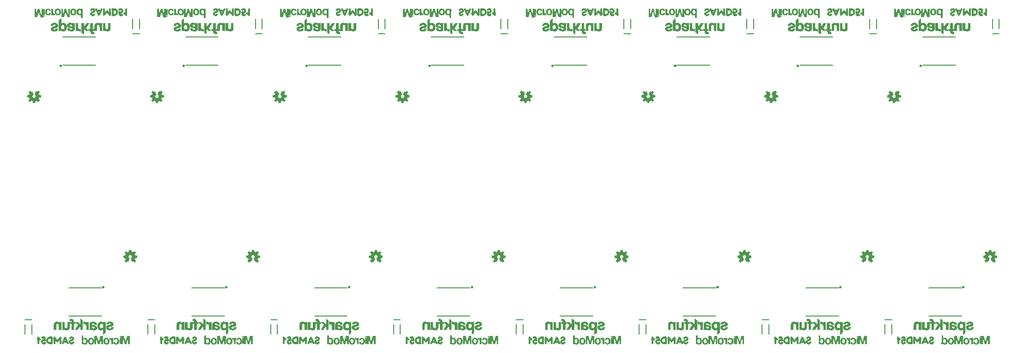
<source format=gbo>
G04 EAGLE Gerber RS-274X export*
G75*
%MOMM*%
%FSLAX34Y34*%
%LPD*%
%INSilkscreen Bottom*%
%IPPOS*%
%AMOC8*
5,1,8,0,0,1.08239X$1,22.5*%
G01*
%ADD10C,0.300000*%
%ADD11C,0.152400*%
%ADD12R,0.350000X0.050000*%
%ADD13R,0.050000X0.050000*%
%ADD14R,0.450000X0.050000*%
%ADD15R,0.550000X0.050000*%
%ADD16R,0.250000X0.050000*%
%ADD17R,0.300000X0.050000*%
%ADD18R,0.750000X0.050000*%
%ADD19R,0.700000X0.050000*%
%ADD20R,0.850000X0.050000*%
%ADD21R,0.800000X0.050000*%
%ADD22R,0.400000X0.050000*%
%ADD23R,0.900000X0.050000*%
%ADD24R,0.950000X0.050000*%
%ADD25R,0.500000X0.050000*%
%ADD26R,1.000000X0.050000*%
%ADD27R,1.050000X0.050000*%
%ADD28R,0.200000X0.050000*%
%ADD29R,0.600000X0.050000*%
%ADD30R,0.650000X0.050000*%
%ADD31R,1.450000X0.050000*%
%ADD32R,0.700000X0.060000*%
%ADD33R,0.350000X0.060000*%
%ADD34R,0.550000X0.060000*%
%ADD35R,0.300000X0.060000*%
%ADD36R,0.800000X0.060000*%
%ADD37R,1.100000X0.050000*%
%ADD38R,0.150000X0.050000*%
%ADD39R,1.200000X0.060000*%
%ADD40R,1.050000X0.060000*%
%ADD41R,0.250000X0.060000*%
%ADD42R,0.400000X0.060000*%
%ADD43R,1.200000X0.050000*%
%ADD44R,0.650000X0.060000*%
%ADD45R,0.100000X0.050000*%
%ADD46C,0.203200*%

G36*
X430798Y192088D02*
X430798Y192088D01*
X430864Y192093D01*
X430882Y192104D01*
X430903Y192109D01*
X430987Y192169D01*
X431011Y192183D01*
X431014Y192188D01*
X431019Y192192D01*
X433219Y194492D01*
X433228Y194505D01*
X433240Y194515D01*
X433271Y194579D01*
X433307Y194641D01*
X433309Y194657D01*
X433316Y194671D01*
X433315Y194742D01*
X433320Y194813D01*
X433314Y194828D01*
X433314Y194844D01*
X433256Y194969D01*
X433255Y194973D01*
X433254Y194974D01*
X431386Y197589D01*
X431388Y197600D01*
X431398Y197613D01*
X431409Y197671D01*
X431418Y197692D01*
X431417Y197714D01*
X431423Y197747D01*
X431425Y197752D01*
X431425Y197753D01*
X431425Y197754D01*
X431425Y197764D01*
X431457Y197829D01*
X431514Y197886D01*
X431525Y197904D01*
X431536Y197913D01*
X431544Y197932D01*
X431585Y197984D01*
X431657Y198129D01*
X431714Y198186D01*
X431754Y198250D01*
X431798Y198313D01*
X431800Y198325D01*
X431805Y198333D01*
X431808Y198368D01*
X431825Y198454D01*
X431825Y198503D01*
X431854Y198550D01*
X431898Y198613D01*
X431900Y198625D01*
X431905Y198633D01*
X431908Y198668D01*
X431925Y198754D01*
X431925Y198864D01*
X431957Y198929D01*
X432014Y198986D01*
X432054Y199050D01*
X432098Y199113D01*
X432100Y199125D01*
X432105Y199133D01*
X432108Y199168D01*
X432115Y199201D01*
X432118Y199209D01*
X432118Y199217D01*
X432125Y199254D01*
X432125Y199303D01*
X432154Y199350D01*
X432198Y199413D01*
X432200Y199425D01*
X432205Y199433D01*
X432208Y199468D01*
X432225Y199554D01*
X432225Y199664D01*
X432253Y199722D01*
X435510Y200280D01*
X435527Y200287D01*
X435547Y200288D01*
X435606Y200321D01*
X435669Y200347D01*
X435682Y200362D01*
X435699Y200371D01*
X435737Y200427D01*
X435782Y200478D01*
X435787Y200497D01*
X435798Y200513D01*
X435819Y200624D01*
X435825Y200646D01*
X435824Y200650D01*
X435825Y200654D01*
X435825Y203854D01*
X435820Y203873D01*
X435823Y203892D01*
X435811Y203926D01*
X435811Y203933D01*
X435805Y203943D01*
X435801Y203956D01*
X435785Y204022D01*
X435773Y204037D01*
X435767Y204055D01*
X435718Y204103D01*
X435675Y204156D01*
X435657Y204163D01*
X435644Y204177D01*
X435538Y204217D01*
X435517Y204226D01*
X435514Y204226D01*
X435510Y204228D01*
X432297Y204778D01*
X432286Y204817D01*
X432285Y204822D01*
X432285Y204823D01*
X432225Y204943D01*
X432225Y204954D01*
X432221Y204969D01*
X432223Y204985D01*
X432204Y205055D01*
X432203Y205070D01*
X432196Y205084D01*
X432186Y205117D01*
X432185Y205122D01*
X432185Y205123D01*
X432125Y205243D01*
X432125Y205254D01*
X432121Y205269D01*
X432123Y205285D01*
X432086Y205417D01*
X432085Y205422D01*
X432085Y205423D01*
X431925Y205743D01*
X431925Y205754D01*
X431921Y205769D01*
X431923Y205785D01*
X431886Y205917D01*
X431885Y205922D01*
X431885Y205923D01*
X431785Y206123D01*
X431762Y206151D01*
X431725Y206205D01*
X431725Y206254D01*
X431707Y206328D01*
X431694Y206403D01*
X431687Y206413D01*
X431685Y206422D01*
X431663Y206450D01*
X431614Y206522D01*
X431557Y206578D01*
X431485Y206723D01*
X431462Y206751D01*
X431425Y206805D01*
X431425Y206854D01*
X431407Y206928D01*
X431403Y206950D01*
X433258Y209638D01*
X433264Y209654D01*
X433275Y209667D01*
X433295Y209734D01*
X433321Y209799D01*
X433319Y209817D01*
X433324Y209833D01*
X433312Y209902D01*
X433306Y209972D01*
X433297Y209986D01*
X433294Y210003D01*
X433222Y210109D01*
X433216Y210120D01*
X433215Y210120D01*
X433214Y210122D01*
X431014Y212322D01*
X430999Y212331D01*
X430989Y212345D01*
X430926Y212376D01*
X430867Y212413D01*
X430850Y212415D01*
X430834Y212422D01*
X430764Y212423D01*
X430694Y212429D01*
X430678Y212423D01*
X430661Y212423D01*
X430544Y212372D01*
X430533Y212368D01*
X430532Y212367D01*
X430530Y212366D01*
X427831Y210504D01*
X427814Y210522D01*
X427749Y210562D01*
X427686Y210606D01*
X427675Y210608D01*
X427667Y210613D01*
X427631Y210616D01*
X427545Y210633D01*
X427496Y210633D01*
X427483Y210641D01*
X427415Y210693D01*
X427270Y210765D01*
X427214Y210822D01*
X427149Y210862D01*
X427086Y210906D01*
X427075Y210908D01*
X427067Y210913D01*
X427031Y210916D01*
X426945Y210933D01*
X426896Y210933D01*
X426883Y210941D01*
X426815Y210993D01*
X426615Y211093D01*
X426599Y211097D01*
X426586Y211106D01*
X426452Y211132D01*
X426447Y211133D01*
X426446Y211133D01*
X426445Y211133D01*
X426435Y211133D01*
X426315Y211193D01*
X426299Y211197D01*
X426286Y211206D01*
X426152Y211232D01*
X426147Y211233D01*
X426146Y211233D01*
X426145Y211233D01*
X426096Y211233D01*
X426049Y211262D01*
X425986Y211306D01*
X425975Y211308D01*
X425967Y211313D01*
X425931Y211316D01*
X425845Y211333D01*
X425735Y211333D01*
X425677Y211362D01*
X425119Y214618D01*
X425112Y214636D01*
X425111Y214655D01*
X425078Y214714D01*
X425052Y214777D01*
X425037Y214790D01*
X425028Y214807D01*
X424972Y214846D01*
X424921Y214890D01*
X424902Y214895D01*
X424886Y214906D01*
X424775Y214927D01*
X424753Y214933D01*
X424750Y214932D01*
X424745Y214933D01*
X421545Y214933D01*
X421527Y214929D01*
X421507Y214931D01*
X421443Y214909D01*
X421377Y214893D01*
X421362Y214881D01*
X421344Y214875D01*
X421296Y214827D01*
X421244Y214783D01*
X421236Y214766D01*
X421222Y214752D01*
X421182Y214646D01*
X421173Y214625D01*
X421173Y214622D01*
X421172Y214618D01*
X420621Y211406D01*
X420582Y211395D01*
X420577Y211393D01*
X420576Y211393D01*
X420456Y211333D01*
X420445Y211333D01*
X420430Y211329D01*
X420414Y211332D01*
X420282Y211295D01*
X420277Y211293D01*
X420276Y211293D01*
X420156Y211233D01*
X420145Y211233D01*
X420130Y211229D01*
X420114Y211232D01*
X419982Y211195D01*
X419977Y211193D01*
X419976Y211193D01*
X419856Y211133D01*
X419745Y211133D01*
X419671Y211116D01*
X419596Y211102D01*
X419586Y211096D01*
X419577Y211093D01*
X419550Y211071D01*
X419477Y211022D01*
X419421Y210965D01*
X419356Y210933D01*
X419345Y210933D01*
X419330Y210929D01*
X419314Y210932D01*
X419182Y210895D01*
X419177Y210893D01*
X419176Y210893D01*
X418976Y210793D01*
X418948Y210770D01*
X418877Y210722D01*
X418821Y210665D01*
X418756Y210633D01*
X418745Y210633D01*
X418730Y210629D01*
X418714Y210632D01*
X418582Y210595D01*
X418577Y210593D01*
X418576Y210593D01*
X418434Y210522D01*
X415761Y212366D01*
X415749Y212371D01*
X415740Y212380D01*
X415669Y212402D01*
X415600Y212429D01*
X415587Y212428D01*
X415575Y212432D01*
X415501Y212420D01*
X415427Y212414D01*
X415416Y212407D01*
X415404Y212405D01*
X415283Y212328D01*
X412983Y210128D01*
X412969Y210106D01*
X412949Y210090D01*
X412922Y210034D01*
X412889Y209983D01*
X412886Y209957D01*
X412875Y209934D01*
X412876Y209872D01*
X412869Y209811D01*
X412877Y209787D01*
X412878Y209761D01*
X412915Y209681D01*
X412927Y209648D01*
X412933Y209642D01*
X412938Y209631D01*
X414874Y206958D01*
X414834Y206878D01*
X414777Y206822D01*
X414737Y206757D01*
X414693Y206694D01*
X414691Y206683D01*
X414686Y206675D01*
X414683Y206640D01*
X414666Y206554D01*
X414666Y206504D01*
X414658Y206491D01*
X414606Y206423D01*
X414534Y206278D01*
X414477Y206222D01*
X414437Y206157D01*
X414393Y206094D01*
X414391Y206083D01*
X414386Y206075D01*
X414383Y206040D01*
X414366Y205954D01*
X414366Y205904D01*
X414337Y205857D01*
X414293Y205794D01*
X414291Y205783D01*
X414286Y205775D01*
X414283Y205740D01*
X414266Y205654D01*
X414266Y205543D01*
X414234Y205478D01*
X414177Y205422D01*
X414137Y205357D01*
X414093Y205294D01*
X414091Y205283D01*
X414086Y205275D01*
X414083Y205240D01*
X414066Y205154D01*
X414066Y205104D01*
X414037Y205057D01*
X413993Y204994D01*
X413991Y204983D01*
X413986Y204975D01*
X413983Y204940D01*
X413966Y204854D01*
X413966Y204775D01*
X410683Y204228D01*
X410664Y204220D01*
X410644Y204219D01*
X410585Y204187D01*
X410523Y204161D01*
X410510Y204146D01*
X410492Y204136D01*
X410454Y204081D01*
X410410Y204031D01*
X410405Y204011D01*
X410393Y203994D01*
X410378Y203913D01*
X410373Y203903D01*
X410373Y203892D01*
X410373Y203888D01*
X410366Y203863D01*
X410367Y203859D01*
X410366Y203854D01*
X410366Y200654D01*
X410371Y200635D01*
X410368Y200616D01*
X410390Y200551D01*
X410406Y200485D01*
X410418Y200470D01*
X410424Y200452D01*
X410473Y200404D01*
X410516Y200352D01*
X410534Y200344D01*
X410547Y200330D01*
X410653Y200290D01*
X410674Y200281D01*
X410677Y200281D01*
X410681Y200280D01*
X413969Y199716D01*
X414004Y199591D01*
X414006Y199585D01*
X414006Y199584D01*
X414066Y199464D01*
X414066Y199454D01*
X414070Y199438D01*
X414068Y199422D01*
X414104Y199291D01*
X414106Y199285D01*
X414106Y199284D01*
X414166Y199164D01*
X414166Y199154D01*
X414170Y199138D01*
X414168Y199122D01*
X414204Y198991D01*
X414206Y198985D01*
X414206Y198984D01*
X414366Y198664D01*
X414366Y198654D01*
X414370Y198638D01*
X414368Y198622D01*
X414404Y198491D01*
X414406Y198485D01*
X414406Y198484D01*
X414506Y198284D01*
X414529Y198256D01*
X414577Y198186D01*
X414634Y198129D01*
X414666Y198064D01*
X414666Y198054D01*
X414670Y198038D01*
X414668Y198022D01*
X414704Y197891D01*
X414706Y197885D01*
X414706Y197884D01*
X414806Y197684D01*
X414829Y197656D01*
X414877Y197586D01*
X414888Y197575D01*
X412942Y194981D01*
X412932Y194959D01*
X412915Y194940D01*
X412898Y194880D01*
X412873Y194823D01*
X412874Y194798D01*
X412867Y194774D01*
X412878Y194713D01*
X412881Y194650D01*
X412893Y194628D01*
X412897Y194604D01*
X412948Y194529D01*
X412965Y194499D01*
X412972Y194494D01*
X412977Y194486D01*
X415277Y192186D01*
X415292Y192177D01*
X415302Y192163D01*
X415365Y192131D01*
X415424Y192094D01*
X415441Y192093D01*
X415457Y192085D01*
X415527Y192085D01*
X415597Y192078D01*
X415613Y192084D01*
X415630Y192084D01*
X415747Y192136D01*
X415758Y192140D01*
X415759Y192141D01*
X415761Y192141D01*
X418460Y194003D01*
X418477Y193986D01*
X418542Y193945D01*
X418605Y193901D01*
X418616Y193899D01*
X418624Y193894D01*
X418659Y193891D01*
X418675Y193888D01*
X418677Y193886D01*
X418742Y193845D01*
X418805Y193801D01*
X418816Y193799D01*
X418824Y193794D01*
X418859Y193791D01*
X418945Y193774D01*
X418995Y193774D01*
X419042Y193745D01*
X419105Y193701D01*
X419116Y193699D01*
X419124Y193694D01*
X419159Y193691D01*
X419175Y193688D01*
X419177Y193686D01*
X419242Y193645D01*
X419305Y193601D01*
X419316Y193599D01*
X419324Y193594D01*
X419359Y193591D01*
X419375Y193588D01*
X419377Y193586D01*
X419442Y193545D01*
X419505Y193501D01*
X419516Y193499D01*
X419524Y193494D01*
X419559Y193491D01*
X419588Y193485D01*
X419616Y193452D01*
X419634Y193444D01*
X419649Y193429D01*
X419713Y193409D01*
X419774Y193381D01*
X419794Y193382D01*
X419813Y193376D01*
X419880Y193386D01*
X419947Y193388D01*
X419965Y193398D01*
X419985Y193401D01*
X420040Y193439D01*
X420099Y193471D01*
X420110Y193488D01*
X420127Y193500D01*
X420183Y193592D01*
X420198Y193613D01*
X420199Y193618D01*
X420201Y193622D01*
X422201Y199022D01*
X422205Y199053D01*
X422218Y199081D01*
X422216Y199137D01*
X422223Y199194D01*
X422212Y199223D01*
X422211Y199254D01*
X422184Y199304D01*
X422166Y199357D01*
X422143Y199379D01*
X422129Y199406D01*
X422069Y199452D01*
X422042Y199478D01*
X422029Y199482D01*
X422015Y199493D01*
X421470Y199765D01*
X421314Y199922D01*
X421283Y199941D01*
X421215Y199993D01*
X421070Y200065D01*
X420757Y200378D01*
X420685Y200523D01*
X420662Y200551D01*
X420614Y200622D01*
X420457Y200778D01*
X420397Y200899D01*
X420305Y201174D01*
X420293Y201193D01*
X420285Y201223D01*
X420225Y201343D01*
X420225Y201454D01*
X420216Y201489D01*
X420205Y201574D01*
X420125Y201815D01*
X420125Y202592D01*
X420205Y202834D01*
X420208Y202870D01*
X420225Y202954D01*
X420225Y203139D01*
X420361Y203343D01*
X420374Y203378D01*
X420405Y203434D01*
X420489Y203686D01*
X420840Y204212D01*
X421187Y204559D01*
X421714Y204910D01*
X421965Y204994D01*
X421984Y205005D01*
X421997Y205008D01*
X422010Y205019D01*
X422056Y205038D01*
X422260Y205174D01*
X422445Y205174D01*
X422480Y205183D01*
X422565Y205194D01*
X422807Y205274D01*
X423399Y205274D01*
X423753Y205186D01*
X423789Y205185D01*
X423845Y205174D01*
X424031Y205174D01*
X424235Y205038D01*
X424270Y205025D01*
X424319Y204997D01*
X424321Y204996D01*
X424322Y204996D01*
X424325Y204994D01*
X424577Y204910D01*
X424804Y204759D01*
X424977Y204586D01*
X425003Y204569D01*
X425035Y204538D01*
X425304Y204359D01*
X425451Y204212D01*
X425802Y203686D01*
X426166Y202592D01*
X426166Y202115D01*
X426086Y201874D01*
X426082Y201838D01*
X426066Y201754D01*
X426066Y201543D01*
X425906Y201223D01*
X425901Y201201D01*
X425886Y201174D01*
X425794Y200899D01*
X425634Y200578D01*
X425477Y200422D01*
X425458Y200391D01*
X425406Y200323D01*
X425334Y200178D01*
X425221Y200065D01*
X425076Y199993D01*
X425048Y199970D01*
X424977Y199922D01*
X424821Y199765D01*
X424500Y199605D01*
X424225Y199513D01*
X424177Y199483D01*
X424123Y199461D01*
X424104Y199439D01*
X424078Y199423D01*
X424048Y199374D01*
X424010Y199331D01*
X424002Y199302D01*
X423986Y199276D01*
X423981Y199219D01*
X423966Y199163D01*
X423972Y199129D01*
X423969Y199104D01*
X423981Y199072D01*
X423990Y199022D01*
X425990Y193622D01*
X426015Y193584D01*
X426031Y193541D01*
X426062Y193513D01*
X426085Y193478D01*
X426125Y193455D01*
X426159Y193424D01*
X426199Y193412D01*
X426235Y193391D01*
X426281Y193388D01*
X426325Y193375D01*
X426366Y193382D01*
X426408Y193380D01*
X426450Y193397D01*
X426495Y193405D01*
X426536Y193433D01*
X426567Y193446D01*
X426584Y193466D01*
X426597Y193474D01*
X426645Y193474D01*
X426720Y193492D01*
X426795Y193505D01*
X426805Y193512D01*
X426814Y193514D01*
X426841Y193537D01*
X426914Y193586D01*
X426920Y193592D01*
X426995Y193605D01*
X427005Y193612D01*
X427014Y193614D01*
X427041Y193637D01*
X427114Y193686D01*
X427120Y193692D01*
X427195Y193705D01*
X427205Y193712D01*
X427214Y193714D01*
X427241Y193737D01*
X427314Y193786D01*
X427320Y193792D01*
X427395Y193805D01*
X427405Y193812D01*
X427414Y193814D01*
X427441Y193837D01*
X427514Y193886D01*
X427520Y193892D01*
X427595Y193905D01*
X427605Y193912D01*
X427614Y193914D01*
X427641Y193937D01*
X427714Y193986D01*
X427720Y193992D01*
X427795Y194005D01*
X427805Y194012D01*
X427814Y194014D01*
X430530Y192141D01*
X430550Y192134D01*
X430566Y192120D01*
X430630Y192102D01*
X430691Y192078D01*
X430712Y192080D01*
X430733Y192075D01*
X430798Y192088D01*
G37*
G36*
X1106057Y192088D02*
X1106057Y192088D01*
X1106123Y192093D01*
X1106141Y192104D01*
X1106162Y192109D01*
X1106246Y192169D01*
X1106270Y192183D01*
X1106273Y192188D01*
X1106278Y192192D01*
X1108478Y194492D01*
X1108487Y194505D01*
X1108499Y194515D01*
X1108530Y194579D01*
X1108566Y194641D01*
X1108568Y194657D01*
X1108575Y194671D01*
X1108574Y194742D01*
X1108579Y194813D01*
X1108573Y194828D01*
X1108573Y194844D01*
X1108515Y194969D01*
X1108514Y194973D01*
X1108513Y194974D01*
X1106645Y197589D01*
X1106647Y197600D01*
X1106657Y197613D01*
X1106668Y197671D01*
X1106677Y197692D01*
X1106676Y197714D01*
X1106682Y197747D01*
X1106684Y197752D01*
X1106684Y197753D01*
X1106684Y197754D01*
X1106684Y197764D01*
X1106716Y197829D01*
X1106773Y197886D01*
X1106784Y197904D01*
X1106795Y197913D01*
X1106803Y197932D01*
X1106844Y197984D01*
X1106916Y198129D01*
X1106973Y198186D01*
X1107013Y198250D01*
X1107057Y198313D01*
X1107059Y198325D01*
X1107064Y198333D01*
X1107067Y198368D01*
X1107084Y198454D01*
X1107084Y198503D01*
X1107113Y198550D01*
X1107157Y198613D01*
X1107159Y198625D01*
X1107164Y198633D01*
X1107167Y198668D01*
X1107184Y198754D01*
X1107184Y198864D01*
X1107216Y198929D01*
X1107273Y198986D01*
X1107313Y199050D01*
X1107357Y199113D01*
X1107359Y199125D01*
X1107364Y199133D01*
X1107367Y199168D01*
X1107374Y199201D01*
X1107377Y199209D01*
X1107377Y199217D01*
X1107384Y199254D01*
X1107384Y199303D01*
X1107413Y199350D01*
X1107457Y199413D01*
X1107459Y199425D01*
X1107464Y199433D01*
X1107467Y199468D01*
X1107484Y199554D01*
X1107484Y199664D01*
X1107512Y199722D01*
X1110769Y200280D01*
X1110786Y200287D01*
X1110806Y200288D01*
X1110865Y200321D01*
X1110928Y200347D01*
X1110941Y200362D01*
X1110958Y200371D01*
X1110996Y200427D01*
X1111041Y200478D01*
X1111046Y200497D01*
X1111057Y200513D01*
X1111078Y200624D01*
X1111084Y200646D01*
X1111083Y200650D01*
X1111084Y200654D01*
X1111084Y203854D01*
X1111079Y203873D01*
X1111082Y203892D01*
X1111070Y203926D01*
X1111070Y203933D01*
X1111064Y203943D01*
X1111060Y203956D01*
X1111044Y204022D01*
X1111032Y204037D01*
X1111026Y204055D01*
X1110977Y204103D01*
X1110934Y204156D01*
X1110916Y204163D01*
X1110903Y204177D01*
X1110797Y204217D01*
X1110776Y204226D01*
X1110773Y204226D01*
X1110769Y204228D01*
X1107556Y204778D01*
X1107545Y204817D01*
X1107544Y204822D01*
X1107544Y204823D01*
X1107484Y204943D01*
X1107484Y204954D01*
X1107480Y204969D01*
X1107482Y204985D01*
X1107463Y205055D01*
X1107462Y205070D01*
X1107455Y205084D01*
X1107445Y205117D01*
X1107444Y205122D01*
X1107444Y205123D01*
X1107384Y205243D01*
X1107384Y205254D01*
X1107380Y205269D01*
X1107382Y205285D01*
X1107345Y205417D01*
X1107344Y205422D01*
X1107344Y205423D01*
X1107184Y205743D01*
X1107184Y205754D01*
X1107180Y205769D01*
X1107182Y205785D01*
X1107145Y205917D01*
X1107144Y205922D01*
X1107144Y205923D01*
X1107044Y206123D01*
X1107021Y206151D01*
X1106984Y206205D01*
X1106984Y206254D01*
X1106966Y206328D01*
X1106953Y206403D01*
X1106946Y206413D01*
X1106944Y206422D01*
X1106922Y206450D01*
X1106873Y206522D01*
X1106816Y206578D01*
X1106744Y206723D01*
X1106721Y206751D01*
X1106684Y206805D01*
X1106684Y206854D01*
X1106666Y206928D01*
X1106662Y206950D01*
X1108517Y209638D01*
X1108523Y209654D01*
X1108534Y209667D01*
X1108554Y209734D01*
X1108580Y209799D01*
X1108578Y209817D01*
X1108583Y209833D01*
X1108571Y209902D01*
X1108565Y209972D01*
X1108556Y209986D01*
X1108553Y210003D01*
X1108481Y210109D01*
X1108475Y210120D01*
X1108474Y210120D01*
X1108473Y210122D01*
X1106273Y212322D01*
X1106258Y212331D01*
X1106248Y212345D01*
X1106185Y212376D01*
X1106126Y212413D01*
X1106109Y212415D01*
X1106093Y212422D01*
X1106023Y212423D01*
X1105953Y212429D01*
X1105937Y212423D01*
X1105920Y212423D01*
X1105803Y212372D01*
X1105792Y212368D01*
X1105791Y212367D01*
X1105789Y212366D01*
X1103090Y210504D01*
X1103073Y210522D01*
X1103008Y210562D01*
X1102945Y210606D01*
X1102934Y210608D01*
X1102926Y210613D01*
X1102890Y210616D01*
X1102804Y210633D01*
X1102755Y210633D01*
X1102742Y210641D01*
X1102674Y210693D01*
X1102529Y210765D01*
X1102473Y210822D01*
X1102408Y210862D01*
X1102345Y210906D01*
X1102334Y210908D01*
X1102326Y210913D01*
X1102290Y210916D01*
X1102204Y210933D01*
X1102155Y210933D01*
X1102142Y210941D01*
X1102074Y210993D01*
X1101874Y211093D01*
X1101858Y211097D01*
X1101845Y211106D01*
X1101711Y211132D01*
X1101706Y211133D01*
X1101705Y211133D01*
X1101704Y211133D01*
X1101694Y211133D01*
X1101574Y211193D01*
X1101558Y211197D01*
X1101545Y211206D01*
X1101411Y211232D01*
X1101406Y211233D01*
X1101405Y211233D01*
X1101404Y211233D01*
X1101355Y211233D01*
X1101308Y211262D01*
X1101245Y211306D01*
X1101234Y211308D01*
X1101226Y211313D01*
X1101190Y211316D01*
X1101104Y211333D01*
X1100994Y211333D01*
X1100936Y211362D01*
X1100378Y214618D01*
X1100371Y214636D01*
X1100370Y214655D01*
X1100337Y214714D01*
X1100311Y214777D01*
X1100296Y214790D01*
X1100287Y214807D01*
X1100231Y214846D01*
X1100180Y214890D01*
X1100161Y214895D01*
X1100145Y214906D01*
X1100034Y214927D01*
X1100012Y214933D01*
X1100009Y214932D01*
X1100004Y214933D01*
X1096804Y214933D01*
X1096786Y214929D01*
X1096766Y214931D01*
X1096702Y214909D01*
X1096636Y214893D01*
X1096621Y214881D01*
X1096603Y214875D01*
X1096555Y214827D01*
X1096503Y214783D01*
X1096495Y214766D01*
X1096481Y214752D01*
X1096441Y214646D01*
X1096432Y214625D01*
X1096432Y214622D01*
X1096431Y214618D01*
X1095880Y211406D01*
X1095841Y211395D01*
X1095836Y211393D01*
X1095835Y211393D01*
X1095715Y211333D01*
X1095704Y211333D01*
X1095689Y211329D01*
X1095673Y211332D01*
X1095541Y211295D01*
X1095536Y211293D01*
X1095535Y211293D01*
X1095415Y211233D01*
X1095404Y211233D01*
X1095389Y211229D01*
X1095373Y211232D01*
X1095241Y211195D01*
X1095236Y211193D01*
X1095235Y211193D01*
X1095115Y211133D01*
X1095004Y211133D01*
X1094930Y211116D01*
X1094855Y211102D01*
X1094845Y211096D01*
X1094836Y211093D01*
X1094809Y211071D01*
X1094736Y211022D01*
X1094680Y210965D01*
X1094615Y210933D01*
X1094604Y210933D01*
X1094589Y210929D01*
X1094573Y210932D01*
X1094441Y210895D01*
X1094436Y210893D01*
X1094435Y210893D01*
X1094235Y210793D01*
X1094207Y210770D01*
X1094136Y210722D01*
X1094080Y210665D01*
X1094015Y210633D01*
X1094004Y210633D01*
X1093989Y210629D01*
X1093973Y210632D01*
X1093841Y210595D01*
X1093836Y210593D01*
X1093835Y210593D01*
X1093693Y210522D01*
X1091020Y212366D01*
X1091008Y212371D01*
X1090999Y212380D01*
X1090928Y212402D01*
X1090859Y212429D01*
X1090846Y212428D01*
X1090834Y212432D01*
X1090760Y212420D01*
X1090686Y212414D01*
X1090675Y212407D01*
X1090663Y212405D01*
X1090542Y212328D01*
X1088242Y210128D01*
X1088228Y210106D01*
X1088208Y210090D01*
X1088181Y210034D01*
X1088148Y209983D01*
X1088145Y209957D01*
X1088134Y209934D01*
X1088135Y209872D01*
X1088128Y209811D01*
X1088136Y209787D01*
X1088137Y209761D01*
X1088174Y209681D01*
X1088186Y209648D01*
X1088192Y209642D01*
X1088197Y209631D01*
X1090133Y206958D01*
X1090093Y206878D01*
X1090036Y206822D01*
X1089996Y206757D01*
X1089952Y206694D01*
X1089950Y206683D01*
X1089945Y206675D01*
X1089942Y206640D01*
X1089925Y206554D01*
X1089925Y206504D01*
X1089917Y206491D01*
X1089865Y206423D01*
X1089793Y206278D01*
X1089736Y206222D01*
X1089696Y206157D01*
X1089652Y206094D01*
X1089650Y206083D01*
X1089645Y206075D01*
X1089642Y206040D01*
X1089625Y205954D01*
X1089625Y205904D01*
X1089596Y205857D01*
X1089552Y205794D01*
X1089550Y205783D01*
X1089545Y205775D01*
X1089542Y205740D01*
X1089525Y205654D01*
X1089525Y205543D01*
X1089493Y205478D01*
X1089436Y205422D01*
X1089396Y205357D01*
X1089352Y205294D01*
X1089350Y205283D01*
X1089345Y205275D01*
X1089342Y205240D01*
X1089325Y205154D01*
X1089325Y205104D01*
X1089296Y205057D01*
X1089252Y204994D01*
X1089250Y204983D01*
X1089245Y204975D01*
X1089242Y204940D01*
X1089225Y204854D01*
X1089225Y204775D01*
X1085942Y204228D01*
X1085923Y204220D01*
X1085903Y204219D01*
X1085844Y204187D01*
X1085782Y204161D01*
X1085769Y204146D01*
X1085751Y204136D01*
X1085713Y204081D01*
X1085669Y204031D01*
X1085664Y204011D01*
X1085652Y203994D01*
X1085637Y203913D01*
X1085632Y203903D01*
X1085632Y203892D01*
X1085632Y203888D01*
X1085625Y203863D01*
X1085626Y203859D01*
X1085625Y203854D01*
X1085625Y200654D01*
X1085630Y200635D01*
X1085627Y200616D01*
X1085649Y200551D01*
X1085665Y200485D01*
X1085677Y200470D01*
X1085683Y200452D01*
X1085732Y200404D01*
X1085775Y200352D01*
X1085793Y200344D01*
X1085806Y200330D01*
X1085912Y200290D01*
X1085933Y200281D01*
X1085936Y200281D01*
X1085940Y200280D01*
X1089228Y199716D01*
X1089263Y199591D01*
X1089265Y199585D01*
X1089265Y199584D01*
X1089325Y199464D01*
X1089325Y199454D01*
X1089329Y199438D01*
X1089327Y199422D01*
X1089363Y199291D01*
X1089365Y199285D01*
X1089365Y199284D01*
X1089425Y199164D01*
X1089425Y199154D01*
X1089429Y199138D01*
X1089427Y199122D01*
X1089463Y198991D01*
X1089465Y198985D01*
X1089465Y198984D01*
X1089625Y198664D01*
X1089625Y198654D01*
X1089629Y198638D01*
X1089627Y198622D01*
X1089663Y198491D01*
X1089665Y198485D01*
X1089665Y198484D01*
X1089765Y198284D01*
X1089788Y198256D01*
X1089836Y198186D01*
X1089893Y198129D01*
X1089925Y198064D01*
X1089925Y198054D01*
X1089929Y198038D01*
X1089927Y198022D01*
X1089963Y197891D01*
X1089965Y197885D01*
X1089965Y197884D01*
X1090065Y197684D01*
X1090088Y197656D01*
X1090136Y197586D01*
X1090147Y197575D01*
X1088201Y194981D01*
X1088191Y194959D01*
X1088174Y194940D01*
X1088157Y194880D01*
X1088132Y194823D01*
X1088133Y194798D01*
X1088126Y194774D01*
X1088137Y194713D01*
X1088140Y194650D01*
X1088152Y194628D01*
X1088156Y194604D01*
X1088207Y194529D01*
X1088224Y194499D01*
X1088231Y194494D01*
X1088236Y194486D01*
X1090536Y192186D01*
X1090551Y192177D01*
X1090561Y192163D01*
X1090624Y192131D01*
X1090683Y192094D01*
X1090700Y192093D01*
X1090716Y192085D01*
X1090786Y192085D01*
X1090856Y192078D01*
X1090872Y192084D01*
X1090889Y192084D01*
X1091006Y192136D01*
X1091017Y192140D01*
X1091018Y192141D01*
X1091020Y192141D01*
X1093719Y194003D01*
X1093736Y193986D01*
X1093801Y193945D01*
X1093864Y193901D01*
X1093875Y193899D01*
X1093883Y193894D01*
X1093918Y193891D01*
X1093934Y193888D01*
X1093936Y193886D01*
X1094001Y193845D01*
X1094064Y193801D01*
X1094075Y193799D01*
X1094083Y193794D01*
X1094118Y193791D01*
X1094204Y193774D01*
X1094254Y193774D01*
X1094301Y193745D01*
X1094364Y193701D01*
X1094375Y193699D01*
X1094383Y193694D01*
X1094418Y193691D01*
X1094434Y193688D01*
X1094436Y193686D01*
X1094501Y193645D01*
X1094564Y193601D01*
X1094575Y193599D01*
X1094583Y193594D01*
X1094618Y193591D01*
X1094634Y193588D01*
X1094636Y193586D01*
X1094701Y193545D01*
X1094764Y193501D01*
X1094775Y193499D01*
X1094783Y193494D01*
X1094818Y193491D01*
X1094847Y193485D01*
X1094875Y193452D01*
X1094893Y193444D01*
X1094908Y193429D01*
X1094972Y193409D01*
X1095033Y193381D01*
X1095053Y193382D01*
X1095072Y193376D01*
X1095139Y193386D01*
X1095206Y193388D01*
X1095224Y193398D01*
X1095244Y193401D01*
X1095299Y193439D01*
X1095358Y193471D01*
X1095369Y193488D01*
X1095386Y193500D01*
X1095442Y193592D01*
X1095457Y193613D01*
X1095458Y193618D01*
X1095460Y193622D01*
X1097460Y199022D01*
X1097464Y199053D01*
X1097477Y199081D01*
X1097475Y199137D01*
X1097482Y199194D01*
X1097471Y199223D01*
X1097470Y199254D01*
X1097443Y199304D01*
X1097425Y199357D01*
X1097402Y199379D01*
X1097388Y199406D01*
X1097328Y199452D01*
X1097301Y199478D01*
X1097288Y199482D01*
X1097274Y199493D01*
X1096729Y199765D01*
X1096573Y199922D01*
X1096542Y199941D01*
X1096474Y199993D01*
X1096329Y200065D01*
X1096016Y200378D01*
X1095944Y200523D01*
X1095921Y200551D01*
X1095873Y200622D01*
X1095716Y200778D01*
X1095656Y200899D01*
X1095564Y201174D01*
X1095552Y201193D01*
X1095544Y201223D01*
X1095484Y201343D01*
X1095484Y201454D01*
X1095475Y201489D01*
X1095464Y201574D01*
X1095384Y201815D01*
X1095384Y202592D01*
X1095464Y202834D01*
X1095467Y202870D01*
X1095484Y202954D01*
X1095484Y203139D01*
X1095620Y203343D01*
X1095633Y203378D01*
X1095664Y203434D01*
X1095748Y203686D01*
X1096099Y204212D01*
X1096446Y204559D01*
X1096973Y204910D01*
X1097224Y204994D01*
X1097243Y205005D01*
X1097256Y205008D01*
X1097269Y205019D01*
X1097315Y205038D01*
X1097519Y205174D01*
X1097704Y205174D01*
X1097739Y205183D01*
X1097824Y205194D01*
X1098066Y205274D01*
X1098658Y205274D01*
X1099012Y205186D01*
X1099048Y205185D01*
X1099104Y205174D01*
X1099290Y205174D01*
X1099494Y205038D01*
X1099529Y205025D01*
X1099578Y204997D01*
X1099580Y204996D01*
X1099581Y204996D01*
X1099584Y204994D01*
X1099836Y204910D01*
X1100063Y204759D01*
X1100236Y204586D01*
X1100262Y204569D01*
X1100294Y204538D01*
X1100563Y204359D01*
X1100710Y204212D01*
X1101061Y203686D01*
X1101425Y202592D01*
X1101425Y202115D01*
X1101345Y201874D01*
X1101341Y201838D01*
X1101325Y201754D01*
X1101325Y201543D01*
X1101165Y201223D01*
X1101160Y201201D01*
X1101145Y201174D01*
X1101053Y200899D01*
X1100893Y200578D01*
X1100736Y200422D01*
X1100717Y200391D01*
X1100665Y200323D01*
X1100593Y200178D01*
X1100480Y200065D01*
X1100335Y199993D01*
X1100307Y199970D01*
X1100236Y199922D01*
X1100080Y199765D01*
X1099759Y199605D01*
X1099484Y199513D01*
X1099436Y199483D01*
X1099382Y199461D01*
X1099363Y199439D01*
X1099337Y199423D01*
X1099307Y199374D01*
X1099269Y199331D01*
X1099261Y199302D01*
X1099245Y199276D01*
X1099240Y199219D01*
X1099225Y199163D01*
X1099231Y199129D01*
X1099228Y199104D01*
X1099240Y199072D01*
X1099249Y199022D01*
X1101249Y193622D01*
X1101274Y193584D01*
X1101290Y193541D01*
X1101321Y193513D01*
X1101344Y193478D01*
X1101384Y193455D01*
X1101418Y193424D01*
X1101458Y193412D01*
X1101494Y193391D01*
X1101540Y193388D01*
X1101584Y193375D01*
X1101625Y193382D01*
X1101667Y193380D01*
X1101709Y193397D01*
X1101754Y193405D01*
X1101795Y193433D01*
X1101826Y193446D01*
X1101843Y193466D01*
X1101856Y193474D01*
X1101904Y193474D01*
X1101979Y193492D01*
X1102054Y193505D01*
X1102064Y193512D01*
X1102073Y193514D01*
X1102100Y193537D01*
X1102173Y193586D01*
X1102179Y193592D01*
X1102254Y193605D01*
X1102264Y193612D01*
X1102273Y193614D01*
X1102300Y193637D01*
X1102373Y193686D01*
X1102379Y193692D01*
X1102454Y193705D01*
X1102464Y193712D01*
X1102473Y193714D01*
X1102500Y193737D01*
X1102573Y193786D01*
X1102579Y193792D01*
X1102654Y193805D01*
X1102664Y193812D01*
X1102673Y193814D01*
X1102700Y193837D01*
X1102773Y193886D01*
X1102779Y193892D01*
X1102854Y193905D01*
X1102864Y193912D01*
X1102873Y193914D01*
X1102900Y193937D01*
X1102973Y193986D01*
X1102979Y193992D01*
X1103054Y194005D01*
X1103064Y194012D01*
X1103073Y194014D01*
X1105789Y192141D01*
X1105809Y192134D01*
X1105825Y192120D01*
X1105889Y192102D01*
X1105950Y192078D01*
X1105971Y192080D01*
X1105992Y192075D01*
X1106057Y192088D01*
G37*
G36*
X655893Y192088D02*
X655893Y192088D01*
X655958Y192093D01*
X655977Y192104D01*
X655998Y192109D01*
X656082Y192169D01*
X656106Y192183D01*
X656109Y192188D01*
X656114Y192192D01*
X658314Y194492D01*
X658322Y194505D01*
X658335Y194515D01*
X658366Y194579D01*
X658402Y194641D01*
X658403Y194657D01*
X658410Y194671D01*
X658410Y194742D01*
X658415Y194813D01*
X658409Y194828D01*
X658409Y194844D01*
X658351Y194969D01*
X658349Y194973D01*
X658349Y194974D01*
X656481Y197589D01*
X656483Y197600D01*
X656492Y197613D01*
X656504Y197671D01*
X656513Y197692D01*
X656512Y197714D01*
X656518Y197747D01*
X656519Y197752D01*
X656519Y197753D01*
X656519Y197754D01*
X656519Y197764D01*
X656552Y197829D01*
X656608Y197886D01*
X656620Y197904D01*
X656631Y197913D01*
X656639Y197932D01*
X656679Y197984D01*
X656752Y198129D01*
X656808Y198186D01*
X656849Y198250D01*
X656892Y198313D01*
X656895Y198325D01*
X656900Y198333D01*
X656903Y198368D01*
X656919Y198454D01*
X656919Y198503D01*
X656949Y198550D01*
X656992Y198613D01*
X656995Y198625D01*
X657000Y198633D01*
X657003Y198668D01*
X657019Y198754D01*
X657019Y198864D01*
X657052Y198929D01*
X657108Y198986D01*
X657149Y199050D01*
X657192Y199113D01*
X657195Y199125D01*
X657200Y199133D01*
X657203Y199168D01*
X657209Y199201D01*
X657213Y199209D01*
X657212Y199217D01*
X657219Y199254D01*
X657219Y199303D01*
X657249Y199350D01*
X657292Y199413D01*
X657295Y199425D01*
X657300Y199433D01*
X657303Y199468D01*
X657319Y199554D01*
X657319Y199664D01*
X657348Y199722D01*
X660604Y200280D01*
X660622Y200287D01*
X660642Y200288D01*
X660701Y200321D01*
X660764Y200347D01*
X660776Y200362D01*
X660793Y200371D01*
X660832Y200427D01*
X660877Y200478D01*
X660881Y200497D01*
X660892Y200513D01*
X660914Y200624D01*
X660919Y200646D01*
X660919Y200650D01*
X660919Y200654D01*
X660919Y203854D01*
X660915Y203873D01*
X660918Y203892D01*
X660906Y203926D01*
X660906Y203933D01*
X660900Y203943D01*
X660895Y203956D01*
X660880Y204022D01*
X660868Y204037D01*
X660861Y204055D01*
X660813Y204103D01*
X660770Y204156D01*
X660752Y204163D01*
X660738Y204177D01*
X660632Y204217D01*
X660612Y204226D01*
X660608Y204226D01*
X660604Y204228D01*
X657392Y204778D01*
X657381Y204817D01*
X657380Y204822D01*
X657380Y204823D01*
X657379Y204823D01*
X657319Y204943D01*
X657319Y204954D01*
X657316Y204969D01*
X657318Y204985D01*
X657299Y205055D01*
X657298Y205070D01*
X657290Y205084D01*
X657281Y205117D01*
X657280Y205122D01*
X657280Y205123D01*
X657279Y205123D01*
X657219Y205243D01*
X657219Y205254D01*
X657216Y205269D01*
X657218Y205285D01*
X657181Y205417D01*
X657180Y205422D01*
X657180Y205423D01*
X657179Y205423D01*
X657019Y205743D01*
X657019Y205754D01*
X657016Y205769D01*
X657018Y205785D01*
X656981Y205917D01*
X656980Y205922D01*
X656980Y205923D01*
X656979Y205923D01*
X656879Y206123D01*
X656856Y206151D01*
X656819Y206205D01*
X656819Y206254D01*
X656802Y206328D01*
X656789Y206403D01*
X656782Y206413D01*
X656780Y206422D01*
X656757Y206450D01*
X656708Y206522D01*
X656652Y206578D01*
X656579Y206723D01*
X656556Y206751D01*
X656519Y206805D01*
X656519Y206854D01*
X656502Y206928D01*
X656498Y206950D01*
X658352Y209638D01*
X658359Y209654D01*
X658370Y209667D01*
X658390Y209734D01*
X658416Y209799D01*
X658414Y209817D01*
X658419Y209833D01*
X658407Y209902D01*
X658401Y209972D01*
X658392Y209986D01*
X658389Y210003D01*
X658317Y210109D01*
X658311Y210120D01*
X658309Y210120D01*
X658308Y210122D01*
X656108Y212322D01*
X656094Y212331D01*
X656084Y212345D01*
X656021Y212376D01*
X655961Y212413D01*
X655944Y212415D01*
X655929Y212422D01*
X655859Y212423D01*
X655789Y212429D01*
X655773Y212423D01*
X655756Y212423D01*
X655638Y212372D01*
X655627Y212368D01*
X655627Y212367D01*
X655625Y212366D01*
X652926Y210504D01*
X652908Y210522D01*
X652844Y210562D01*
X652781Y210606D01*
X652769Y210608D01*
X652761Y210613D01*
X652726Y210616D01*
X652640Y210633D01*
X652590Y210633D01*
X652578Y210641D01*
X652510Y210693D01*
X652365Y210765D01*
X652308Y210822D01*
X652244Y210862D01*
X652181Y210906D01*
X652169Y210908D01*
X652161Y210913D01*
X652126Y210916D01*
X652040Y210933D01*
X651990Y210933D01*
X651978Y210941D01*
X651910Y210993D01*
X651710Y211093D01*
X651694Y211097D01*
X651681Y211106D01*
X651547Y211132D01*
X651541Y211133D01*
X651540Y211133D01*
X651530Y211133D01*
X651410Y211193D01*
X651394Y211197D01*
X651381Y211206D01*
X651247Y211232D01*
X651241Y211233D01*
X651240Y211233D01*
X651190Y211233D01*
X651144Y211262D01*
X651081Y211306D01*
X651069Y211308D01*
X651061Y211313D01*
X651026Y211316D01*
X650940Y211333D01*
X650830Y211333D01*
X650772Y211362D01*
X650214Y214618D01*
X650206Y214636D01*
X650206Y214655D01*
X650173Y214714D01*
X650147Y214777D01*
X650132Y214790D01*
X650123Y214807D01*
X650067Y214846D01*
X650015Y214890D01*
X649997Y214895D01*
X649981Y214906D01*
X649870Y214927D01*
X649848Y214933D01*
X649844Y214932D01*
X649840Y214933D01*
X646640Y214933D01*
X646621Y214929D01*
X646602Y214931D01*
X646538Y214909D01*
X646472Y214893D01*
X646457Y214881D01*
X646438Y214875D01*
X646391Y214827D01*
X646338Y214783D01*
X646330Y214766D01*
X646317Y214752D01*
X646277Y214646D01*
X646268Y214625D01*
X646268Y214622D01*
X646266Y214618D01*
X645716Y211406D01*
X645677Y211395D01*
X645672Y211393D01*
X645671Y211393D01*
X645551Y211333D01*
X645540Y211333D01*
X645524Y211329D01*
X645508Y211332D01*
X645377Y211295D01*
X645372Y211293D01*
X645371Y211293D01*
X645251Y211233D01*
X645240Y211233D01*
X645224Y211229D01*
X645208Y211232D01*
X645077Y211195D01*
X645072Y211193D01*
X645071Y211193D01*
X644951Y211133D01*
X644840Y211133D01*
X644766Y211116D01*
X644691Y211102D01*
X644681Y211096D01*
X644672Y211093D01*
X644644Y211071D01*
X644572Y211022D01*
X644516Y210965D01*
X644451Y210933D01*
X644440Y210933D01*
X644424Y210929D01*
X644408Y210932D01*
X644277Y210895D01*
X644272Y210893D01*
X644271Y210893D01*
X644071Y210793D01*
X644043Y210770D01*
X643972Y210722D01*
X643916Y210665D01*
X643851Y210633D01*
X643840Y210633D01*
X643824Y210629D01*
X643808Y210632D01*
X643677Y210595D01*
X643672Y210593D01*
X643671Y210593D01*
X643529Y210522D01*
X640856Y212366D01*
X640844Y212371D01*
X640834Y212380D01*
X640763Y212402D01*
X640694Y212429D01*
X640682Y212428D01*
X640669Y212432D01*
X640596Y212420D01*
X640522Y212414D01*
X640511Y212407D01*
X640498Y212405D01*
X640378Y212328D01*
X638078Y210128D01*
X638064Y210106D01*
X638044Y210090D01*
X638017Y210034D01*
X637984Y209983D01*
X637981Y209957D01*
X637970Y209934D01*
X637971Y209872D01*
X637963Y209811D01*
X637972Y209787D01*
X637972Y209761D01*
X638010Y209681D01*
X638022Y209648D01*
X638028Y209642D01*
X638033Y209631D01*
X639969Y206958D01*
X639928Y206878D01*
X639872Y206822D01*
X639832Y206757D01*
X639788Y206694D01*
X639786Y206683D01*
X639781Y206675D01*
X639777Y206640D01*
X639761Y206554D01*
X639761Y206504D01*
X639753Y206491D01*
X639701Y206423D01*
X639628Y206278D01*
X639572Y206222D01*
X639532Y206157D01*
X639488Y206094D01*
X639486Y206083D01*
X639481Y206075D01*
X639477Y206040D01*
X639461Y205954D01*
X639461Y205904D01*
X639432Y205857D01*
X639388Y205794D01*
X639386Y205783D01*
X639381Y205775D01*
X639377Y205740D01*
X639361Y205654D01*
X639361Y205543D01*
X639328Y205478D01*
X639272Y205422D01*
X639232Y205357D01*
X639188Y205294D01*
X639186Y205283D01*
X639181Y205275D01*
X639177Y205240D01*
X639161Y205154D01*
X639161Y205104D01*
X639132Y205057D01*
X639088Y204994D01*
X639086Y204983D01*
X639081Y204975D01*
X639077Y204940D01*
X639061Y204854D01*
X639061Y204775D01*
X635778Y204228D01*
X635759Y204220D01*
X635739Y204219D01*
X635680Y204187D01*
X635618Y204161D01*
X635605Y204146D01*
X635587Y204136D01*
X635549Y204081D01*
X635505Y204031D01*
X635500Y204011D01*
X635488Y203994D01*
X635472Y203913D01*
X635468Y203903D01*
X635468Y203892D01*
X635467Y203888D01*
X635461Y203863D01*
X635462Y203859D01*
X635461Y203854D01*
X635461Y200654D01*
X635465Y200635D01*
X635463Y200616D01*
X635485Y200551D01*
X635500Y200485D01*
X635513Y200470D01*
X635519Y200452D01*
X635567Y200404D01*
X635611Y200352D01*
X635628Y200344D01*
X635642Y200330D01*
X635748Y200290D01*
X635769Y200281D01*
X635772Y200281D01*
X635776Y200280D01*
X639064Y199716D01*
X639099Y199591D01*
X639100Y199585D01*
X639101Y199585D01*
X639101Y199584D01*
X639161Y199464D01*
X639161Y199454D01*
X639165Y199438D01*
X639162Y199422D01*
X639199Y199291D01*
X639200Y199285D01*
X639201Y199285D01*
X639201Y199284D01*
X639261Y199164D01*
X639261Y199154D01*
X639265Y199138D01*
X639262Y199122D01*
X639299Y198991D01*
X639300Y198985D01*
X639301Y198985D01*
X639301Y198984D01*
X639461Y198664D01*
X639461Y198654D01*
X639465Y198638D01*
X639462Y198622D01*
X639499Y198491D01*
X639500Y198485D01*
X639501Y198485D01*
X639501Y198484D01*
X639601Y198284D01*
X639624Y198256D01*
X639672Y198186D01*
X639728Y198129D01*
X639761Y198064D01*
X639761Y198054D01*
X639765Y198038D01*
X639762Y198022D01*
X639799Y197891D01*
X639800Y197885D01*
X639801Y197885D01*
X639801Y197884D01*
X639901Y197684D01*
X639924Y197656D01*
X639972Y197586D01*
X639982Y197575D01*
X638037Y194981D01*
X638027Y194959D01*
X638010Y194940D01*
X637993Y194880D01*
X637967Y194823D01*
X637968Y194798D01*
X637962Y194774D01*
X637972Y194713D01*
X637975Y194650D01*
X637987Y194628D01*
X637992Y194604D01*
X638043Y194529D01*
X638059Y194499D01*
X638066Y194494D01*
X638072Y194486D01*
X640372Y192186D01*
X640387Y192177D01*
X640397Y192163D01*
X640460Y192131D01*
X640519Y192094D01*
X640536Y192093D01*
X640551Y192085D01*
X640622Y192085D01*
X640691Y192078D01*
X640707Y192084D01*
X640724Y192084D01*
X640842Y192136D01*
X640853Y192140D01*
X640854Y192141D01*
X640856Y192141D01*
X643555Y194003D01*
X643572Y193986D01*
X643637Y193945D01*
X643700Y193901D01*
X643711Y193899D01*
X643719Y193894D01*
X643754Y193891D01*
X643770Y193888D01*
X643772Y193886D01*
X643837Y193845D01*
X643900Y193801D01*
X643911Y193799D01*
X643919Y193794D01*
X643954Y193791D01*
X644040Y193774D01*
X644090Y193774D01*
X644137Y193745D01*
X644200Y193701D01*
X644211Y193699D01*
X644219Y193694D01*
X644254Y193691D01*
X644270Y193688D01*
X644272Y193686D01*
X644337Y193645D01*
X644400Y193601D01*
X644411Y193599D01*
X644419Y193594D01*
X644454Y193591D01*
X644470Y193588D01*
X644472Y193586D01*
X644537Y193545D01*
X644600Y193501D01*
X644611Y193499D01*
X644619Y193494D01*
X644654Y193491D01*
X644683Y193485D01*
X644711Y193452D01*
X644729Y193444D01*
X644744Y193429D01*
X644807Y193409D01*
X644869Y193381D01*
X644889Y193382D01*
X644908Y193376D01*
X644975Y193386D01*
X645042Y193388D01*
X645059Y193398D01*
X645079Y193401D01*
X645134Y193439D01*
X645193Y193471D01*
X645205Y193488D01*
X645222Y193500D01*
X645278Y193592D01*
X645292Y193613D01*
X645293Y193618D01*
X645296Y193622D01*
X647296Y199022D01*
X647300Y199053D01*
X647312Y199081D01*
X647310Y199137D01*
X647317Y199194D01*
X647307Y199223D01*
X647306Y199254D01*
X647279Y199304D01*
X647260Y199357D01*
X647238Y199379D01*
X647223Y199406D01*
X647164Y199452D01*
X647137Y199478D01*
X647124Y199482D01*
X647110Y199493D01*
X646565Y199765D01*
X646408Y199922D01*
X646378Y199941D01*
X646310Y199993D01*
X646165Y200065D01*
X645852Y200378D01*
X645779Y200523D01*
X645756Y200551D01*
X645708Y200622D01*
X645552Y200778D01*
X645491Y200899D01*
X645400Y201174D01*
X645388Y201193D01*
X645379Y201223D01*
X645319Y201343D01*
X645319Y201454D01*
X645311Y201489D01*
X645300Y201574D01*
X645219Y201815D01*
X645219Y202592D01*
X645300Y202834D01*
X645303Y202870D01*
X645319Y202954D01*
X645319Y203139D01*
X645456Y203343D01*
X645469Y203378D01*
X645500Y203434D01*
X645584Y203686D01*
X645935Y204212D01*
X646282Y204559D01*
X646808Y204910D01*
X647060Y204994D01*
X647078Y205005D01*
X647092Y205008D01*
X647105Y205019D01*
X647151Y205038D01*
X647355Y205174D01*
X647540Y205174D01*
X647575Y205183D01*
X647660Y205194D01*
X647902Y205274D01*
X648493Y205274D01*
X648848Y205186D01*
X648884Y205185D01*
X648940Y205174D01*
X649125Y205174D01*
X649330Y205038D01*
X649365Y205025D01*
X649414Y204997D01*
X649416Y204996D01*
X649417Y204996D01*
X649420Y204994D01*
X649672Y204910D01*
X649899Y204759D01*
X650072Y204586D01*
X650098Y204569D01*
X650130Y204538D01*
X650399Y204359D01*
X650545Y204212D01*
X650896Y203686D01*
X651261Y202592D01*
X651261Y202115D01*
X651180Y201874D01*
X651177Y201838D01*
X651161Y201754D01*
X651161Y201543D01*
X651001Y201223D01*
X650996Y201201D01*
X650980Y201174D01*
X650889Y200899D01*
X650728Y200578D01*
X650572Y200422D01*
X650553Y200391D01*
X650501Y200323D01*
X650428Y200178D01*
X650316Y200065D01*
X650171Y199993D01*
X650143Y199970D01*
X650072Y199922D01*
X649916Y199765D01*
X649595Y199605D01*
X649320Y199513D01*
X649271Y199483D01*
X649218Y199461D01*
X649199Y199439D01*
X649173Y199423D01*
X649142Y199374D01*
X649105Y199331D01*
X649097Y199302D01*
X649081Y199276D01*
X649076Y199219D01*
X649061Y199163D01*
X649067Y199129D01*
X649064Y199104D01*
X649076Y199072D01*
X649085Y199022D01*
X651085Y193622D01*
X651110Y193584D01*
X651126Y193541D01*
X651157Y193513D01*
X651180Y193478D01*
X651220Y193455D01*
X651253Y193424D01*
X651294Y193412D01*
X651330Y193391D01*
X651376Y193388D01*
X651419Y193375D01*
X651461Y193382D01*
X651502Y193380D01*
X651545Y193397D01*
X651590Y193405D01*
X651631Y193433D01*
X651662Y193446D01*
X651679Y193466D01*
X651692Y193474D01*
X651740Y193474D01*
X651815Y193492D01*
X651890Y193505D01*
X651900Y193512D01*
X651909Y193514D01*
X651936Y193537D01*
X652008Y193586D01*
X652015Y193592D01*
X652090Y193605D01*
X652100Y193612D01*
X652109Y193614D01*
X652136Y193637D01*
X652208Y193686D01*
X652215Y193692D01*
X652290Y193705D01*
X652300Y193712D01*
X652309Y193714D01*
X652336Y193737D01*
X652408Y193786D01*
X652415Y193792D01*
X652490Y193805D01*
X652500Y193812D01*
X652509Y193814D01*
X652536Y193837D01*
X652608Y193886D01*
X652615Y193892D01*
X652690Y193905D01*
X652700Y193912D01*
X652709Y193914D01*
X652736Y193937D01*
X652808Y193986D01*
X652815Y193992D01*
X652890Y194005D01*
X652900Y194012D01*
X652909Y194014D01*
X655625Y192141D01*
X655645Y192134D01*
X655661Y192120D01*
X655725Y192102D01*
X655786Y192078D01*
X655807Y192080D01*
X655828Y192075D01*
X655893Y192088D01*
G37*
G36*
X880962Y192088D02*
X880962Y192088D01*
X881028Y192093D01*
X881046Y192104D01*
X881067Y192109D01*
X881151Y192169D01*
X881176Y192183D01*
X881178Y192188D01*
X881184Y192192D01*
X883384Y194492D01*
X883392Y194505D01*
X883404Y194515D01*
X883435Y194579D01*
X883472Y194641D01*
X883473Y194657D01*
X883480Y194671D01*
X883479Y194742D01*
X883484Y194813D01*
X883478Y194828D01*
X883478Y194844D01*
X883420Y194969D01*
X883419Y194973D01*
X883418Y194974D01*
X881550Y197589D01*
X881553Y197600D01*
X881562Y197613D01*
X881573Y197671D01*
X881582Y197692D01*
X881581Y197714D01*
X881588Y197747D01*
X881589Y197752D01*
X881589Y197753D01*
X881589Y197754D01*
X881589Y197764D01*
X881621Y197829D01*
X881678Y197886D01*
X881689Y197904D01*
X881700Y197913D01*
X881709Y197932D01*
X881749Y197984D01*
X881821Y198129D01*
X881878Y198186D01*
X881918Y198250D01*
X881962Y198313D01*
X881964Y198325D01*
X881969Y198333D01*
X881972Y198368D01*
X881989Y198454D01*
X881989Y198503D01*
X882018Y198550D01*
X882062Y198613D01*
X882064Y198625D01*
X882069Y198633D01*
X882072Y198668D01*
X882089Y198754D01*
X882089Y198864D01*
X882121Y198929D01*
X882178Y198986D01*
X882218Y199050D01*
X882262Y199113D01*
X882264Y199125D01*
X882269Y199133D01*
X882272Y199168D01*
X882279Y199201D01*
X882282Y199209D01*
X882282Y199217D01*
X882289Y199254D01*
X882289Y199303D01*
X882318Y199350D01*
X882362Y199413D01*
X882364Y199425D01*
X882369Y199433D01*
X882372Y199468D01*
X882389Y199554D01*
X882389Y199664D01*
X882418Y199722D01*
X885674Y200280D01*
X885692Y200287D01*
X885711Y200288D01*
X885770Y200321D01*
X885833Y200347D01*
X885846Y200362D01*
X885863Y200371D01*
X885902Y200427D01*
X885946Y200478D01*
X885951Y200497D01*
X885962Y200513D01*
X885983Y200624D01*
X885989Y200646D01*
X885988Y200650D01*
X885989Y200654D01*
X885989Y203854D01*
X885984Y203873D01*
X885987Y203892D01*
X885975Y203926D01*
X885975Y203933D01*
X885969Y203943D01*
X885965Y203956D01*
X885949Y204022D01*
X885937Y204037D01*
X885931Y204055D01*
X885882Y204103D01*
X885839Y204156D01*
X885821Y204163D01*
X885808Y204177D01*
X885702Y204217D01*
X885681Y204226D01*
X885678Y204226D01*
X885674Y204228D01*
X882461Y204778D01*
X882451Y204817D01*
X882449Y204822D01*
X882449Y204823D01*
X882389Y204943D01*
X882389Y204954D01*
X882385Y204969D01*
X882388Y204985D01*
X882368Y205055D01*
X882367Y205070D01*
X882360Y205084D01*
X882351Y205117D01*
X882349Y205122D01*
X882349Y205123D01*
X882289Y205243D01*
X882289Y205254D01*
X882285Y205269D01*
X882288Y205285D01*
X882251Y205417D01*
X882249Y205422D01*
X882249Y205423D01*
X882089Y205743D01*
X882089Y205754D01*
X882085Y205769D01*
X882088Y205785D01*
X882051Y205917D01*
X882049Y205922D01*
X882049Y205923D01*
X881949Y206123D01*
X881926Y206151D01*
X881889Y206205D01*
X881889Y206254D01*
X881871Y206328D01*
X881858Y206403D01*
X881852Y206413D01*
X881849Y206422D01*
X881827Y206450D01*
X881778Y206522D01*
X881721Y206578D01*
X881649Y206723D01*
X881626Y206751D01*
X881589Y206805D01*
X881589Y206854D01*
X881571Y206928D01*
X881568Y206950D01*
X883422Y209638D01*
X883428Y209654D01*
X883440Y209667D01*
X883459Y209734D01*
X883485Y209799D01*
X883483Y209817D01*
X883488Y209833D01*
X883476Y209902D01*
X883470Y209972D01*
X883461Y209986D01*
X883458Y210003D01*
X883386Y210109D01*
X883380Y210120D01*
X883379Y210120D01*
X883378Y210122D01*
X881178Y212322D01*
X881163Y212331D01*
X881153Y212345D01*
X881090Y212376D01*
X881031Y212413D01*
X881014Y212415D01*
X880998Y212422D01*
X880928Y212423D01*
X880858Y212429D01*
X880843Y212423D01*
X880825Y212423D01*
X880708Y212372D01*
X880697Y212368D01*
X880696Y212367D01*
X880694Y212366D01*
X877995Y210504D01*
X877978Y210522D01*
X877913Y210562D01*
X877850Y210606D01*
X877839Y210608D01*
X877831Y210613D01*
X877796Y210616D01*
X877710Y210633D01*
X877660Y210633D01*
X877647Y210641D01*
X877579Y210693D01*
X877434Y210765D01*
X877378Y210822D01*
X877313Y210862D01*
X877250Y210906D01*
X877239Y210908D01*
X877231Y210913D01*
X877196Y210916D01*
X877110Y210933D01*
X877060Y210933D01*
X877047Y210941D01*
X876979Y210993D01*
X876779Y211093D01*
X876763Y211097D01*
X876750Y211106D01*
X876616Y211132D01*
X876611Y211133D01*
X876610Y211133D01*
X876599Y211133D01*
X876479Y211193D01*
X876463Y211197D01*
X876450Y211206D01*
X876316Y211232D01*
X876311Y211233D01*
X876310Y211233D01*
X876260Y211233D01*
X876213Y211262D01*
X876150Y211306D01*
X876139Y211308D01*
X876131Y211313D01*
X876096Y211316D01*
X876010Y211333D01*
X875899Y211333D01*
X875842Y211362D01*
X875283Y214618D01*
X875276Y214636D01*
X875275Y214655D01*
X875243Y214714D01*
X875216Y214777D01*
X875201Y214790D01*
X875192Y214807D01*
X875136Y214846D01*
X875085Y214890D01*
X875066Y214895D01*
X875050Y214906D01*
X874939Y214927D01*
X874917Y214933D01*
X874914Y214932D01*
X874910Y214933D01*
X871710Y214933D01*
X871691Y214929D01*
X871672Y214931D01*
X871607Y214909D01*
X871541Y214893D01*
X871526Y214881D01*
X871508Y214875D01*
X871460Y214827D01*
X871408Y214783D01*
X871400Y214766D01*
X871386Y214752D01*
X871346Y214646D01*
X871337Y214625D01*
X871337Y214622D01*
X871336Y214618D01*
X870785Y211406D01*
X870746Y211395D01*
X870741Y211393D01*
X870740Y211393D01*
X870620Y211333D01*
X870610Y211333D01*
X870594Y211329D01*
X870578Y211332D01*
X870446Y211295D01*
X870441Y211293D01*
X870440Y211293D01*
X870320Y211233D01*
X870310Y211233D01*
X870294Y211229D01*
X870278Y211232D01*
X870146Y211195D01*
X870141Y211193D01*
X870140Y211193D01*
X870020Y211133D01*
X869910Y211133D01*
X869835Y211116D01*
X869760Y211102D01*
X869750Y211096D01*
X869741Y211093D01*
X869714Y211071D01*
X869641Y211022D01*
X869585Y210965D01*
X869520Y210933D01*
X869510Y210933D01*
X869494Y210929D01*
X869478Y210932D01*
X869346Y210895D01*
X869341Y210893D01*
X869340Y210893D01*
X869140Y210793D01*
X869112Y210770D01*
X869041Y210722D01*
X868985Y210665D01*
X868920Y210633D01*
X868910Y210633D01*
X868894Y210629D01*
X868878Y210632D01*
X868746Y210595D01*
X868741Y210593D01*
X868740Y210593D01*
X868598Y210522D01*
X865925Y212366D01*
X865913Y212371D01*
X865904Y212380D01*
X865833Y212402D01*
X865764Y212429D01*
X865751Y212428D01*
X865739Y212432D01*
X865665Y212420D01*
X865591Y212414D01*
X865580Y212407D01*
X865568Y212405D01*
X865447Y212328D01*
X863147Y210128D01*
X863133Y210106D01*
X863113Y210090D01*
X863087Y210034D01*
X863053Y209983D01*
X863050Y209957D01*
X863039Y209934D01*
X863040Y209872D01*
X863033Y209811D01*
X863041Y209787D01*
X863042Y209761D01*
X863079Y209681D01*
X863091Y209648D01*
X863098Y209642D01*
X863102Y209631D01*
X865038Y206958D01*
X864998Y206878D01*
X864941Y206822D01*
X864901Y206757D01*
X864857Y206694D01*
X864855Y206683D01*
X864850Y206675D01*
X864847Y206640D01*
X864830Y206554D01*
X864830Y206504D01*
X864823Y206491D01*
X864770Y206423D01*
X864698Y206278D01*
X864641Y206222D01*
X864601Y206157D01*
X864557Y206094D01*
X864555Y206083D01*
X864550Y206075D01*
X864547Y206040D01*
X864530Y205954D01*
X864530Y205904D01*
X864501Y205857D01*
X864457Y205794D01*
X864455Y205783D01*
X864450Y205775D01*
X864447Y205740D01*
X864430Y205654D01*
X864430Y205543D01*
X864398Y205478D01*
X864341Y205422D01*
X864301Y205357D01*
X864257Y205294D01*
X864255Y205283D01*
X864250Y205275D01*
X864247Y205240D01*
X864230Y205154D01*
X864230Y205104D01*
X864201Y205057D01*
X864157Y204994D01*
X864155Y204983D01*
X864150Y204975D01*
X864147Y204940D01*
X864130Y204854D01*
X864130Y204775D01*
X860847Y204228D01*
X860829Y204220D01*
X860808Y204219D01*
X860749Y204187D01*
X860688Y204161D01*
X860674Y204146D01*
X860657Y204136D01*
X860618Y204081D01*
X860574Y204031D01*
X860569Y204011D01*
X860557Y203994D01*
X860542Y203913D01*
X860537Y203903D01*
X860538Y203892D01*
X860537Y203888D01*
X860530Y203863D01*
X860531Y203859D01*
X860530Y203854D01*
X860530Y200654D01*
X860535Y200635D01*
X860532Y200616D01*
X860554Y200551D01*
X860570Y200485D01*
X860582Y200470D01*
X860588Y200452D01*
X860637Y200404D01*
X860680Y200352D01*
X860698Y200344D01*
X860712Y200330D01*
X860818Y200290D01*
X860838Y200281D01*
X860841Y200281D01*
X860846Y200280D01*
X864133Y199716D01*
X864169Y199591D01*
X864170Y199585D01*
X864170Y199584D01*
X864230Y199464D01*
X864230Y199454D01*
X864234Y199438D01*
X864232Y199422D01*
X864269Y199291D01*
X864270Y199285D01*
X864270Y199284D01*
X864330Y199164D01*
X864330Y199154D01*
X864334Y199138D01*
X864332Y199122D01*
X864369Y198991D01*
X864370Y198985D01*
X864370Y198984D01*
X864530Y198664D01*
X864530Y198654D01*
X864534Y198638D01*
X864532Y198622D01*
X864569Y198491D01*
X864570Y198485D01*
X864570Y198484D01*
X864670Y198284D01*
X864693Y198256D01*
X864741Y198186D01*
X864798Y198129D01*
X864830Y198064D01*
X864830Y198054D01*
X864834Y198038D01*
X864832Y198022D01*
X864869Y197891D01*
X864870Y197885D01*
X864870Y197884D01*
X864970Y197684D01*
X864993Y197656D01*
X865041Y197586D01*
X865052Y197575D01*
X863106Y194981D01*
X863096Y194959D01*
X863080Y194940D01*
X863062Y194880D01*
X863037Y194823D01*
X863038Y194798D01*
X863031Y194774D01*
X863042Y194713D01*
X863045Y194650D01*
X863057Y194628D01*
X863061Y194604D01*
X863112Y194529D01*
X863129Y194499D01*
X863136Y194494D01*
X863141Y194486D01*
X865441Y192186D01*
X865456Y192177D01*
X865466Y192163D01*
X865529Y192131D01*
X865588Y192094D01*
X865605Y192093D01*
X865621Y192085D01*
X865691Y192085D01*
X865761Y192078D01*
X865777Y192084D01*
X865794Y192084D01*
X865912Y192136D01*
X865922Y192140D01*
X865923Y192141D01*
X865925Y192141D01*
X868624Y194003D01*
X868641Y193986D01*
X868706Y193945D01*
X868769Y193901D01*
X868781Y193899D01*
X868788Y193894D01*
X868824Y193891D01*
X868839Y193888D01*
X868841Y193886D01*
X868906Y193845D01*
X868969Y193801D01*
X868981Y193799D01*
X868988Y193794D01*
X869024Y193791D01*
X869110Y193774D01*
X869159Y193774D01*
X869206Y193745D01*
X869269Y193701D01*
X869281Y193699D01*
X869288Y193694D01*
X869324Y193691D01*
X869339Y193688D01*
X869341Y193686D01*
X869406Y193645D01*
X869469Y193601D01*
X869481Y193599D01*
X869488Y193594D01*
X869524Y193591D01*
X869539Y193588D01*
X869541Y193586D01*
X869606Y193545D01*
X869669Y193501D01*
X869681Y193499D01*
X869688Y193494D01*
X869724Y193491D01*
X869752Y193485D01*
X869780Y193452D01*
X869799Y193444D01*
X869813Y193429D01*
X869877Y193409D01*
X869938Y193381D01*
X869958Y193382D01*
X869978Y193376D01*
X870044Y193386D01*
X870111Y193388D01*
X870129Y193398D01*
X870149Y193401D01*
X870204Y193439D01*
X870263Y193471D01*
X870274Y193488D01*
X870291Y193500D01*
X870347Y193592D01*
X870362Y193613D01*
X870363Y193618D01*
X870365Y193622D01*
X872365Y199022D01*
X872369Y199053D01*
X872382Y199081D01*
X872380Y199137D01*
X872387Y199194D01*
X872377Y199223D01*
X872375Y199254D01*
X872348Y199304D01*
X872330Y199357D01*
X872308Y199379D01*
X872293Y199406D01*
X872233Y199452D01*
X872206Y199478D01*
X872193Y199482D01*
X872179Y199493D01*
X871634Y199765D01*
X871478Y199922D01*
X871447Y199941D01*
X871379Y199993D01*
X871234Y200065D01*
X870921Y200378D01*
X870849Y200523D01*
X870826Y200551D01*
X870778Y200622D01*
X870621Y200778D01*
X870561Y200899D01*
X870469Y201174D01*
X870457Y201193D01*
X870449Y201223D01*
X870389Y201343D01*
X870389Y201454D01*
X870381Y201489D01*
X870369Y201574D01*
X870289Y201815D01*
X870289Y202592D01*
X870369Y202834D01*
X870373Y202870D01*
X870389Y202954D01*
X870389Y203139D01*
X870525Y203343D01*
X870538Y203378D01*
X870569Y203434D01*
X870653Y203686D01*
X871004Y204212D01*
X871351Y204559D01*
X871878Y204910D01*
X872130Y204994D01*
X872148Y205005D01*
X872162Y205008D01*
X872174Y205019D01*
X872220Y205038D01*
X872424Y205174D01*
X872610Y205174D01*
X872645Y205183D01*
X872730Y205194D01*
X872971Y205274D01*
X873563Y205274D01*
X873918Y205186D01*
X873954Y205185D01*
X874010Y205174D01*
X874195Y205174D01*
X874399Y205038D01*
X874434Y205025D01*
X874484Y204997D01*
X874486Y204996D01*
X874490Y204994D01*
X874741Y204910D01*
X874968Y204759D01*
X875141Y204586D01*
X875168Y204569D01*
X875199Y204538D01*
X875468Y204359D01*
X875615Y204212D01*
X875966Y203686D01*
X876330Y202592D01*
X876330Y202115D01*
X876250Y201874D01*
X876247Y201838D01*
X876230Y201754D01*
X876230Y201543D01*
X876070Y201223D01*
X876065Y201201D01*
X876050Y201174D01*
X875958Y200899D01*
X875798Y200578D01*
X875641Y200422D01*
X875623Y200391D01*
X875570Y200323D01*
X875498Y200178D01*
X875385Y200065D01*
X875240Y199993D01*
X875212Y199970D01*
X875141Y199922D01*
X874985Y199765D01*
X874664Y199605D01*
X874390Y199513D01*
X874341Y199483D01*
X874288Y199461D01*
X874268Y199439D01*
X874242Y199423D01*
X874212Y199374D01*
X874174Y199331D01*
X874167Y199302D01*
X874151Y199276D01*
X874145Y199219D01*
X874130Y199163D01*
X874136Y199129D01*
X874134Y199104D01*
X874146Y199072D01*
X874154Y199022D01*
X876154Y193622D01*
X876179Y193584D01*
X876196Y193541D01*
X876226Y193513D01*
X876249Y193478D01*
X876289Y193455D01*
X876323Y193424D01*
X876363Y193412D01*
X876399Y193391D01*
X876445Y193388D01*
X876489Y193375D01*
X876530Y193382D01*
X876572Y193380D01*
X876614Y193397D01*
X876659Y193405D01*
X876701Y193433D01*
X876732Y193446D01*
X876749Y193466D01*
X876761Y193474D01*
X876810Y193474D01*
X876884Y193492D01*
X876959Y193505D01*
X876969Y193512D01*
X876978Y193514D01*
X877005Y193537D01*
X877078Y193586D01*
X877084Y193592D01*
X877159Y193605D01*
X877169Y193612D01*
X877178Y193614D01*
X877205Y193637D01*
X877278Y193686D01*
X877284Y193692D01*
X877359Y193705D01*
X877369Y193712D01*
X877378Y193714D01*
X877405Y193737D01*
X877478Y193786D01*
X877484Y193792D01*
X877559Y193805D01*
X877569Y193812D01*
X877578Y193814D01*
X877605Y193837D01*
X877678Y193886D01*
X877684Y193892D01*
X877759Y193905D01*
X877769Y193912D01*
X877778Y193914D01*
X877805Y193937D01*
X877878Y193986D01*
X877884Y193992D01*
X877959Y194005D01*
X877969Y194012D01*
X877978Y194014D01*
X877979Y194014D01*
X880694Y192141D01*
X880714Y192134D01*
X880730Y192120D01*
X880794Y192102D01*
X880855Y192078D01*
X880877Y192080D01*
X880897Y192075D01*
X880962Y192088D01*
G37*
G36*
X1556221Y192088D02*
X1556221Y192088D01*
X1556287Y192093D01*
X1556305Y192104D01*
X1556326Y192109D01*
X1556410Y192169D01*
X1556435Y192183D01*
X1556437Y192188D01*
X1556443Y192192D01*
X1558643Y194492D01*
X1558651Y194505D01*
X1558663Y194515D01*
X1558694Y194579D01*
X1558731Y194641D01*
X1558732Y194657D01*
X1558739Y194671D01*
X1558738Y194742D01*
X1558743Y194813D01*
X1558737Y194828D01*
X1558737Y194844D01*
X1558679Y194969D01*
X1558678Y194973D01*
X1558677Y194974D01*
X1556809Y197589D01*
X1556812Y197600D01*
X1556821Y197613D01*
X1556832Y197671D01*
X1556841Y197692D01*
X1556840Y197714D01*
X1556847Y197747D01*
X1556848Y197752D01*
X1556848Y197753D01*
X1556848Y197754D01*
X1556848Y197764D01*
X1556880Y197829D01*
X1556937Y197886D01*
X1556948Y197904D01*
X1556959Y197913D01*
X1556968Y197932D01*
X1557008Y197984D01*
X1557080Y198129D01*
X1557137Y198186D01*
X1557177Y198250D01*
X1557221Y198313D01*
X1557223Y198325D01*
X1557228Y198333D01*
X1557231Y198368D01*
X1557248Y198454D01*
X1557248Y198503D01*
X1557277Y198550D01*
X1557321Y198613D01*
X1557323Y198625D01*
X1557328Y198633D01*
X1557331Y198668D01*
X1557348Y198754D01*
X1557348Y198864D01*
X1557380Y198929D01*
X1557437Y198986D01*
X1557477Y199050D01*
X1557521Y199113D01*
X1557523Y199125D01*
X1557528Y199133D01*
X1557531Y199168D01*
X1557538Y199201D01*
X1557541Y199209D01*
X1557541Y199217D01*
X1557548Y199254D01*
X1557548Y199303D01*
X1557577Y199350D01*
X1557621Y199413D01*
X1557623Y199425D01*
X1557628Y199433D01*
X1557631Y199468D01*
X1557648Y199554D01*
X1557648Y199664D01*
X1557677Y199722D01*
X1560933Y200280D01*
X1560951Y200287D01*
X1560970Y200288D01*
X1561029Y200321D01*
X1561092Y200347D01*
X1561105Y200362D01*
X1561122Y200371D01*
X1561161Y200427D01*
X1561205Y200478D01*
X1561210Y200497D01*
X1561221Y200513D01*
X1561242Y200624D01*
X1561248Y200646D01*
X1561247Y200650D01*
X1561248Y200654D01*
X1561248Y203854D01*
X1561243Y203873D01*
X1561246Y203892D01*
X1561234Y203926D01*
X1561234Y203933D01*
X1561228Y203943D01*
X1561224Y203956D01*
X1561208Y204022D01*
X1561196Y204037D01*
X1561190Y204055D01*
X1561141Y204103D01*
X1561098Y204156D01*
X1561080Y204163D01*
X1561067Y204177D01*
X1560961Y204217D01*
X1560940Y204226D01*
X1560937Y204226D01*
X1560933Y204228D01*
X1557720Y204778D01*
X1557710Y204817D01*
X1557708Y204822D01*
X1557708Y204823D01*
X1557648Y204943D01*
X1557648Y204954D01*
X1557644Y204969D01*
X1557647Y204985D01*
X1557627Y205055D01*
X1557626Y205070D01*
X1557619Y205084D01*
X1557610Y205117D01*
X1557608Y205122D01*
X1557608Y205123D01*
X1557548Y205243D01*
X1557548Y205254D01*
X1557544Y205269D01*
X1557547Y205285D01*
X1557510Y205417D01*
X1557508Y205422D01*
X1557508Y205423D01*
X1557348Y205743D01*
X1557348Y205754D01*
X1557344Y205769D01*
X1557347Y205785D01*
X1557310Y205917D01*
X1557308Y205922D01*
X1557308Y205923D01*
X1557208Y206123D01*
X1557185Y206151D01*
X1557148Y206205D01*
X1557148Y206254D01*
X1557130Y206328D01*
X1557117Y206403D01*
X1557111Y206413D01*
X1557108Y206422D01*
X1557086Y206450D01*
X1557037Y206522D01*
X1556980Y206578D01*
X1556908Y206723D01*
X1556885Y206751D01*
X1556848Y206805D01*
X1556848Y206854D01*
X1556830Y206928D01*
X1556827Y206950D01*
X1558681Y209638D01*
X1558687Y209654D01*
X1558699Y209667D01*
X1558718Y209734D01*
X1558744Y209799D01*
X1558742Y209817D01*
X1558747Y209833D01*
X1558735Y209902D01*
X1558729Y209972D01*
X1558720Y209986D01*
X1558717Y210003D01*
X1558645Y210109D01*
X1558639Y210120D01*
X1558638Y210120D01*
X1558637Y210122D01*
X1556437Y212322D01*
X1556422Y212331D01*
X1556412Y212345D01*
X1556349Y212376D01*
X1556290Y212413D01*
X1556273Y212415D01*
X1556257Y212422D01*
X1556187Y212423D01*
X1556117Y212429D01*
X1556102Y212423D01*
X1556084Y212423D01*
X1555967Y212372D01*
X1555956Y212368D01*
X1555955Y212367D01*
X1555953Y212366D01*
X1553254Y210504D01*
X1553237Y210522D01*
X1553172Y210562D01*
X1553109Y210606D01*
X1553098Y210608D01*
X1553090Y210613D01*
X1553055Y210616D01*
X1552969Y210633D01*
X1552919Y210633D01*
X1552906Y210641D01*
X1552838Y210693D01*
X1552693Y210765D01*
X1552637Y210822D01*
X1552572Y210862D01*
X1552509Y210906D01*
X1552498Y210908D01*
X1552490Y210913D01*
X1552455Y210916D01*
X1552369Y210933D01*
X1552319Y210933D01*
X1552306Y210941D01*
X1552238Y210993D01*
X1552038Y211093D01*
X1552022Y211097D01*
X1552009Y211106D01*
X1551875Y211132D01*
X1551870Y211133D01*
X1551869Y211133D01*
X1551858Y211133D01*
X1551738Y211193D01*
X1551722Y211197D01*
X1551709Y211206D01*
X1551575Y211232D01*
X1551570Y211233D01*
X1551569Y211233D01*
X1551519Y211233D01*
X1551472Y211262D01*
X1551409Y211306D01*
X1551398Y211308D01*
X1551390Y211313D01*
X1551355Y211316D01*
X1551269Y211333D01*
X1551158Y211333D01*
X1551101Y211362D01*
X1550542Y214618D01*
X1550535Y214636D01*
X1550534Y214655D01*
X1550502Y214714D01*
X1550475Y214777D01*
X1550460Y214790D01*
X1550451Y214807D01*
X1550395Y214846D01*
X1550344Y214890D01*
X1550325Y214895D01*
X1550309Y214906D01*
X1550198Y214927D01*
X1550176Y214933D01*
X1550173Y214932D01*
X1550169Y214933D01*
X1546969Y214933D01*
X1546950Y214929D01*
X1546931Y214931D01*
X1546866Y214909D01*
X1546800Y214893D01*
X1546785Y214881D01*
X1546767Y214875D01*
X1546719Y214827D01*
X1546667Y214783D01*
X1546659Y214766D01*
X1546645Y214752D01*
X1546605Y214646D01*
X1546596Y214625D01*
X1546596Y214622D01*
X1546595Y214618D01*
X1546044Y211406D01*
X1546005Y211395D01*
X1546000Y211393D01*
X1545999Y211393D01*
X1545879Y211333D01*
X1545869Y211333D01*
X1545853Y211329D01*
X1545837Y211332D01*
X1545705Y211295D01*
X1545700Y211293D01*
X1545699Y211293D01*
X1545579Y211233D01*
X1545569Y211233D01*
X1545553Y211229D01*
X1545537Y211232D01*
X1545405Y211195D01*
X1545400Y211193D01*
X1545399Y211193D01*
X1545279Y211133D01*
X1545169Y211133D01*
X1545094Y211116D01*
X1545019Y211102D01*
X1545009Y211096D01*
X1545000Y211093D01*
X1544973Y211071D01*
X1544900Y211022D01*
X1544844Y210965D01*
X1544779Y210933D01*
X1544769Y210933D01*
X1544753Y210929D01*
X1544737Y210932D01*
X1544605Y210895D01*
X1544600Y210893D01*
X1544599Y210893D01*
X1544399Y210793D01*
X1544371Y210770D01*
X1544300Y210722D01*
X1544244Y210665D01*
X1544179Y210633D01*
X1544169Y210633D01*
X1544153Y210629D01*
X1544137Y210632D01*
X1544005Y210595D01*
X1544000Y210593D01*
X1543999Y210593D01*
X1543857Y210522D01*
X1541184Y212366D01*
X1541172Y212371D01*
X1541163Y212380D01*
X1541092Y212402D01*
X1541023Y212429D01*
X1541010Y212428D01*
X1540998Y212432D01*
X1540924Y212420D01*
X1540850Y212414D01*
X1540839Y212407D01*
X1540827Y212405D01*
X1540706Y212328D01*
X1538406Y210128D01*
X1538392Y210106D01*
X1538372Y210090D01*
X1538346Y210034D01*
X1538312Y209983D01*
X1538309Y209957D01*
X1538298Y209934D01*
X1538299Y209872D01*
X1538292Y209811D01*
X1538300Y209787D01*
X1538301Y209761D01*
X1538338Y209681D01*
X1538350Y209648D01*
X1538357Y209642D01*
X1538361Y209631D01*
X1540297Y206958D01*
X1540257Y206878D01*
X1540200Y206822D01*
X1540160Y206757D01*
X1540116Y206694D01*
X1540114Y206683D01*
X1540109Y206675D01*
X1540106Y206640D01*
X1540089Y206554D01*
X1540089Y206504D01*
X1540082Y206491D01*
X1540029Y206423D01*
X1539957Y206278D01*
X1539900Y206222D01*
X1539860Y206157D01*
X1539816Y206094D01*
X1539814Y206083D01*
X1539809Y206075D01*
X1539806Y206040D01*
X1539789Y205954D01*
X1539789Y205904D01*
X1539760Y205857D01*
X1539716Y205794D01*
X1539714Y205783D01*
X1539709Y205775D01*
X1539706Y205740D01*
X1539689Y205654D01*
X1539689Y205543D01*
X1539657Y205478D01*
X1539600Y205422D01*
X1539560Y205357D01*
X1539516Y205294D01*
X1539514Y205283D01*
X1539509Y205275D01*
X1539506Y205240D01*
X1539489Y205154D01*
X1539489Y205104D01*
X1539460Y205057D01*
X1539416Y204994D01*
X1539414Y204983D01*
X1539409Y204975D01*
X1539406Y204940D01*
X1539389Y204854D01*
X1539389Y204775D01*
X1536106Y204228D01*
X1536088Y204220D01*
X1536067Y204219D01*
X1536008Y204187D01*
X1535947Y204161D01*
X1535933Y204146D01*
X1535916Y204136D01*
X1535877Y204081D01*
X1535833Y204031D01*
X1535828Y204011D01*
X1535816Y203994D01*
X1535801Y203913D01*
X1535796Y203903D01*
X1535797Y203892D01*
X1535796Y203888D01*
X1535789Y203863D01*
X1535790Y203859D01*
X1535789Y203854D01*
X1535789Y200654D01*
X1535794Y200635D01*
X1535791Y200616D01*
X1535813Y200551D01*
X1535829Y200485D01*
X1535841Y200470D01*
X1535847Y200452D01*
X1535896Y200404D01*
X1535939Y200352D01*
X1535957Y200344D01*
X1535971Y200330D01*
X1536077Y200290D01*
X1536097Y200281D01*
X1536100Y200281D01*
X1536105Y200280D01*
X1539392Y199716D01*
X1539428Y199591D01*
X1539429Y199585D01*
X1539429Y199584D01*
X1539489Y199464D01*
X1539489Y199454D01*
X1539493Y199438D01*
X1539491Y199422D01*
X1539528Y199291D01*
X1539529Y199285D01*
X1539529Y199284D01*
X1539589Y199164D01*
X1539589Y199154D01*
X1539593Y199138D01*
X1539591Y199122D01*
X1539628Y198991D01*
X1539629Y198985D01*
X1539629Y198984D01*
X1539789Y198664D01*
X1539789Y198654D01*
X1539793Y198638D01*
X1539791Y198622D01*
X1539828Y198491D01*
X1539829Y198485D01*
X1539829Y198484D01*
X1539929Y198284D01*
X1539952Y198256D01*
X1540000Y198186D01*
X1540057Y198129D01*
X1540089Y198064D01*
X1540089Y198054D01*
X1540093Y198038D01*
X1540091Y198022D01*
X1540128Y197891D01*
X1540129Y197885D01*
X1540129Y197884D01*
X1540229Y197684D01*
X1540252Y197656D01*
X1540300Y197586D01*
X1540311Y197575D01*
X1538365Y194981D01*
X1538355Y194959D01*
X1538339Y194940D01*
X1538321Y194880D01*
X1538296Y194823D01*
X1538297Y194798D01*
X1538290Y194774D01*
X1538301Y194713D01*
X1538304Y194650D01*
X1538316Y194628D01*
X1538320Y194604D01*
X1538371Y194529D01*
X1538388Y194499D01*
X1538395Y194494D01*
X1538400Y194486D01*
X1540700Y192186D01*
X1540715Y192177D01*
X1540725Y192163D01*
X1540788Y192131D01*
X1540847Y192094D01*
X1540864Y192093D01*
X1540880Y192085D01*
X1540950Y192085D01*
X1541020Y192078D01*
X1541036Y192084D01*
X1541053Y192084D01*
X1541171Y192136D01*
X1541181Y192140D01*
X1541182Y192141D01*
X1541184Y192141D01*
X1543883Y194003D01*
X1543900Y193986D01*
X1543965Y193945D01*
X1544028Y193901D01*
X1544040Y193899D01*
X1544047Y193894D01*
X1544083Y193891D01*
X1544098Y193888D01*
X1544100Y193886D01*
X1544165Y193845D01*
X1544228Y193801D01*
X1544240Y193799D01*
X1544247Y193794D01*
X1544283Y193791D01*
X1544369Y193774D01*
X1544418Y193774D01*
X1544465Y193745D01*
X1544528Y193701D01*
X1544540Y193699D01*
X1544547Y193694D01*
X1544583Y193691D01*
X1544598Y193688D01*
X1544600Y193686D01*
X1544665Y193645D01*
X1544728Y193601D01*
X1544740Y193599D01*
X1544747Y193594D01*
X1544783Y193591D01*
X1544798Y193588D01*
X1544800Y193586D01*
X1544865Y193545D01*
X1544928Y193501D01*
X1544940Y193499D01*
X1544947Y193494D01*
X1544983Y193491D01*
X1545011Y193485D01*
X1545039Y193452D01*
X1545058Y193444D01*
X1545072Y193429D01*
X1545136Y193409D01*
X1545197Y193381D01*
X1545217Y193382D01*
X1545237Y193376D01*
X1545303Y193386D01*
X1545370Y193388D01*
X1545388Y193398D01*
X1545408Y193401D01*
X1545463Y193439D01*
X1545522Y193471D01*
X1545533Y193488D01*
X1545550Y193500D01*
X1545606Y193592D01*
X1545621Y193613D01*
X1545622Y193618D01*
X1545624Y193622D01*
X1547624Y199022D01*
X1547628Y199053D01*
X1547641Y199081D01*
X1547639Y199137D01*
X1547646Y199194D01*
X1547636Y199223D01*
X1547634Y199254D01*
X1547607Y199304D01*
X1547589Y199357D01*
X1547567Y199379D01*
X1547552Y199406D01*
X1547492Y199452D01*
X1547465Y199478D01*
X1547452Y199482D01*
X1547438Y199493D01*
X1546893Y199765D01*
X1546737Y199922D01*
X1546706Y199941D01*
X1546638Y199993D01*
X1546493Y200065D01*
X1546180Y200378D01*
X1546108Y200523D01*
X1546085Y200551D01*
X1546037Y200622D01*
X1545880Y200778D01*
X1545820Y200899D01*
X1545728Y201174D01*
X1545716Y201193D01*
X1545708Y201223D01*
X1545648Y201343D01*
X1545648Y201454D01*
X1545640Y201489D01*
X1545628Y201574D01*
X1545548Y201815D01*
X1545548Y202592D01*
X1545628Y202834D01*
X1545632Y202870D01*
X1545648Y202954D01*
X1545648Y203139D01*
X1545784Y203343D01*
X1545797Y203378D01*
X1545828Y203434D01*
X1545912Y203686D01*
X1546263Y204212D01*
X1546610Y204559D01*
X1547137Y204910D01*
X1547389Y204994D01*
X1547407Y205005D01*
X1547421Y205008D01*
X1547433Y205019D01*
X1547479Y205038D01*
X1547683Y205174D01*
X1547869Y205174D01*
X1547904Y205183D01*
X1547989Y205194D01*
X1548230Y205274D01*
X1548822Y205274D01*
X1549177Y205186D01*
X1549213Y205185D01*
X1549269Y205174D01*
X1549454Y205174D01*
X1549658Y205038D01*
X1549693Y205025D01*
X1549743Y204997D01*
X1549745Y204996D01*
X1549749Y204994D01*
X1550000Y204910D01*
X1550227Y204759D01*
X1550400Y204586D01*
X1550427Y204569D01*
X1550458Y204538D01*
X1550727Y204359D01*
X1550874Y204212D01*
X1551225Y203686D01*
X1551589Y202592D01*
X1551589Y202115D01*
X1551509Y201874D01*
X1551506Y201838D01*
X1551489Y201754D01*
X1551489Y201543D01*
X1551329Y201223D01*
X1551324Y201201D01*
X1551309Y201174D01*
X1551217Y200899D01*
X1551057Y200578D01*
X1550900Y200422D01*
X1550882Y200391D01*
X1550829Y200323D01*
X1550757Y200178D01*
X1550644Y200065D01*
X1550499Y199993D01*
X1550471Y199970D01*
X1550400Y199922D01*
X1550244Y199765D01*
X1549923Y199605D01*
X1549649Y199513D01*
X1549600Y199483D01*
X1549547Y199461D01*
X1549527Y199439D01*
X1549501Y199423D01*
X1549471Y199374D01*
X1549433Y199331D01*
X1549426Y199302D01*
X1549410Y199276D01*
X1549404Y199219D01*
X1549389Y199163D01*
X1549395Y199129D01*
X1549393Y199104D01*
X1549405Y199072D01*
X1549413Y199022D01*
X1551413Y193622D01*
X1551438Y193584D01*
X1551455Y193541D01*
X1551485Y193513D01*
X1551508Y193478D01*
X1551548Y193455D01*
X1551582Y193424D01*
X1551622Y193412D01*
X1551658Y193391D01*
X1551704Y193388D01*
X1551748Y193375D01*
X1551789Y193382D01*
X1551831Y193380D01*
X1551873Y193397D01*
X1551918Y193405D01*
X1551960Y193433D01*
X1551991Y193446D01*
X1552008Y193466D01*
X1552020Y193474D01*
X1552069Y193474D01*
X1552143Y193492D01*
X1552218Y193505D01*
X1552228Y193512D01*
X1552237Y193514D01*
X1552264Y193537D01*
X1552337Y193586D01*
X1552343Y193592D01*
X1552418Y193605D01*
X1552428Y193612D01*
X1552437Y193614D01*
X1552464Y193637D01*
X1552537Y193686D01*
X1552543Y193692D01*
X1552618Y193705D01*
X1552628Y193712D01*
X1552637Y193714D01*
X1552664Y193737D01*
X1552737Y193786D01*
X1552743Y193792D01*
X1552818Y193805D01*
X1552828Y193812D01*
X1552837Y193814D01*
X1552864Y193837D01*
X1552937Y193886D01*
X1552943Y193892D01*
X1553018Y193905D01*
X1553028Y193912D01*
X1553037Y193914D01*
X1553064Y193937D01*
X1553137Y193986D01*
X1553143Y193992D01*
X1553218Y194005D01*
X1553228Y194012D01*
X1553237Y194014D01*
X1553238Y194014D01*
X1555953Y192141D01*
X1555973Y192134D01*
X1555989Y192120D01*
X1556053Y192102D01*
X1556114Y192078D01*
X1556136Y192080D01*
X1556156Y192075D01*
X1556221Y192088D01*
G37*
G36*
X205728Y192088D02*
X205728Y192088D01*
X205794Y192093D01*
X205812Y192104D01*
X205833Y192109D01*
X205918Y192169D01*
X205942Y192183D01*
X205945Y192188D01*
X205950Y192192D01*
X208150Y194492D01*
X208158Y194505D01*
X208171Y194515D01*
X208202Y194579D01*
X208238Y194641D01*
X208239Y194657D01*
X208246Y194671D01*
X208245Y194742D01*
X208251Y194813D01*
X208245Y194828D01*
X208244Y194844D01*
X208187Y194969D01*
X208185Y194973D01*
X208185Y194974D01*
X206317Y197589D01*
X206319Y197600D01*
X206328Y197613D01*
X206339Y197671D01*
X206348Y197692D01*
X206348Y197714D01*
X206354Y197747D01*
X206355Y197752D01*
X206355Y197753D01*
X206355Y197754D01*
X206355Y197764D01*
X206388Y197829D01*
X206444Y197886D01*
X206455Y197904D01*
X206467Y197913D01*
X206475Y197932D01*
X206515Y197984D01*
X206588Y198129D01*
X206644Y198186D01*
X206684Y198250D01*
X206728Y198313D01*
X206730Y198325D01*
X206735Y198333D01*
X206739Y198368D01*
X206755Y198454D01*
X206755Y198503D01*
X206784Y198550D01*
X206828Y198613D01*
X206830Y198625D01*
X206835Y198633D01*
X206839Y198668D01*
X206855Y198754D01*
X206855Y198864D01*
X206888Y198929D01*
X206944Y198986D01*
X206984Y199050D01*
X207028Y199113D01*
X207030Y199125D01*
X207035Y199133D01*
X207039Y199168D01*
X207045Y199201D01*
X207048Y199209D01*
X207048Y199217D01*
X207055Y199254D01*
X207055Y199303D01*
X207084Y199350D01*
X207128Y199413D01*
X207130Y199425D01*
X207135Y199433D01*
X207139Y199468D01*
X207155Y199554D01*
X207155Y199664D01*
X207184Y199722D01*
X210440Y200280D01*
X210458Y200287D01*
X210477Y200288D01*
X210537Y200321D01*
X210599Y200347D01*
X210612Y200362D01*
X210629Y200371D01*
X210668Y200427D01*
X210712Y200478D01*
X210717Y200497D01*
X210728Y200513D01*
X210750Y200624D01*
X210755Y200646D01*
X210754Y200650D01*
X210755Y200654D01*
X210755Y203854D01*
X210751Y203873D01*
X210753Y203892D01*
X210742Y203926D01*
X210741Y203933D01*
X210736Y203943D01*
X210731Y203956D01*
X210716Y204022D01*
X210703Y204037D01*
X210697Y204055D01*
X210649Y204103D01*
X210606Y204156D01*
X210588Y204163D01*
X210574Y204177D01*
X210468Y204217D01*
X210448Y204226D01*
X210444Y204226D01*
X210440Y204228D01*
X207228Y204778D01*
X207217Y204817D01*
X207216Y204822D01*
X207215Y204823D01*
X207155Y204943D01*
X207155Y204954D01*
X207152Y204969D01*
X207154Y204985D01*
X207134Y205055D01*
X207134Y205070D01*
X207126Y205084D01*
X207117Y205117D01*
X207116Y205122D01*
X207115Y205123D01*
X207055Y205243D01*
X207055Y205254D01*
X207052Y205269D01*
X207054Y205285D01*
X207017Y205417D01*
X207016Y205422D01*
X207015Y205423D01*
X206855Y205743D01*
X206855Y205754D01*
X206852Y205769D01*
X206854Y205785D01*
X206817Y205917D01*
X206816Y205922D01*
X206815Y205923D01*
X206715Y206123D01*
X206692Y206151D01*
X206655Y206205D01*
X206655Y206254D01*
X206638Y206328D01*
X206624Y206403D01*
X206618Y206413D01*
X206616Y206422D01*
X206593Y206450D01*
X206544Y206522D01*
X206488Y206578D01*
X206415Y206723D01*
X206392Y206751D01*
X206355Y206805D01*
X206355Y206854D01*
X206338Y206928D01*
X206334Y206950D01*
X208188Y209638D01*
X208194Y209654D01*
X208206Y209667D01*
X208226Y209734D01*
X208251Y209799D01*
X208250Y209817D01*
X208255Y209833D01*
X208242Y209902D01*
X208236Y209972D01*
X208227Y209986D01*
X208224Y210003D01*
X208153Y210109D01*
X208146Y210120D01*
X208145Y210120D01*
X208144Y210122D01*
X205944Y212322D01*
X205930Y212331D01*
X205919Y212345D01*
X205857Y212376D01*
X205797Y212413D01*
X205780Y212415D01*
X205765Y212422D01*
X205695Y212423D01*
X205625Y212429D01*
X205609Y212423D01*
X205592Y212423D01*
X205474Y212372D01*
X205463Y212368D01*
X205462Y212367D01*
X205461Y212366D01*
X202762Y210504D01*
X202744Y210522D01*
X202679Y210562D01*
X202617Y210606D01*
X202605Y210608D01*
X202597Y210613D01*
X202562Y210616D01*
X202476Y210633D01*
X202426Y210633D01*
X202414Y210641D01*
X202346Y210693D01*
X202201Y210765D01*
X202144Y210822D01*
X202079Y210862D01*
X202017Y210906D01*
X202005Y210908D01*
X201997Y210913D01*
X201962Y210916D01*
X201876Y210933D01*
X201826Y210933D01*
X201814Y210941D01*
X201746Y210993D01*
X201546Y211093D01*
X201530Y211097D01*
X201517Y211106D01*
X201383Y211132D01*
X201377Y211133D01*
X201376Y211133D01*
X201366Y211133D01*
X201246Y211193D01*
X201230Y211197D01*
X201217Y211206D01*
X201083Y211232D01*
X201077Y211233D01*
X201076Y211233D01*
X201026Y211233D01*
X200979Y211262D01*
X200917Y211306D01*
X200905Y211308D01*
X200897Y211313D01*
X200862Y211316D01*
X200776Y211333D01*
X200666Y211333D01*
X200608Y211362D01*
X200050Y214618D01*
X200042Y214636D01*
X200041Y214655D01*
X200009Y214714D01*
X199982Y214777D01*
X199968Y214790D01*
X199958Y214807D01*
X199903Y214846D01*
X199851Y214890D01*
X199832Y214895D01*
X199817Y214906D01*
X199706Y214927D01*
X199684Y214933D01*
X199680Y214932D01*
X199676Y214933D01*
X196476Y214933D01*
X196457Y214929D01*
X196438Y214931D01*
X196374Y214909D01*
X196308Y214893D01*
X196293Y214881D01*
X196274Y214875D01*
X196227Y214827D01*
X196174Y214783D01*
X196166Y214766D01*
X196153Y214752D01*
X196113Y214646D01*
X196104Y214625D01*
X196104Y214622D01*
X196102Y214618D01*
X195552Y211406D01*
X195513Y211395D01*
X195508Y211393D01*
X195507Y211393D01*
X195506Y211393D01*
X195386Y211333D01*
X195376Y211333D01*
X195360Y211329D01*
X195344Y211332D01*
X195213Y211295D01*
X195208Y211293D01*
X195207Y211293D01*
X195206Y211293D01*
X195086Y211233D01*
X195076Y211233D01*
X195060Y211229D01*
X195044Y211232D01*
X194913Y211195D01*
X194908Y211193D01*
X194907Y211193D01*
X194906Y211193D01*
X194786Y211133D01*
X194676Y211133D01*
X194602Y211116D01*
X194526Y211102D01*
X194517Y211096D01*
X194508Y211093D01*
X194480Y211071D01*
X194408Y211022D01*
X194351Y210965D01*
X194286Y210933D01*
X194276Y210933D01*
X194260Y210929D01*
X194244Y210932D01*
X194113Y210895D01*
X194108Y210893D01*
X194107Y210893D01*
X194106Y210893D01*
X193906Y210793D01*
X193879Y210770D01*
X193808Y210722D01*
X193751Y210665D01*
X193686Y210633D01*
X193676Y210633D01*
X193660Y210629D01*
X193644Y210632D01*
X193513Y210595D01*
X193508Y210593D01*
X193507Y210593D01*
X193506Y210593D01*
X193365Y210522D01*
X190691Y212366D01*
X190679Y212371D01*
X190670Y212380D01*
X190599Y212402D01*
X190530Y212429D01*
X190517Y212428D01*
X190505Y212432D01*
X190432Y212420D01*
X190358Y212414D01*
X190347Y212407D01*
X190334Y212405D01*
X190214Y212328D01*
X187914Y210128D01*
X187900Y210106D01*
X187880Y210090D01*
X187853Y210034D01*
X187819Y209983D01*
X187816Y209957D01*
X187805Y209934D01*
X187806Y209872D01*
X187799Y209811D01*
X187808Y209787D01*
X187808Y209761D01*
X187846Y209681D01*
X187857Y209648D01*
X187864Y209642D01*
X187869Y209631D01*
X189804Y206958D01*
X189764Y206878D01*
X189708Y206822D01*
X189668Y206757D01*
X189624Y206694D01*
X189622Y206683D01*
X189617Y206675D01*
X189613Y206640D01*
X189597Y206554D01*
X189597Y206504D01*
X189589Y206491D01*
X189537Y206423D01*
X189464Y206278D01*
X189408Y206222D01*
X189368Y206157D01*
X189324Y206094D01*
X189322Y206083D01*
X189317Y206075D01*
X189313Y206040D01*
X189297Y205954D01*
X189297Y205904D01*
X189268Y205857D01*
X189224Y205794D01*
X189222Y205783D01*
X189217Y205775D01*
X189213Y205740D01*
X189197Y205654D01*
X189197Y205543D01*
X189164Y205478D01*
X189108Y205422D01*
X189068Y205357D01*
X189024Y205294D01*
X189022Y205283D01*
X189017Y205275D01*
X189013Y205240D01*
X188997Y205154D01*
X188997Y205104D01*
X188968Y205057D01*
X188924Y204994D01*
X188922Y204983D01*
X188917Y204975D01*
X188913Y204940D01*
X188897Y204854D01*
X188897Y204775D01*
X185614Y204228D01*
X185595Y204220D01*
X185575Y204219D01*
X185516Y204187D01*
X185454Y204161D01*
X185441Y204146D01*
X185423Y204136D01*
X185385Y204081D01*
X185341Y204031D01*
X185335Y204011D01*
X185324Y203994D01*
X185308Y203913D01*
X185304Y203903D01*
X185304Y203892D01*
X185303Y203888D01*
X185297Y203863D01*
X185298Y203859D01*
X185297Y203854D01*
X185297Y200654D01*
X185301Y200635D01*
X185299Y200616D01*
X185321Y200551D01*
X185336Y200485D01*
X185349Y200470D01*
X185355Y200452D01*
X185403Y200404D01*
X185446Y200352D01*
X185464Y200344D01*
X185478Y200330D01*
X185584Y200290D01*
X185604Y200281D01*
X185608Y200281D01*
X185612Y200280D01*
X188900Y199716D01*
X188935Y199591D01*
X188936Y199585D01*
X188937Y199585D01*
X188937Y199584D01*
X188997Y199464D01*
X188997Y199454D01*
X189000Y199438D01*
X188998Y199422D01*
X189035Y199291D01*
X189036Y199285D01*
X189037Y199285D01*
X189037Y199284D01*
X189097Y199164D01*
X189097Y199154D01*
X189100Y199138D01*
X189098Y199122D01*
X189135Y198991D01*
X189136Y198985D01*
X189137Y198985D01*
X189137Y198984D01*
X189297Y198664D01*
X189297Y198654D01*
X189300Y198638D01*
X189298Y198622D01*
X189335Y198491D01*
X189336Y198485D01*
X189337Y198485D01*
X189337Y198484D01*
X189437Y198284D01*
X189460Y198256D01*
X189508Y198186D01*
X189564Y198129D01*
X189597Y198064D01*
X189597Y198054D01*
X189600Y198038D01*
X189598Y198022D01*
X189635Y197891D01*
X189636Y197885D01*
X189637Y197885D01*
X189637Y197884D01*
X189737Y197684D01*
X189760Y197656D01*
X189808Y197586D01*
X189818Y197575D01*
X187873Y194981D01*
X187863Y194959D01*
X187846Y194940D01*
X187828Y194880D01*
X187803Y194823D01*
X187804Y194798D01*
X187797Y194774D01*
X187808Y194713D01*
X187811Y194650D01*
X187823Y194628D01*
X187828Y194604D01*
X187879Y194529D01*
X187895Y194499D01*
X187902Y194494D01*
X187908Y194486D01*
X190208Y192186D01*
X190222Y192177D01*
X190233Y192163D01*
X190295Y192131D01*
X190355Y192094D01*
X190372Y192093D01*
X190387Y192085D01*
X190458Y192085D01*
X190527Y192078D01*
X190543Y192084D01*
X190560Y192084D01*
X190678Y192136D01*
X190689Y192140D01*
X190690Y192141D01*
X190691Y192141D01*
X193390Y194003D01*
X193408Y193986D01*
X193473Y193945D01*
X193535Y193901D01*
X193547Y193899D01*
X193555Y193894D01*
X193590Y193891D01*
X193605Y193888D01*
X193608Y193886D01*
X193673Y193845D01*
X193735Y193801D01*
X193747Y193799D01*
X193755Y193794D01*
X193790Y193791D01*
X193876Y193774D01*
X193926Y193774D01*
X193973Y193745D01*
X194035Y193701D01*
X194047Y193699D01*
X194055Y193694D01*
X194090Y193691D01*
X194105Y193688D01*
X194108Y193686D01*
X194173Y193645D01*
X194235Y193601D01*
X194247Y193599D01*
X194255Y193594D01*
X194290Y193591D01*
X194305Y193588D01*
X194308Y193586D01*
X194373Y193545D01*
X194435Y193501D01*
X194447Y193499D01*
X194455Y193494D01*
X194490Y193491D01*
X194519Y193485D01*
X194546Y193452D01*
X194565Y193444D01*
X194580Y193429D01*
X194643Y193409D01*
X194704Y193381D01*
X194725Y193382D01*
X194744Y193376D01*
X194810Y193386D01*
X194877Y193388D01*
X194895Y193398D01*
X194915Y193401D01*
X194970Y193439D01*
X195029Y193471D01*
X195041Y193488D01*
X195057Y193500D01*
X195114Y193592D01*
X195128Y193613D01*
X195129Y193618D01*
X195132Y193622D01*
X197132Y199022D01*
X197136Y199053D01*
X197148Y199081D01*
X197146Y199137D01*
X197153Y199194D01*
X197143Y199223D01*
X197142Y199254D01*
X197115Y199304D01*
X197096Y199357D01*
X197074Y199379D01*
X197059Y199406D01*
X196999Y199452D01*
X196972Y199478D01*
X196959Y199482D01*
X196946Y199493D01*
X196401Y199765D01*
X196244Y199922D01*
X196214Y199941D01*
X196146Y199993D01*
X196001Y200065D01*
X195688Y200378D01*
X195615Y200523D01*
X195592Y200551D01*
X195544Y200622D01*
X195388Y200778D01*
X195327Y200899D01*
X195236Y201174D01*
X195224Y201193D01*
X195215Y201223D01*
X195155Y201343D01*
X195155Y201454D01*
X195147Y201489D01*
X195136Y201574D01*
X195055Y201815D01*
X195055Y202592D01*
X195136Y202834D01*
X195139Y202870D01*
X195155Y202954D01*
X195155Y203139D01*
X195292Y203343D01*
X195305Y203378D01*
X195336Y203434D01*
X195420Y203686D01*
X195771Y204212D01*
X196118Y204559D01*
X196644Y204910D01*
X196896Y204994D01*
X196914Y205005D01*
X196928Y205008D01*
X196941Y205019D01*
X196986Y205038D01*
X197191Y205174D01*
X197376Y205174D01*
X197411Y205183D01*
X197496Y205194D01*
X197738Y205274D01*
X198329Y205274D01*
X198684Y205186D01*
X198720Y205185D01*
X198776Y205174D01*
X198961Y205174D01*
X199166Y205038D01*
X199201Y205025D01*
X199250Y204997D01*
X199252Y204996D01*
X199253Y204996D01*
X199256Y204994D01*
X199508Y204910D01*
X199735Y204759D01*
X199908Y204586D01*
X199934Y204569D01*
X199966Y204538D01*
X200235Y204359D01*
X200381Y204212D01*
X200732Y203686D01*
X201097Y202592D01*
X201097Y202115D01*
X201016Y201874D01*
X201013Y201838D01*
X200997Y201754D01*
X200997Y201543D01*
X200837Y201223D01*
X200831Y201201D01*
X200816Y201174D01*
X200725Y200899D01*
X200564Y200578D01*
X200408Y200422D01*
X200389Y200391D01*
X200337Y200323D01*
X200264Y200178D01*
X200151Y200065D01*
X200006Y199993D01*
X199979Y199970D01*
X199908Y199922D01*
X199751Y199765D01*
X199430Y199605D01*
X199156Y199513D01*
X199107Y199483D01*
X199054Y199461D01*
X199034Y199439D01*
X199009Y199423D01*
X198978Y199374D01*
X198941Y199331D01*
X198933Y199302D01*
X198917Y199276D01*
X198911Y199219D01*
X198897Y199163D01*
X198903Y199129D01*
X198900Y199104D01*
X198912Y199072D01*
X198920Y199022D01*
X200920Y193622D01*
X200946Y193584D01*
X200962Y193541D01*
X200993Y193513D01*
X201016Y193478D01*
X201056Y193455D01*
X201089Y193424D01*
X201129Y193412D01*
X201166Y193391D01*
X201211Y193388D01*
X201255Y193375D01*
X201296Y193382D01*
X201338Y193380D01*
X201381Y193397D01*
X201426Y193405D01*
X201467Y193433D01*
X201498Y193446D01*
X201515Y193466D01*
X201528Y193474D01*
X201576Y193474D01*
X201650Y193492D01*
X201726Y193505D01*
X201735Y193512D01*
X201744Y193514D01*
X201772Y193537D01*
X201844Y193586D01*
X201851Y193592D01*
X201926Y193605D01*
X201935Y193612D01*
X201944Y193614D01*
X201972Y193637D01*
X202044Y193686D01*
X202051Y193692D01*
X202126Y193705D01*
X202135Y193712D01*
X202144Y193714D01*
X202172Y193737D01*
X202244Y193786D01*
X202251Y193792D01*
X202326Y193805D01*
X202335Y193812D01*
X202344Y193814D01*
X202372Y193837D01*
X202444Y193886D01*
X202451Y193892D01*
X202526Y193905D01*
X202535Y193912D01*
X202544Y193914D01*
X202572Y193937D01*
X202644Y193986D01*
X202651Y193992D01*
X202726Y194005D01*
X202735Y194012D01*
X202744Y194014D01*
X202745Y194014D01*
X205461Y192141D01*
X205481Y192134D01*
X205497Y192120D01*
X205560Y192102D01*
X205622Y192078D01*
X205643Y192080D01*
X205664Y192075D01*
X205728Y192088D01*
G37*
G36*
X1781290Y192088D02*
X1781290Y192088D01*
X1781356Y192093D01*
X1781374Y192104D01*
X1781395Y192109D01*
X1781480Y192169D01*
X1781504Y192183D01*
X1781507Y192188D01*
X1781512Y192192D01*
X1783712Y194492D01*
X1783720Y194505D01*
X1783733Y194515D01*
X1783764Y194579D01*
X1783800Y194641D01*
X1783801Y194657D01*
X1783808Y194671D01*
X1783807Y194742D01*
X1783813Y194813D01*
X1783807Y194828D01*
X1783806Y194844D01*
X1783749Y194969D01*
X1783747Y194973D01*
X1783747Y194974D01*
X1781879Y197589D01*
X1781881Y197600D01*
X1781890Y197613D01*
X1781901Y197671D01*
X1781910Y197692D01*
X1781910Y197714D01*
X1781916Y197747D01*
X1781917Y197752D01*
X1781917Y197753D01*
X1781917Y197754D01*
X1781917Y197764D01*
X1781950Y197829D01*
X1782006Y197886D01*
X1782017Y197904D01*
X1782029Y197913D01*
X1782037Y197932D01*
X1782077Y197984D01*
X1782150Y198129D01*
X1782206Y198186D01*
X1782246Y198250D01*
X1782290Y198313D01*
X1782292Y198325D01*
X1782297Y198333D01*
X1782301Y198368D01*
X1782317Y198454D01*
X1782317Y198503D01*
X1782346Y198550D01*
X1782390Y198613D01*
X1782392Y198625D01*
X1782397Y198633D01*
X1782401Y198668D01*
X1782417Y198754D01*
X1782417Y198864D01*
X1782450Y198929D01*
X1782506Y198986D01*
X1782546Y199050D01*
X1782590Y199113D01*
X1782592Y199125D01*
X1782597Y199133D01*
X1782601Y199168D01*
X1782607Y199201D01*
X1782610Y199209D01*
X1782610Y199217D01*
X1782617Y199254D01*
X1782617Y199303D01*
X1782646Y199350D01*
X1782690Y199413D01*
X1782692Y199425D01*
X1782697Y199433D01*
X1782701Y199468D01*
X1782717Y199554D01*
X1782717Y199664D01*
X1782746Y199722D01*
X1786002Y200280D01*
X1786020Y200287D01*
X1786039Y200288D01*
X1786099Y200321D01*
X1786161Y200347D01*
X1786174Y200362D01*
X1786191Y200371D01*
X1786230Y200427D01*
X1786274Y200478D01*
X1786279Y200497D01*
X1786290Y200513D01*
X1786312Y200624D01*
X1786317Y200646D01*
X1786316Y200650D01*
X1786317Y200654D01*
X1786317Y203854D01*
X1786313Y203873D01*
X1786315Y203892D01*
X1786304Y203926D01*
X1786303Y203933D01*
X1786298Y203943D01*
X1786293Y203956D01*
X1786278Y204022D01*
X1786265Y204037D01*
X1786259Y204055D01*
X1786211Y204103D01*
X1786168Y204156D01*
X1786150Y204163D01*
X1786136Y204177D01*
X1786030Y204217D01*
X1786010Y204226D01*
X1786006Y204226D01*
X1786002Y204228D01*
X1782790Y204778D01*
X1782779Y204817D01*
X1782778Y204822D01*
X1782777Y204823D01*
X1782717Y204943D01*
X1782717Y204954D01*
X1782714Y204969D01*
X1782716Y204985D01*
X1782696Y205055D01*
X1782696Y205070D01*
X1782688Y205084D01*
X1782679Y205117D01*
X1782678Y205122D01*
X1782677Y205123D01*
X1782617Y205243D01*
X1782617Y205254D01*
X1782614Y205269D01*
X1782616Y205285D01*
X1782579Y205417D01*
X1782578Y205422D01*
X1782577Y205423D01*
X1782417Y205743D01*
X1782417Y205754D01*
X1782414Y205769D01*
X1782416Y205785D01*
X1782379Y205917D01*
X1782378Y205922D01*
X1782377Y205923D01*
X1782277Y206123D01*
X1782254Y206151D01*
X1782217Y206205D01*
X1782217Y206254D01*
X1782200Y206328D01*
X1782186Y206403D01*
X1782180Y206413D01*
X1782178Y206422D01*
X1782155Y206450D01*
X1782106Y206522D01*
X1782050Y206578D01*
X1781977Y206723D01*
X1781954Y206751D01*
X1781917Y206805D01*
X1781917Y206854D01*
X1781900Y206928D01*
X1781896Y206950D01*
X1783750Y209638D01*
X1783756Y209654D01*
X1783768Y209667D01*
X1783788Y209734D01*
X1783813Y209799D01*
X1783812Y209817D01*
X1783817Y209833D01*
X1783804Y209902D01*
X1783798Y209972D01*
X1783789Y209986D01*
X1783786Y210003D01*
X1783715Y210109D01*
X1783708Y210120D01*
X1783707Y210120D01*
X1783706Y210122D01*
X1781506Y212322D01*
X1781492Y212331D01*
X1781481Y212345D01*
X1781419Y212376D01*
X1781359Y212413D01*
X1781342Y212415D01*
X1781327Y212422D01*
X1781257Y212423D01*
X1781187Y212429D01*
X1781171Y212423D01*
X1781154Y212423D01*
X1781036Y212372D01*
X1781025Y212368D01*
X1781024Y212367D01*
X1781023Y212366D01*
X1778324Y210504D01*
X1778306Y210522D01*
X1778241Y210562D01*
X1778179Y210606D01*
X1778167Y210608D01*
X1778159Y210613D01*
X1778124Y210616D01*
X1778038Y210633D01*
X1777988Y210633D01*
X1777976Y210641D01*
X1777908Y210693D01*
X1777763Y210765D01*
X1777706Y210822D01*
X1777641Y210862D01*
X1777579Y210906D01*
X1777567Y210908D01*
X1777559Y210913D01*
X1777524Y210916D01*
X1777438Y210933D01*
X1777388Y210933D01*
X1777376Y210941D01*
X1777308Y210993D01*
X1777108Y211093D01*
X1777092Y211097D01*
X1777079Y211106D01*
X1776945Y211132D01*
X1776939Y211133D01*
X1776938Y211133D01*
X1776928Y211133D01*
X1776808Y211193D01*
X1776792Y211197D01*
X1776779Y211206D01*
X1776645Y211232D01*
X1776639Y211233D01*
X1776638Y211233D01*
X1776588Y211233D01*
X1776541Y211262D01*
X1776479Y211306D01*
X1776467Y211308D01*
X1776459Y211313D01*
X1776424Y211316D01*
X1776338Y211333D01*
X1776228Y211333D01*
X1776170Y211362D01*
X1775612Y214618D01*
X1775604Y214636D01*
X1775603Y214655D01*
X1775571Y214714D01*
X1775544Y214777D01*
X1775530Y214790D01*
X1775520Y214807D01*
X1775465Y214846D01*
X1775413Y214890D01*
X1775394Y214895D01*
X1775379Y214906D01*
X1775268Y214927D01*
X1775246Y214933D01*
X1775242Y214932D01*
X1775238Y214933D01*
X1772038Y214933D01*
X1772019Y214929D01*
X1772000Y214931D01*
X1771936Y214909D01*
X1771870Y214893D01*
X1771855Y214881D01*
X1771836Y214875D01*
X1771789Y214827D01*
X1771736Y214783D01*
X1771728Y214766D01*
X1771715Y214752D01*
X1771675Y214646D01*
X1771666Y214625D01*
X1771666Y214622D01*
X1771664Y214618D01*
X1771114Y211406D01*
X1771075Y211395D01*
X1771070Y211393D01*
X1771069Y211393D01*
X1771068Y211393D01*
X1770948Y211333D01*
X1770938Y211333D01*
X1770922Y211329D01*
X1770906Y211332D01*
X1770775Y211295D01*
X1770770Y211293D01*
X1770769Y211293D01*
X1770768Y211293D01*
X1770648Y211233D01*
X1770638Y211233D01*
X1770622Y211229D01*
X1770606Y211232D01*
X1770475Y211195D01*
X1770470Y211193D01*
X1770469Y211193D01*
X1770468Y211193D01*
X1770348Y211133D01*
X1770238Y211133D01*
X1770164Y211116D01*
X1770088Y211102D01*
X1770079Y211096D01*
X1770070Y211093D01*
X1770042Y211071D01*
X1769970Y211022D01*
X1769913Y210965D01*
X1769848Y210933D01*
X1769838Y210933D01*
X1769822Y210929D01*
X1769806Y210932D01*
X1769675Y210895D01*
X1769670Y210893D01*
X1769669Y210893D01*
X1769668Y210893D01*
X1769468Y210793D01*
X1769441Y210770D01*
X1769370Y210722D01*
X1769313Y210665D01*
X1769248Y210633D01*
X1769238Y210633D01*
X1769222Y210629D01*
X1769206Y210632D01*
X1769075Y210595D01*
X1769070Y210593D01*
X1769069Y210593D01*
X1769068Y210593D01*
X1768927Y210522D01*
X1766253Y212366D01*
X1766241Y212371D01*
X1766232Y212380D01*
X1766161Y212402D01*
X1766092Y212429D01*
X1766079Y212428D01*
X1766067Y212432D01*
X1765994Y212420D01*
X1765920Y212414D01*
X1765909Y212407D01*
X1765896Y212405D01*
X1765776Y212328D01*
X1763476Y210128D01*
X1763462Y210106D01*
X1763442Y210090D01*
X1763415Y210034D01*
X1763381Y209983D01*
X1763378Y209957D01*
X1763367Y209934D01*
X1763368Y209872D01*
X1763361Y209811D01*
X1763370Y209787D01*
X1763370Y209761D01*
X1763408Y209681D01*
X1763419Y209648D01*
X1763426Y209642D01*
X1763431Y209631D01*
X1765366Y206958D01*
X1765326Y206878D01*
X1765270Y206822D01*
X1765230Y206757D01*
X1765186Y206694D01*
X1765184Y206683D01*
X1765179Y206675D01*
X1765175Y206640D01*
X1765159Y206554D01*
X1765159Y206504D01*
X1765151Y206491D01*
X1765099Y206423D01*
X1765026Y206278D01*
X1764970Y206222D01*
X1764930Y206157D01*
X1764886Y206094D01*
X1764884Y206083D01*
X1764879Y206075D01*
X1764875Y206040D01*
X1764859Y205954D01*
X1764859Y205904D01*
X1764830Y205857D01*
X1764786Y205794D01*
X1764784Y205783D01*
X1764779Y205775D01*
X1764775Y205740D01*
X1764759Y205654D01*
X1764759Y205543D01*
X1764726Y205478D01*
X1764670Y205422D01*
X1764630Y205357D01*
X1764586Y205294D01*
X1764584Y205283D01*
X1764579Y205275D01*
X1764575Y205240D01*
X1764559Y205154D01*
X1764559Y205104D01*
X1764530Y205057D01*
X1764486Y204994D01*
X1764484Y204983D01*
X1764479Y204975D01*
X1764475Y204940D01*
X1764459Y204854D01*
X1764459Y204775D01*
X1761176Y204228D01*
X1761157Y204220D01*
X1761137Y204219D01*
X1761078Y204187D01*
X1761016Y204161D01*
X1761003Y204146D01*
X1760985Y204136D01*
X1760947Y204081D01*
X1760903Y204031D01*
X1760897Y204011D01*
X1760886Y203994D01*
X1760870Y203913D01*
X1760866Y203903D01*
X1760866Y203892D01*
X1760865Y203888D01*
X1760859Y203863D01*
X1760860Y203859D01*
X1760859Y203854D01*
X1760859Y200654D01*
X1760863Y200635D01*
X1760861Y200616D01*
X1760883Y200551D01*
X1760898Y200485D01*
X1760911Y200470D01*
X1760917Y200452D01*
X1760965Y200404D01*
X1761008Y200352D01*
X1761026Y200344D01*
X1761040Y200330D01*
X1761146Y200290D01*
X1761166Y200281D01*
X1761170Y200281D01*
X1761174Y200280D01*
X1764462Y199716D01*
X1764497Y199591D01*
X1764498Y199585D01*
X1764499Y199585D01*
X1764499Y199584D01*
X1764559Y199464D01*
X1764559Y199454D01*
X1764562Y199438D01*
X1764560Y199422D01*
X1764597Y199291D01*
X1764598Y199285D01*
X1764599Y199285D01*
X1764599Y199284D01*
X1764659Y199164D01*
X1764659Y199154D01*
X1764662Y199138D01*
X1764660Y199122D01*
X1764697Y198991D01*
X1764698Y198985D01*
X1764699Y198985D01*
X1764699Y198984D01*
X1764859Y198664D01*
X1764859Y198654D01*
X1764862Y198638D01*
X1764860Y198622D01*
X1764897Y198491D01*
X1764898Y198485D01*
X1764899Y198485D01*
X1764899Y198484D01*
X1764999Y198284D01*
X1765022Y198256D01*
X1765070Y198186D01*
X1765126Y198129D01*
X1765159Y198064D01*
X1765159Y198054D01*
X1765162Y198038D01*
X1765160Y198022D01*
X1765197Y197891D01*
X1765198Y197885D01*
X1765199Y197885D01*
X1765199Y197884D01*
X1765299Y197684D01*
X1765322Y197656D01*
X1765370Y197586D01*
X1765380Y197575D01*
X1763435Y194981D01*
X1763425Y194959D01*
X1763408Y194940D01*
X1763390Y194880D01*
X1763365Y194823D01*
X1763366Y194798D01*
X1763359Y194774D01*
X1763370Y194713D01*
X1763373Y194650D01*
X1763385Y194628D01*
X1763390Y194604D01*
X1763441Y194529D01*
X1763457Y194499D01*
X1763464Y194494D01*
X1763470Y194486D01*
X1765770Y192186D01*
X1765784Y192177D01*
X1765795Y192163D01*
X1765857Y192131D01*
X1765917Y192094D01*
X1765934Y192093D01*
X1765949Y192085D01*
X1766020Y192085D01*
X1766089Y192078D01*
X1766105Y192084D01*
X1766122Y192084D01*
X1766240Y192136D01*
X1766251Y192140D01*
X1766252Y192141D01*
X1766253Y192141D01*
X1768952Y194003D01*
X1768970Y193986D01*
X1769035Y193945D01*
X1769097Y193901D01*
X1769109Y193899D01*
X1769117Y193894D01*
X1769152Y193891D01*
X1769167Y193888D01*
X1769170Y193886D01*
X1769235Y193845D01*
X1769297Y193801D01*
X1769309Y193799D01*
X1769317Y193794D01*
X1769352Y193791D01*
X1769438Y193774D01*
X1769488Y193774D01*
X1769535Y193745D01*
X1769597Y193701D01*
X1769609Y193699D01*
X1769617Y193694D01*
X1769652Y193691D01*
X1769667Y193688D01*
X1769670Y193686D01*
X1769735Y193645D01*
X1769797Y193601D01*
X1769809Y193599D01*
X1769817Y193594D01*
X1769852Y193591D01*
X1769867Y193588D01*
X1769870Y193586D01*
X1769935Y193545D01*
X1769997Y193501D01*
X1770009Y193499D01*
X1770017Y193494D01*
X1770052Y193491D01*
X1770081Y193485D01*
X1770108Y193452D01*
X1770127Y193444D01*
X1770142Y193429D01*
X1770205Y193409D01*
X1770266Y193381D01*
X1770287Y193382D01*
X1770306Y193376D01*
X1770372Y193386D01*
X1770439Y193388D01*
X1770457Y193398D01*
X1770477Y193401D01*
X1770532Y193439D01*
X1770591Y193471D01*
X1770603Y193488D01*
X1770619Y193500D01*
X1770676Y193592D01*
X1770690Y193613D01*
X1770691Y193618D01*
X1770694Y193622D01*
X1772694Y199022D01*
X1772698Y199053D01*
X1772710Y199081D01*
X1772708Y199137D01*
X1772715Y199194D01*
X1772705Y199223D01*
X1772704Y199254D01*
X1772677Y199304D01*
X1772658Y199357D01*
X1772636Y199379D01*
X1772621Y199406D01*
X1772561Y199452D01*
X1772534Y199478D01*
X1772521Y199482D01*
X1772508Y199493D01*
X1771963Y199765D01*
X1771806Y199922D01*
X1771776Y199941D01*
X1771708Y199993D01*
X1771563Y200065D01*
X1771250Y200378D01*
X1771177Y200523D01*
X1771154Y200551D01*
X1771106Y200622D01*
X1770950Y200778D01*
X1770889Y200899D01*
X1770798Y201174D01*
X1770786Y201193D01*
X1770777Y201223D01*
X1770717Y201343D01*
X1770717Y201454D01*
X1770709Y201489D01*
X1770698Y201574D01*
X1770617Y201815D01*
X1770617Y202592D01*
X1770698Y202834D01*
X1770701Y202870D01*
X1770717Y202954D01*
X1770717Y203139D01*
X1770854Y203343D01*
X1770867Y203378D01*
X1770898Y203434D01*
X1770982Y203686D01*
X1771333Y204212D01*
X1771680Y204559D01*
X1772206Y204910D01*
X1772458Y204994D01*
X1772476Y205005D01*
X1772490Y205008D01*
X1772503Y205019D01*
X1772548Y205038D01*
X1772753Y205174D01*
X1772938Y205174D01*
X1772973Y205183D01*
X1773058Y205194D01*
X1773300Y205274D01*
X1773891Y205274D01*
X1774246Y205186D01*
X1774282Y205185D01*
X1774338Y205174D01*
X1774523Y205174D01*
X1774728Y205038D01*
X1774763Y205025D01*
X1774812Y204997D01*
X1774814Y204996D01*
X1774815Y204996D01*
X1774818Y204994D01*
X1775070Y204910D01*
X1775297Y204759D01*
X1775470Y204586D01*
X1775496Y204569D01*
X1775528Y204538D01*
X1775797Y204359D01*
X1775943Y204212D01*
X1776294Y203686D01*
X1776659Y202592D01*
X1776659Y202115D01*
X1776578Y201874D01*
X1776575Y201838D01*
X1776559Y201754D01*
X1776559Y201543D01*
X1776399Y201223D01*
X1776393Y201201D01*
X1776378Y201174D01*
X1776287Y200899D01*
X1776126Y200578D01*
X1775970Y200422D01*
X1775951Y200391D01*
X1775899Y200323D01*
X1775826Y200178D01*
X1775713Y200065D01*
X1775568Y199993D01*
X1775541Y199970D01*
X1775470Y199922D01*
X1775313Y199765D01*
X1774992Y199605D01*
X1774718Y199513D01*
X1774669Y199483D01*
X1774616Y199461D01*
X1774596Y199439D01*
X1774571Y199423D01*
X1774540Y199374D01*
X1774503Y199331D01*
X1774495Y199302D01*
X1774479Y199276D01*
X1774473Y199219D01*
X1774459Y199163D01*
X1774465Y199129D01*
X1774462Y199104D01*
X1774474Y199072D01*
X1774482Y199022D01*
X1776482Y193622D01*
X1776508Y193584D01*
X1776524Y193541D01*
X1776555Y193513D01*
X1776578Y193478D01*
X1776618Y193455D01*
X1776651Y193424D01*
X1776691Y193412D01*
X1776728Y193391D01*
X1776773Y193388D01*
X1776817Y193375D01*
X1776858Y193382D01*
X1776900Y193380D01*
X1776943Y193397D01*
X1776988Y193405D01*
X1777029Y193433D01*
X1777060Y193446D01*
X1777077Y193466D01*
X1777090Y193474D01*
X1777138Y193474D01*
X1777212Y193492D01*
X1777288Y193505D01*
X1777297Y193512D01*
X1777306Y193514D01*
X1777334Y193537D01*
X1777406Y193586D01*
X1777413Y193592D01*
X1777488Y193605D01*
X1777497Y193612D01*
X1777506Y193614D01*
X1777534Y193637D01*
X1777606Y193686D01*
X1777613Y193692D01*
X1777688Y193705D01*
X1777697Y193712D01*
X1777706Y193714D01*
X1777734Y193737D01*
X1777806Y193786D01*
X1777813Y193792D01*
X1777888Y193805D01*
X1777897Y193812D01*
X1777906Y193814D01*
X1777934Y193837D01*
X1778006Y193886D01*
X1778013Y193892D01*
X1778088Y193905D01*
X1778097Y193912D01*
X1778106Y193914D01*
X1778134Y193937D01*
X1778206Y193986D01*
X1778213Y193992D01*
X1778288Y194005D01*
X1778297Y194012D01*
X1778306Y194014D01*
X1778307Y194014D01*
X1781023Y192141D01*
X1781043Y192134D01*
X1781059Y192120D01*
X1781122Y192102D01*
X1781184Y192078D01*
X1781205Y192080D01*
X1781226Y192075D01*
X1781290Y192088D01*
G37*
G36*
X1331126Y192088D02*
X1331126Y192088D01*
X1331192Y192093D01*
X1331210Y192104D01*
X1331231Y192109D01*
X1331316Y192169D01*
X1331340Y192183D01*
X1331343Y192188D01*
X1331348Y192192D01*
X1333548Y194492D01*
X1333556Y194505D01*
X1333569Y194515D01*
X1333600Y194579D01*
X1333636Y194641D01*
X1333637Y194657D01*
X1333644Y194671D01*
X1333643Y194742D01*
X1333648Y194813D01*
X1333642Y194828D01*
X1333642Y194844D01*
X1333585Y194969D01*
X1333583Y194973D01*
X1333583Y194974D01*
X1333582Y194974D01*
X1331714Y197589D01*
X1331717Y197600D01*
X1331726Y197613D01*
X1331737Y197671D01*
X1331746Y197692D01*
X1331745Y197714D01*
X1331752Y197747D01*
X1331753Y197752D01*
X1331753Y197753D01*
X1331753Y197754D01*
X1331753Y197764D01*
X1331786Y197829D01*
X1331842Y197886D01*
X1331853Y197904D01*
X1331864Y197913D01*
X1331873Y197932D01*
X1331913Y197984D01*
X1331986Y198129D01*
X1332042Y198186D01*
X1332082Y198250D01*
X1332126Y198313D01*
X1332128Y198325D01*
X1332133Y198333D01*
X1332137Y198368D01*
X1332153Y198454D01*
X1332153Y198503D01*
X1332182Y198550D01*
X1332226Y198613D01*
X1332228Y198625D01*
X1332233Y198633D01*
X1332237Y198668D01*
X1332253Y198754D01*
X1332253Y198864D01*
X1332286Y198929D01*
X1332342Y198986D01*
X1332382Y199050D01*
X1332426Y199113D01*
X1332428Y199125D01*
X1332433Y199133D01*
X1332437Y199168D01*
X1332443Y199201D01*
X1332446Y199209D01*
X1332446Y199217D01*
X1332453Y199254D01*
X1332453Y199303D01*
X1332482Y199350D01*
X1332526Y199413D01*
X1332528Y199425D01*
X1332533Y199433D01*
X1332537Y199468D01*
X1332553Y199554D01*
X1332553Y199664D01*
X1332582Y199722D01*
X1335838Y200280D01*
X1335856Y200287D01*
X1335875Y200288D01*
X1335935Y200321D01*
X1335997Y200347D01*
X1336010Y200362D01*
X1336027Y200371D01*
X1336066Y200427D01*
X1336110Y200478D01*
X1336115Y200497D01*
X1336126Y200513D01*
X1336147Y200624D01*
X1336153Y200646D01*
X1336152Y200650D01*
X1336153Y200654D01*
X1336153Y203854D01*
X1336149Y203873D01*
X1336151Y203892D01*
X1336140Y203926D01*
X1336139Y203933D01*
X1336134Y203943D01*
X1336129Y203956D01*
X1336114Y204022D01*
X1336101Y204037D01*
X1336095Y204055D01*
X1336047Y204103D01*
X1336003Y204156D01*
X1335986Y204163D01*
X1335972Y204177D01*
X1335866Y204217D01*
X1335845Y204226D01*
X1335842Y204226D01*
X1335838Y204228D01*
X1332626Y204778D01*
X1332615Y204817D01*
X1332614Y204822D01*
X1332613Y204823D01*
X1332553Y204943D01*
X1332553Y204954D01*
X1332549Y204969D01*
X1332552Y204985D01*
X1332532Y205055D01*
X1332532Y205070D01*
X1332524Y205084D01*
X1332515Y205117D01*
X1332514Y205122D01*
X1332513Y205123D01*
X1332453Y205243D01*
X1332453Y205254D01*
X1332449Y205269D01*
X1332452Y205285D01*
X1332415Y205417D01*
X1332414Y205422D01*
X1332413Y205423D01*
X1332253Y205743D01*
X1332253Y205754D01*
X1332249Y205769D01*
X1332252Y205785D01*
X1332215Y205917D01*
X1332214Y205922D01*
X1332213Y205923D01*
X1332113Y206123D01*
X1332090Y206151D01*
X1332053Y206205D01*
X1332053Y206254D01*
X1332036Y206328D01*
X1332022Y206403D01*
X1332016Y206413D01*
X1332014Y206422D01*
X1331991Y206450D01*
X1331942Y206522D01*
X1331886Y206578D01*
X1331813Y206723D01*
X1331790Y206751D01*
X1331753Y206805D01*
X1331753Y206854D01*
X1331736Y206928D01*
X1331732Y206950D01*
X1333586Y209638D01*
X1333592Y209654D01*
X1333604Y209667D01*
X1333624Y209734D01*
X1333649Y209799D01*
X1333648Y209817D01*
X1333653Y209833D01*
X1333640Y209902D01*
X1333634Y209972D01*
X1333625Y209986D01*
X1333622Y210003D01*
X1333551Y210109D01*
X1333544Y210120D01*
X1333543Y210120D01*
X1333542Y210122D01*
X1331342Y212322D01*
X1331327Y212331D01*
X1331317Y212345D01*
X1331254Y212376D01*
X1331195Y212413D01*
X1331178Y212415D01*
X1331163Y212422D01*
X1331092Y212423D01*
X1331023Y212429D01*
X1331007Y212423D01*
X1330990Y212423D01*
X1330872Y212372D01*
X1330861Y212368D01*
X1330860Y212367D01*
X1330859Y212366D01*
X1328159Y210504D01*
X1328142Y210522D01*
X1328077Y210562D01*
X1328014Y210606D01*
X1328003Y210608D01*
X1327995Y210613D01*
X1327960Y210616D01*
X1327874Y210633D01*
X1327824Y210633D01*
X1327812Y210641D01*
X1327743Y210693D01*
X1327598Y210765D01*
X1327542Y210822D01*
X1327477Y210862D01*
X1327414Y210906D01*
X1327403Y210908D01*
X1327395Y210913D01*
X1327360Y210916D01*
X1327274Y210933D01*
X1327224Y210933D01*
X1327212Y210941D01*
X1327143Y210993D01*
X1326943Y211093D01*
X1326928Y211097D01*
X1326914Y211106D01*
X1326781Y211132D01*
X1326775Y211133D01*
X1326774Y211133D01*
X1326763Y211133D01*
X1326643Y211193D01*
X1326628Y211197D01*
X1326614Y211206D01*
X1326481Y211232D01*
X1326475Y211233D01*
X1326474Y211233D01*
X1326424Y211233D01*
X1326377Y211262D01*
X1326314Y211306D01*
X1326303Y211308D01*
X1326295Y211313D01*
X1326260Y211316D01*
X1326174Y211333D01*
X1326063Y211333D01*
X1326006Y211362D01*
X1325448Y214618D01*
X1325440Y214636D01*
X1325439Y214655D01*
X1325407Y214714D01*
X1325380Y214777D01*
X1325366Y214790D01*
X1325356Y214807D01*
X1325301Y214846D01*
X1325249Y214890D01*
X1325230Y214895D01*
X1325214Y214906D01*
X1325104Y214927D01*
X1325081Y214933D01*
X1325078Y214932D01*
X1325074Y214933D01*
X1321874Y214933D01*
X1321855Y214929D01*
X1321836Y214931D01*
X1321771Y214909D01*
X1321705Y214893D01*
X1321690Y214881D01*
X1321672Y214875D01*
X1321624Y214827D01*
X1321572Y214783D01*
X1321564Y214766D01*
X1321550Y214752D01*
X1321511Y214646D01*
X1321501Y214625D01*
X1321502Y214622D01*
X1321500Y214618D01*
X1320949Y211406D01*
X1320911Y211395D01*
X1320905Y211393D01*
X1320904Y211393D01*
X1320784Y211333D01*
X1320774Y211333D01*
X1320758Y211329D01*
X1320742Y211332D01*
X1320611Y211295D01*
X1320605Y211293D01*
X1320604Y211293D01*
X1320484Y211233D01*
X1320474Y211233D01*
X1320458Y211229D01*
X1320442Y211232D01*
X1320311Y211195D01*
X1320305Y211193D01*
X1320304Y211193D01*
X1320184Y211133D01*
X1320074Y211133D01*
X1319999Y211116D01*
X1319924Y211102D01*
X1319915Y211096D01*
X1319905Y211093D01*
X1319878Y211071D01*
X1319806Y211022D01*
X1319749Y210965D01*
X1319684Y210933D01*
X1319674Y210933D01*
X1319658Y210929D01*
X1319642Y210932D01*
X1319511Y210895D01*
X1319505Y210893D01*
X1319504Y210893D01*
X1319304Y210793D01*
X1319277Y210770D01*
X1319206Y210722D01*
X1319149Y210665D01*
X1319084Y210633D01*
X1319074Y210633D01*
X1319058Y210629D01*
X1319042Y210632D01*
X1318911Y210595D01*
X1318905Y210593D01*
X1318904Y210593D01*
X1318763Y210522D01*
X1316089Y212366D01*
X1316077Y212371D01*
X1316068Y212380D01*
X1315997Y212402D01*
X1315928Y212429D01*
X1315915Y212428D01*
X1315903Y212432D01*
X1315830Y212420D01*
X1315756Y212414D01*
X1315745Y212407D01*
X1315732Y212405D01*
X1315612Y212328D01*
X1313312Y210128D01*
X1313298Y210106D01*
X1313277Y210090D01*
X1313251Y210034D01*
X1313217Y209983D01*
X1313214Y209957D01*
X1313203Y209934D01*
X1313204Y209872D01*
X1313197Y209811D01*
X1313206Y209787D01*
X1313206Y209761D01*
X1313243Y209681D01*
X1313255Y209648D01*
X1313262Y209642D01*
X1313267Y209631D01*
X1315202Y206958D01*
X1315162Y206878D01*
X1315106Y206822D01*
X1315065Y206757D01*
X1315022Y206694D01*
X1315019Y206683D01*
X1315014Y206675D01*
X1315011Y206640D01*
X1314995Y206554D01*
X1314995Y206504D01*
X1314987Y206491D01*
X1314935Y206423D01*
X1314862Y206278D01*
X1314806Y206222D01*
X1314765Y206157D01*
X1314722Y206094D01*
X1314719Y206083D01*
X1314714Y206075D01*
X1314711Y206040D01*
X1314695Y205954D01*
X1314695Y205904D01*
X1314665Y205857D01*
X1314622Y205794D01*
X1314619Y205783D01*
X1314614Y205775D01*
X1314611Y205740D01*
X1314595Y205654D01*
X1314595Y205543D01*
X1314562Y205478D01*
X1314506Y205422D01*
X1314465Y205357D01*
X1314422Y205294D01*
X1314419Y205283D01*
X1314414Y205275D01*
X1314411Y205240D01*
X1314395Y205154D01*
X1314395Y205104D01*
X1314365Y205057D01*
X1314322Y204994D01*
X1314319Y204983D01*
X1314314Y204975D01*
X1314311Y204940D01*
X1314295Y204854D01*
X1314295Y204775D01*
X1311011Y204228D01*
X1310993Y204220D01*
X1310973Y204219D01*
X1310914Y204187D01*
X1310852Y204161D01*
X1310838Y204146D01*
X1310821Y204136D01*
X1310782Y204081D01*
X1310738Y204031D01*
X1310733Y204011D01*
X1310722Y203994D01*
X1310706Y203913D01*
X1310701Y203903D01*
X1310702Y203892D01*
X1310701Y203888D01*
X1310695Y203863D01*
X1310696Y203859D01*
X1310695Y203854D01*
X1310695Y200654D01*
X1310699Y200635D01*
X1310696Y200616D01*
X1310719Y200551D01*
X1310734Y200485D01*
X1310746Y200470D01*
X1310753Y200452D01*
X1310801Y200404D01*
X1310844Y200352D01*
X1310862Y200344D01*
X1310876Y200330D01*
X1310982Y200290D01*
X1311002Y200281D01*
X1311006Y200281D01*
X1311010Y200280D01*
X1314298Y199716D01*
X1314333Y199591D01*
X1314334Y199585D01*
X1314335Y199584D01*
X1314395Y199464D01*
X1314395Y199454D01*
X1314398Y199438D01*
X1314396Y199422D01*
X1314433Y199291D01*
X1314434Y199285D01*
X1314435Y199284D01*
X1314495Y199164D01*
X1314495Y199154D01*
X1314498Y199138D01*
X1314496Y199122D01*
X1314533Y198991D01*
X1314534Y198985D01*
X1314535Y198984D01*
X1314695Y198664D01*
X1314695Y198654D01*
X1314698Y198638D01*
X1314696Y198622D01*
X1314733Y198491D01*
X1314734Y198485D01*
X1314735Y198484D01*
X1314835Y198284D01*
X1314858Y198256D01*
X1314906Y198186D01*
X1314962Y198129D01*
X1314995Y198064D01*
X1314995Y198054D01*
X1314998Y198038D01*
X1314996Y198022D01*
X1315033Y197891D01*
X1315034Y197885D01*
X1315035Y197884D01*
X1315135Y197684D01*
X1315158Y197656D01*
X1315206Y197586D01*
X1315216Y197575D01*
X1313270Y194981D01*
X1313260Y194959D01*
X1313244Y194940D01*
X1313226Y194880D01*
X1313201Y194823D01*
X1313202Y194798D01*
X1313195Y194774D01*
X1313206Y194713D01*
X1313209Y194650D01*
X1313221Y194628D01*
X1313225Y194604D01*
X1313276Y194529D01*
X1313293Y194499D01*
X1313300Y194494D01*
X1313306Y194486D01*
X1315606Y192186D01*
X1315620Y192177D01*
X1315630Y192163D01*
X1315693Y192131D01*
X1315753Y192094D01*
X1315770Y192093D01*
X1315785Y192085D01*
X1315855Y192085D01*
X1315925Y192078D01*
X1315941Y192084D01*
X1315958Y192084D01*
X1316076Y192136D01*
X1316087Y192140D01*
X1316087Y192141D01*
X1316089Y192141D01*
X1318788Y194003D01*
X1318806Y193986D01*
X1318870Y193945D01*
X1318933Y193901D01*
X1318945Y193899D01*
X1318953Y193894D01*
X1318988Y193891D01*
X1319003Y193888D01*
X1319006Y193886D01*
X1319070Y193845D01*
X1319133Y193801D01*
X1319145Y193799D01*
X1319153Y193794D01*
X1319188Y193791D01*
X1319274Y193774D01*
X1319324Y193774D01*
X1319370Y193745D01*
X1319433Y193701D01*
X1319445Y193699D01*
X1319453Y193694D01*
X1319488Y193691D01*
X1319503Y193688D01*
X1319506Y193686D01*
X1319570Y193645D01*
X1319633Y193601D01*
X1319645Y193599D01*
X1319653Y193594D01*
X1319688Y193591D01*
X1319703Y193588D01*
X1319706Y193586D01*
X1319770Y193545D01*
X1319833Y193501D01*
X1319845Y193499D01*
X1319853Y193494D01*
X1319888Y193491D01*
X1319916Y193485D01*
X1319944Y193452D01*
X1319963Y193444D01*
X1319977Y193429D01*
X1320041Y193409D01*
X1320102Y193381D01*
X1320123Y193382D01*
X1320142Y193376D01*
X1320208Y193386D01*
X1320275Y193388D01*
X1320293Y193398D01*
X1320313Y193401D01*
X1320368Y193439D01*
X1320427Y193471D01*
X1320439Y193488D01*
X1320455Y193500D01*
X1320511Y193592D01*
X1320526Y193613D01*
X1320527Y193618D01*
X1320529Y193622D01*
X1322529Y199022D01*
X1322533Y199053D01*
X1322546Y199081D01*
X1322544Y199137D01*
X1322551Y199194D01*
X1322541Y199223D01*
X1322540Y199254D01*
X1322513Y199304D01*
X1322494Y199357D01*
X1322472Y199379D01*
X1322457Y199406D01*
X1322397Y199452D01*
X1322370Y199478D01*
X1322357Y199482D01*
X1322343Y199493D01*
X1321798Y199765D01*
X1321642Y199922D01*
X1321612Y199941D01*
X1321543Y199993D01*
X1321398Y200065D01*
X1321086Y200378D01*
X1321013Y200523D01*
X1320990Y200551D01*
X1320942Y200622D01*
X1320786Y200778D01*
X1320725Y200899D01*
X1320634Y201174D01*
X1320621Y201193D01*
X1320613Y201223D01*
X1320553Y201343D01*
X1320553Y201454D01*
X1320545Y201489D01*
X1320534Y201574D01*
X1320453Y201815D01*
X1320453Y202592D01*
X1320534Y202834D01*
X1320537Y202870D01*
X1320553Y202954D01*
X1320553Y203139D01*
X1320689Y203343D01*
X1320702Y203378D01*
X1320734Y203434D01*
X1320818Y203686D01*
X1321169Y204212D01*
X1321515Y204559D01*
X1322042Y204910D01*
X1322294Y204994D01*
X1322312Y205005D01*
X1322326Y205008D01*
X1322339Y205019D01*
X1322384Y205038D01*
X1322589Y205174D01*
X1322774Y205174D01*
X1322809Y205183D01*
X1322894Y205194D01*
X1323135Y205274D01*
X1323727Y205274D01*
X1324082Y205186D01*
X1324118Y205185D01*
X1324174Y205174D01*
X1324359Y205174D01*
X1324563Y205038D01*
X1324598Y205025D01*
X1324648Y204997D01*
X1324650Y204996D01*
X1324654Y204994D01*
X1324906Y204910D01*
X1325132Y204759D01*
X1325306Y204586D01*
X1325332Y204569D01*
X1325363Y204538D01*
X1325632Y204359D01*
X1325779Y204212D01*
X1326130Y203686D01*
X1326495Y202592D01*
X1326495Y202115D01*
X1326414Y201874D01*
X1326411Y201838D01*
X1326395Y201754D01*
X1326395Y201543D01*
X1326235Y201223D01*
X1326229Y201201D01*
X1326214Y201174D01*
X1326123Y200899D01*
X1325962Y200578D01*
X1325806Y200422D01*
X1325787Y200391D01*
X1325735Y200323D01*
X1325662Y200178D01*
X1325549Y200065D01*
X1325404Y199993D01*
X1325377Y199970D01*
X1325306Y199922D01*
X1325149Y199765D01*
X1324828Y199605D01*
X1324554Y199513D01*
X1324505Y199483D01*
X1324452Y199461D01*
X1324432Y199439D01*
X1324407Y199423D01*
X1324376Y199374D01*
X1324338Y199331D01*
X1324331Y199302D01*
X1324315Y199276D01*
X1324309Y199219D01*
X1324295Y199163D01*
X1324300Y199129D01*
X1324298Y199104D01*
X1324310Y199072D01*
X1324318Y199022D01*
X1326318Y193622D01*
X1326344Y193584D01*
X1326360Y193541D01*
X1326391Y193513D01*
X1326414Y193478D01*
X1326453Y193455D01*
X1326487Y193424D01*
X1326527Y193412D01*
X1326563Y193391D01*
X1326609Y193388D01*
X1326653Y193375D01*
X1326694Y193382D01*
X1326736Y193380D01*
X1326778Y193397D01*
X1326823Y193405D01*
X1326865Y193433D01*
X1326896Y193446D01*
X1326913Y193466D01*
X1326926Y193474D01*
X1326974Y193474D01*
X1327048Y193492D01*
X1327123Y193505D01*
X1327133Y193512D01*
X1327142Y193514D01*
X1327170Y193537D01*
X1327242Y193586D01*
X1327248Y193592D01*
X1327323Y193605D01*
X1327333Y193612D01*
X1327342Y193614D01*
X1327370Y193637D01*
X1327442Y193686D01*
X1327448Y193692D01*
X1327523Y193705D01*
X1327533Y193712D01*
X1327542Y193714D01*
X1327570Y193737D01*
X1327642Y193786D01*
X1327648Y193792D01*
X1327723Y193805D01*
X1327733Y193812D01*
X1327742Y193814D01*
X1327770Y193837D01*
X1327842Y193886D01*
X1327848Y193892D01*
X1327923Y193905D01*
X1327933Y193912D01*
X1327942Y193914D01*
X1327970Y193937D01*
X1328042Y193986D01*
X1328048Y193992D01*
X1328123Y194005D01*
X1328133Y194012D01*
X1328142Y194014D01*
X1328143Y194014D01*
X1330859Y192141D01*
X1330878Y192134D01*
X1330894Y192120D01*
X1330958Y192102D01*
X1331020Y192078D01*
X1331041Y192080D01*
X1331062Y192075D01*
X1331126Y192088D01*
G37*
G36*
X698791Y483571D02*
X698791Y483571D01*
X698811Y483569D01*
X698875Y483591D01*
X698941Y483607D01*
X698956Y483619D01*
X698974Y483625D01*
X699022Y483673D01*
X699074Y483717D01*
X699082Y483734D01*
X699096Y483748D01*
X699136Y483854D01*
X699145Y483875D01*
X699145Y483878D01*
X699146Y483882D01*
X699697Y487094D01*
X699736Y487105D01*
X699741Y487107D01*
X699742Y487107D01*
X699862Y487167D01*
X699872Y487167D01*
X699888Y487171D01*
X699904Y487168D01*
X700036Y487205D01*
X700041Y487207D01*
X700042Y487207D01*
X700162Y487267D01*
X700172Y487267D01*
X700188Y487271D01*
X700204Y487268D01*
X700336Y487305D01*
X700341Y487307D01*
X700342Y487307D01*
X700462Y487367D01*
X700572Y487367D01*
X700647Y487385D01*
X700722Y487398D01*
X700732Y487404D01*
X700741Y487407D01*
X700768Y487429D01*
X700841Y487478D01*
X700897Y487535D01*
X700962Y487567D01*
X700972Y487567D01*
X700988Y487571D01*
X701004Y487568D01*
X701136Y487605D01*
X701141Y487607D01*
X701142Y487607D01*
X701342Y487707D01*
X701370Y487730D01*
X701441Y487778D01*
X701497Y487835D01*
X701562Y487867D01*
X701572Y487867D01*
X701588Y487871D01*
X701604Y487868D01*
X701736Y487905D01*
X701741Y487907D01*
X701742Y487907D01*
X701884Y487978D01*
X704557Y486134D01*
X704569Y486129D01*
X704578Y486120D01*
X704649Y486098D01*
X704718Y486071D01*
X704731Y486072D01*
X704743Y486068D01*
X704817Y486080D01*
X704891Y486086D01*
X704902Y486093D01*
X704914Y486095D01*
X705035Y486172D01*
X707335Y488372D01*
X707349Y488394D01*
X707369Y488410D01*
X707395Y488466D01*
X707429Y488517D01*
X707432Y488543D01*
X707443Y488566D01*
X707442Y488628D01*
X707449Y488689D01*
X707441Y488713D01*
X707440Y488739D01*
X707403Y488819D01*
X707391Y488852D01*
X707384Y488858D01*
X707380Y488869D01*
X705444Y491542D01*
X705484Y491622D01*
X705541Y491678D01*
X705581Y491743D01*
X705625Y491806D01*
X705627Y491817D01*
X705632Y491825D01*
X705635Y491860D01*
X705652Y491946D01*
X705652Y491996D01*
X705659Y492009D01*
X705712Y492077D01*
X705784Y492222D01*
X705841Y492278D01*
X705881Y492343D01*
X705925Y492406D01*
X705927Y492417D01*
X705932Y492425D01*
X705935Y492460D01*
X705952Y492546D01*
X705952Y492596D01*
X705981Y492643D01*
X706025Y492706D01*
X706027Y492717D01*
X706032Y492725D01*
X706035Y492760D01*
X706052Y492846D01*
X706052Y492957D01*
X706084Y493022D01*
X706141Y493078D01*
X706181Y493143D01*
X706225Y493206D01*
X706227Y493217D01*
X706232Y493225D01*
X706235Y493260D01*
X706252Y493346D01*
X706252Y493396D01*
X706281Y493443D01*
X706325Y493506D01*
X706327Y493517D01*
X706332Y493525D01*
X706335Y493560D01*
X706352Y493646D01*
X706352Y493725D01*
X709635Y494272D01*
X709653Y494280D01*
X709674Y494281D01*
X709733Y494313D01*
X709794Y494339D01*
X709808Y494354D01*
X709826Y494364D01*
X709864Y494419D01*
X709908Y494470D01*
X709913Y494489D01*
X709925Y494506D01*
X709945Y494612D01*
X709952Y494637D01*
X709951Y494641D01*
X709952Y494646D01*
X709952Y497846D01*
X709947Y497865D01*
X709950Y497884D01*
X709928Y497949D01*
X709912Y498015D01*
X709900Y498030D01*
X709894Y498048D01*
X709845Y498096D01*
X709802Y498148D01*
X709784Y498156D01*
X709771Y498170D01*
X709665Y498210D01*
X709644Y498219D01*
X709641Y498219D01*
X709637Y498220D01*
X706349Y498784D01*
X706339Y498820D01*
X706338Y498838D01*
X706329Y498855D01*
X706313Y498909D01*
X706312Y498915D01*
X706312Y498916D01*
X706252Y499036D01*
X706252Y499046D01*
X706248Y499062D01*
X706250Y499078D01*
X706213Y499209D01*
X706212Y499215D01*
X706212Y499216D01*
X706152Y499336D01*
X706152Y499346D01*
X706148Y499362D01*
X706150Y499378D01*
X706113Y499509D01*
X706112Y499515D01*
X706112Y499516D01*
X705952Y499836D01*
X705952Y499846D01*
X705948Y499862D01*
X705950Y499878D01*
X705924Y499973D01*
X705924Y499976D01*
X705922Y499979D01*
X705913Y500009D01*
X705912Y500015D01*
X705912Y500016D01*
X705812Y500216D01*
X705789Y500244D01*
X705741Y500314D01*
X705684Y500371D01*
X705652Y500436D01*
X705652Y500446D01*
X705648Y500462D01*
X705650Y500478D01*
X705613Y500609D01*
X705612Y500615D01*
X705612Y500616D01*
X705512Y500816D01*
X705489Y500844D01*
X705469Y500873D01*
X705461Y500886D01*
X705458Y500889D01*
X705441Y500914D01*
X705430Y500925D01*
X707376Y503519D01*
X707386Y503541D01*
X707402Y503560D01*
X707420Y503620D01*
X707445Y503677D01*
X707444Y503702D01*
X707451Y503726D01*
X707440Y503787D01*
X707437Y503850D01*
X707425Y503872D01*
X707421Y503896D01*
X707370Y503971D01*
X707353Y504001D01*
X707346Y504006D01*
X707341Y504014D01*
X705041Y506314D01*
X705026Y506323D01*
X705016Y506337D01*
X704953Y506369D01*
X704894Y506406D01*
X704877Y506407D01*
X704861Y506415D01*
X704791Y506415D01*
X704721Y506422D01*
X704705Y506416D01*
X704688Y506416D01*
X704571Y506364D01*
X704560Y506360D01*
X704559Y506359D01*
X704557Y506359D01*
X701858Y504497D01*
X701841Y504514D01*
X701776Y504555D01*
X701713Y504599D01*
X701702Y504601D01*
X701694Y504606D01*
X701658Y504609D01*
X701643Y504612D01*
X701641Y504614D01*
X701576Y504655D01*
X701513Y504699D01*
X701502Y504701D01*
X701494Y504706D01*
X701458Y504709D01*
X701372Y504726D01*
X701323Y504726D01*
X701276Y504755D01*
X701213Y504799D01*
X701202Y504801D01*
X701194Y504806D01*
X701158Y504809D01*
X701143Y504812D01*
X701141Y504814D01*
X701076Y504855D01*
X701013Y504899D01*
X701002Y504901D01*
X700994Y504906D01*
X700958Y504909D01*
X700943Y504912D01*
X700941Y504914D01*
X700876Y504955D01*
X700813Y504999D01*
X700802Y505001D01*
X700794Y505006D01*
X700758Y505009D01*
X700730Y505015D01*
X700702Y505048D01*
X700683Y505057D01*
X700669Y505071D01*
X700605Y505091D01*
X700544Y505119D01*
X700524Y505118D01*
X700504Y505124D01*
X700438Y505114D01*
X700371Y505112D01*
X700353Y505102D01*
X700333Y505099D01*
X700278Y505061D01*
X700219Y505029D01*
X700208Y505012D01*
X700191Y505001D01*
X700135Y504908D01*
X700120Y504887D01*
X700119Y504882D01*
X700117Y504878D01*
X698117Y499478D01*
X698113Y499447D01*
X698100Y499419D01*
X698102Y499363D01*
X698095Y499306D01*
X698105Y499277D01*
X698107Y499246D01*
X698134Y499196D01*
X698152Y499143D01*
X698174Y499121D01*
X698189Y499094D01*
X698249Y499048D01*
X698276Y499022D01*
X698289Y499018D01*
X698303Y499007D01*
X698848Y498735D01*
X699004Y498578D01*
X699035Y498559D01*
X699103Y498507D01*
X699248Y498435D01*
X699561Y498122D01*
X699633Y497977D01*
X699656Y497949D01*
X699704Y497878D01*
X699861Y497722D01*
X699921Y497601D01*
X700013Y497326D01*
X700025Y497307D01*
X700033Y497277D01*
X700093Y497157D01*
X700093Y497046D01*
X700101Y497011D01*
X700113Y496926D01*
X700193Y496685D01*
X700193Y495908D01*
X700113Y495666D01*
X700109Y495630D01*
X700093Y495546D01*
X700093Y495361D01*
X699957Y495157D01*
X699944Y495122D01*
X699913Y495066D01*
X699829Y494814D01*
X699478Y494288D01*
X699131Y493941D01*
X698604Y493590D01*
X698352Y493506D01*
X698321Y493487D01*
X698262Y493462D01*
X698058Y493326D01*
X697872Y493326D01*
X697837Y493317D01*
X697752Y493306D01*
X697511Y493226D01*
X696919Y493226D01*
X696564Y493314D01*
X696528Y493315D01*
X696472Y493326D01*
X696287Y493326D01*
X696083Y493462D01*
X696048Y493475D01*
X695992Y493506D01*
X695741Y493590D01*
X695514Y493741D01*
X695341Y493914D01*
X695315Y493931D01*
X695283Y493962D01*
X695014Y494141D01*
X694867Y494288D01*
X694516Y494814D01*
X694152Y495908D01*
X694152Y496385D01*
X694232Y496626D01*
X694235Y496662D01*
X694252Y496746D01*
X694252Y496957D01*
X694412Y497277D01*
X694417Y497299D01*
X694432Y497326D01*
X694524Y497601D01*
X694684Y497922D01*
X694841Y498078D01*
X694859Y498109D01*
X694865Y498116D01*
X694880Y498128D01*
X694888Y498146D01*
X694912Y498177D01*
X694984Y498322D01*
X695097Y498435D01*
X695242Y498507D01*
X695270Y498530D01*
X695341Y498578D01*
X695497Y498735D01*
X695818Y498895D01*
X696092Y498987D01*
X696141Y499017D01*
X696194Y499039D01*
X696214Y499061D01*
X696240Y499077D01*
X696270Y499126D01*
X696308Y499169D01*
X696315Y499198D01*
X696331Y499224D01*
X696337Y499281D01*
X696352Y499337D01*
X696346Y499371D01*
X696348Y499396D01*
X696336Y499428D01*
X696328Y499478D01*
X694328Y504878D01*
X694303Y504916D01*
X694286Y504959D01*
X694256Y504987D01*
X694233Y505022D01*
X694193Y505045D01*
X694159Y505076D01*
X694119Y505088D01*
X694083Y505109D01*
X694037Y505112D01*
X693993Y505125D01*
X693952Y505118D01*
X693910Y505120D01*
X693868Y505103D01*
X693823Y505095D01*
X693781Y505067D01*
X693750Y505054D01*
X693733Y505034D01*
X693721Y505026D01*
X693672Y505026D01*
X693598Y505008D01*
X693523Y504995D01*
X693513Y504988D01*
X693504Y504986D01*
X693477Y504963D01*
X693404Y504914D01*
X693398Y504908D01*
X693323Y504895D01*
X693313Y504888D01*
X693304Y504886D01*
X693277Y504863D01*
X693204Y504814D01*
X693198Y504808D01*
X693123Y504795D01*
X693113Y504788D01*
X693104Y504786D01*
X693077Y504763D01*
X693004Y504714D01*
X692998Y504708D01*
X692923Y504695D01*
X692913Y504688D01*
X692904Y504686D01*
X692877Y504663D01*
X692804Y504614D01*
X692798Y504608D01*
X692723Y504595D01*
X692713Y504588D01*
X692704Y504586D01*
X692677Y504563D01*
X692604Y504514D01*
X692598Y504508D01*
X692523Y504495D01*
X692513Y504488D01*
X692504Y504486D01*
X692503Y504486D01*
X689788Y506359D01*
X689768Y506366D01*
X689752Y506380D01*
X689688Y506398D01*
X689627Y506422D01*
X689605Y506420D01*
X689585Y506425D01*
X689520Y506412D01*
X689454Y506407D01*
X689436Y506396D01*
X689415Y506391D01*
X689331Y506331D01*
X689306Y506317D01*
X689304Y506312D01*
X689298Y506308D01*
X687098Y504008D01*
X687090Y503995D01*
X687078Y503985D01*
X687047Y503921D01*
X687010Y503859D01*
X687009Y503843D01*
X687002Y503829D01*
X687003Y503758D01*
X686998Y503687D01*
X687004Y503672D01*
X687004Y503656D01*
X687062Y503531D01*
X687063Y503527D01*
X687064Y503526D01*
X688932Y500911D01*
X688929Y500900D01*
X688920Y500887D01*
X688894Y500753D01*
X688893Y500748D01*
X688893Y500747D01*
X688893Y500746D01*
X688893Y500736D01*
X688861Y500671D01*
X688804Y500614D01*
X688785Y500584D01*
X688733Y500516D01*
X688661Y500371D01*
X688604Y500314D01*
X688564Y500250D01*
X688520Y500187D01*
X688518Y500175D01*
X688513Y500167D01*
X688510Y500132D01*
X688493Y500046D01*
X688493Y499997D01*
X688464Y499950D01*
X688420Y499887D01*
X688418Y499875D01*
X688413Y499867D01*
X688410Y499832D01*
X688393Y499746D01*
X688393Y499636D01*
X688361Y499571D01*
X688304Y499514D01*
X688264Y499450D01*
X688220Y499387D01*
X688218Y499375D01*
X688213Y499367D01*
X688210Y499332D01*
X688193Y499246D01*
X688193Y499197D01*
X688164Y499150D01*
X688120Y499087D01*
X688118Y499075D01*
X688113Y499067D01*
X688110Y499032D01*
X688093Y498946D01*
X688093Y498836D01*
X688064Y498778D01*
X684808Y498220D01*
X684790Y498213D01*
X684771Y498212D01*
X684712Y498179D01*
X684649Y498153D01*
X684636Y498138D01*
X684619Y498129D01*
X684580Y498073D01*
X684536Y498022D01*
X684531Y498003D01*
X684520Y497987D01*
X684499Y497876D01*
X684493Y497854D01*
X684494Y497850D01*
X684493Y497846D01*
X684493Y494646D01*
X684498Y494627D01*
X684495Y494608D01*
X684517Y494544D01*
X684533Y494478D01*
X684545Y494463D01*
X684551Y494445D01*
X684600Y494397D01*
X684643Y494344D01*
X684661Y494337D01*
X684674Y494323D01*
X684780Y494283D01*
X684801Y494274D01*
X684804Y494274D01*
X684808Y494273D01*
X688021Y493722D01*
X688031Y493683D01*
X688033Y493678D01*
X688033Y493677D01*
X688093Y493557D01*
X688093Y493546D01*
X688097Y493531D01*
X688095Y493515D01*
X688131Y493383D01*
X688133Y493378D01*
X688133Y493377D01*
X688193Y493257D01*
X688193Y493246D01*
X688197Y493231D01*
X688195Y493215D01*
X688231Y493083D01*
X688233Y493078D01*
X688233Y493077D01*
X688393Y492757D01*
X688393Y492746D01*
X688397Y492731D01*
X688395Y492715D01*
X688431Y492583D01*
X688433Y492578D01*
X688433Y492577D01*
X688533Y492377D01*
X688556Y492349D01*
X688593Y492295D01*
X688593Y492246D01*
X688611Y492172D01*
X688624Y492097D01*
X688630Y492087D01*
X688633Y492078D01*
X688655Y492050D01*
X688704Y491978D01*
X688761Y491922D01*
X688833Y491777D01*
X688856Y491749D01*
X688893Y491695D01*
X688893Y491646D01*
X688911Y491572D01*
X688914Y491550D01*
X687060Y488862D01*
X687054Y488846D01*
X687042Y488833D01*
X687023Y488766D01*
X686997Y488701D01*
X686999Y488684D01*
X686994Y488667D01*
X687006Y488598D01*
X687012Y488528D01*
X687021Y488514D01*
X687024Y488497D01*
X687096Y488391D01*
X687102Y488380D01*
X687103Y488380D01*
X687104Y488378D01*
X689304Y486178D01*
X689319Y486169D01*
X689329Y486155D01*
X689392Y486124D01*
X689451Y486087D01*
X689468Y486085D01*
X689484Y486078D01*
X689554Y486077D01*
X689624Y486071D01*
X689640Y486077D01*
X689657Y486077D01*
X689774Y486128D01*
X689785Y486132D01*
X689786Y486133D01*
X689788Y486134D01*
X692487Y487996D01*
X692504Y487978D01*
X692569Y487938D01*
X692632Y487894D01*
X692643Y487892D01*
X692651Y487887D01*
X692686Y487884D01*
X692772Y487867D01*
X692822Y487867D01*
X692835Y487859D01*
X692903Y487807D01*
X693048Y487735D01*
X693104Y487678D01*
X693169Y487638D01*
X693232Y487594D01*
X693243Y487592D01*
X693251Y487587D01*
X693286Y487584D01*
X693372Y487567D01*
X693422Y487567D01*
X693435Y487559D01*
X693503Y487507D01*
X693703Y487407D01*
X693719Y487403D01*
X693732Y487394D01*
X693866Y487368D01*
X693871Y487367D01*
X693872Y487367D01*
X693883Y487367D01*
X694003Y487307D01*
X694019Y487303D01*
X694032Y487294D01*
X694166Y487268D01*
X694171Y487267D01*
X694172Y487267D01*
X694222Y487267D01*
X694269Y487238D01*
X694332Y487194D01*
X694343Y487192D01*
X694351Y487187D01*
X694386Y487184D01*
X694472Y487167D01*
X694583Y487167D01*
X694640Y487138D01*
X695199Y483882D01*
X695206Y483864D01*
X695207Y483845D01*
X695239Y483786D01*
X695266Y483723D01*
X695281Y483710D01*
X695290Y483693D01*
X695346Y483654D01*
X695397Y483610D01*
X695416Y483605D01*
X695432Y483594D01*
X695543Y483573D01*
X695565Y483567D01*
X695568Y483568D01*
X695572Y483567D01*
X698772Y483567D01*
X698791Y483571D01*
G37*
G36*
X248627Y483571D02*
X248627Y483571D01*
X248646Y483569D01*
X248711Y483591D01*
X248777Y483607D01*
X248792Y483619D01*
X248810Y483625D01*
X248858Y483673D01*
X248910Y483717D01*
X248918Y483734D01*
X248932Y483748D01*
X248971Y483854D01*
X248981Y483875D01*
X248981Y483878D01*
X248982Y483882D01*
X249533Y487094D01*
X249571Y487105D01*
X249577Y487107D01*
X249578Y487107D01*
X249698Y487167D01*
X249708Y487167D01*
X249724Y487171D01*
X249740Y487168D01*
X249871Y487205D01*
X249877Y487207D01*
X249878Y487207D01*
X249998Y487267D01*
X250008Y487267D01*
X250024Y487271D01*
X250040Y487268D01*
X250171Y487305D01*
X250177Y487307D01*
X250178Y487307D01*
X250298Y487367D01*
X250408Y487367D01*
X250483Y487385D01*
X250558Y487398D01*
X250568Y487404D01*
X250577Y487407D01*
X250604Y487429D01*
X250676Y487478D01*
X250733Y487535D01*
X250798Y487567D01*
X250808Y487567D01*
X250824Y487571D01*
X250840Y487568D01*
X250971Y487605D01*
X250977Y487607D01*
X250978Y487607D01*
X251178Y487707D01*
X251205Y487730D01*
X251276Y487778D01*
X251333Y487835D01*
X251398Y487867D01*
X251408Y487867D01*
X251424Y487871D01*
X251440Y487868D01*
X251571Y487905D01*
X251577Y487907D01*
X251578Y487907D01*
X251719Y487978D01*
X254393Y486134D01*
X254405Y486129D01*
X254414Y486120D01*
X254485Y486098D01*
X254554Y486071D01*
X254567Y486072D01*
X254579Y486068D01*
X254652Y486080D01*
X254726Y486086D01*
X254737Y486093D01*
X254750Y486095D01*
X254870Y486172D01*
X257170Y488372D01*
X257184Y488394D01*
X257205Y488410D01*
X257231Y488466D01*
X257265Y488517D01*
X257268Y488543D01*
X257279Y488566D01*
X257278Y488628D01*
X257285Y488689D01*
X257276Y488713D01*
X257276Y488739D01*
X257239Y488819D01*
X257227Y488852D01*
X257220Y488858D01*
X257215Y488869D01*
X255280Y491542D01*
X255320Y491622D01*
X255376Y491678D01*
X255417Y491743D01*
X255460Y491806D01*
X255463Y491817D01*
X255468Y491825D01*
X255471Y491860D01*
X255487Y491946D01*
X255487Y491996D01*
X255495Y492009D01*
X255547Y492077D01*
X255620Y492222D01*
X255676Y492278D01*
X255717Y492343D01*
X255760Y492406D01*
X255763Y492417D01*
X255768Y492425D01*
X255771Y492460D01*
X255787Y492546D01*
X255787Y492596D01*
X255817Y492643D01*
X255860Y492706D01*
X255863Y492717D01*
X255868Y492725D01*
X255871Y492760D01*
X255887Y492846D01*
X255887Y492957D01*
X255920Y493022D01*
X255976Y493078D01*
X256017Y493143D01*
X256060Y493206D01*
X256063Y493217D01*
X256068Y493225D01*
X256071Y493260D01*
X256087Y493346D01*
X256087Y493396D01*
X256117Y493443D01*
X256160Y493506D01*
X256163Y493517D01*
X256168Y493525D01*
X256171Y493560D01*
X256187Y493646D01*
X256187Y493725D01*
X259471Y494272D01*
X259489Y494280D01*
X259510Y494281D01*
X259568Y494313D01*
X259630Y494339D01*
X259644Y494354D01*
X259661Y494364D01*
X259700Y494419D01*
X259744Y494470D01*
X259749Y494489D01*
X259760Y494506D01*
X259781Y494612D01*
X259787Y494637D01*
X259786Y494641D01*
X259787Y494646D01*
X259787Y497846D01*
X259783Y497865D01*
X259786Y497884D01*
X259763Y497949D01*
X259748Y498015D01*
X259736Y498030D01*
X259729Y498048D01*
X259681Y498096D01*
X259638Y498148D01*
X259620Y498156D01*
X259606Y498170D01*
X259500Y498210D01*
X259480Y498219D01*
X259476Y498219D01*
X259472Y498220D01*
X256185Y498784D01*
X256174Y498820D01*
X256174Y498838D01*
X256164Y498855D01*
X256149Y498909D01*
X256148Y498915D01*
X256147Y498916D01*
X256087Y499036D01*
X256087Y499046D01*
X256084Y499062D01*
X256086Y499078D01*
X256049Y499209D01*
X256048Y499215D01*
X256047Y499216D01*
X255987Y499336D01*
X255987Y499346D01*
X255984Y499362D01*
X255986Y499378D01*
X255949Y499509D01*
X255948Y499515D01*
X255947Y499516D01*
X255787Y499836D01*
X255787Y499846D01*
X255784Y499862D01*
X255786Y499878D01*
X255760Y499973D01*
X255759Y499976D01*
X255758Y499979D01*
X255749Y500009D01*
X255748Y500015D01*
X255747Y500016D01*
X255647Y500216D01*
X255624Y500244D01*
X255576Y500314D01*
X255520Y500371D01*
X255487Y500436D01*
X255487Y500446D01*
X255484Y500462D01*
X255486Y500478D01*
X255449Y500609D01*
X255448Y500615D01*
X255447Y500616D01*
X255347Y500816D01*
X255324Y500844D01*
X255305Y500873D01*
X255297Y500886D01*
X255294Y500889D01*
X255276Y500914D01*
X255266Y500925D01*
X257212Y503519D01*
X257222Y503541D01*
X257238Y503560D01*
X257256Y503620D01*
X257281Y503677D01*
X257280Y503702D01*
X257287Y503726D01*
X257276Y503787D01*
X257273Y503850D01*
X257261Y503872D01*
X257257Y503896D01*
X257206Y503971D01*
X257189Y504001D01*
X257182Y504006D01*
X257176Y504014D01*
X254876Y506314D01*
X254862Y506323D01*
X254852Y506337D01*
X254789Y506369D01*
X254729Y506406D01*
X254712Y506407D01*
X254697Y506415D01*
X254627Y506415D01*
X254557Y506422D01*
X254541Y506416D01*
X254524Y506416D01*
X254406Y506364D01*
X254395Y506360D01*
X254395Y506359D01*
X254393Y506359D01*
X251694Y504497D01*
X251676Y504514D01*
X251612Y504555D01*
X251549Y504599D01*
X251537Y504601D01*
X251529Y504606D01*
X251494Y504609D01*
X251479Y504612D01*
X251476Y504614D01*
X251412Y504655D01*
X251349Y504699D01*
X251337Y504701D01*
X251329Y504706D01*
X251294Y504709D01*
X251208Y504726D01*
X251158Y504726D01*
X251112Y504755D01*
X251049Y504799D01*
X251037Y504801D01*
X251029Y504806D01*
X250994Y504809D01*
X250979Y504812D01*
X250976Y504814D01*
X250912Y504855D01*
X250849Y504899D01*
X250837Y504901D01*
X250829Y504906D01*
X250794Y504909D01*
X250779Y504912D01*
X250776Y504914D01*
X250712Y504955D01*
X250649Y504999D01*
X250637Y505001D01*
X250629Y505006D01*
X250594Y505009D01*
X250566Y505015D01*
X250538Y505048D01*
X250519Y505057D01*
X250505Y505071D01*
X250441Y505091D01*
X250380Y505119D01*
X250359Y505118D01*
X250340Y505124D01*
X250274Y505114D01*
X250207Y505112D01*
X250189Y505102D01*
X250169Y505099D01*
X250114Y505061D01*
X250055Y505029D01*
X250043Y505012D01*
X250027Y505001D01*
X249971Y504908D01*
X249956Y504887D01*
X249955Y504882D01*
X249953Y504878D01*
X247953Y499478D01*
X247949Y499447D01*
X247936Y499419D01*
X247938Y499363D01*
X247931Y499306D01*
X247941Y499277D01*
X247942Y499246D01*
X247969Y499196D01*
X247988Y499143D01*
X248010Y499121D01*
X248025Y499094D01*
X248085Y499048D01*
X248112Y499022D01*
X248125Y499018D01*
X248139Y499007D01*
X248684Y498735D01*
X248840Y498578D01*
X248870Y498559D01*
X248939Y498507D01*
X249084Y498435D01*
X249396Y498122D01*
X249469Y497977D01*
X249492Y497949D01*
X249540Y497878D01*
X249696Y497722D01*
X249757Y497601D01*
X249848Y497326D01*
X249861Y497307D01*
X249869Y497277D01*
X249929Y497157D01*
X249929Y497046D01*
X249937Y497011D01*
X249948Y496926D01*
X250029Y496685D01*
X250029Y495908D01*
X249948Y495666D01*
X249945Y495630D01*
X249929Y495546D01*
X249929Y495361D01*
X249793Y495157D01*
X249780Y495122D01*
X249748Y495066D01*
X249664Y494814D01*
X249313Y494288D01*
X248967Y493941D01*
X248440Y493590D01*
X248188Y493506D01*
X248157Y493487D01*
X248098Y493462D01*
X247893Y493326D01*
X247708Y493326D01*
X247673Y493317D01*
X247588Y493306D01*
X247347Y493226D01*
X246755Y493226D01*
X246400Y493314D01*
X246364Y493315D01*
X246308Y493326D01*
X246123Y493326D01*
X245919Y493462D01*
X245884Y493475D01*
X245828Y493506D01*
X245576Y493590D01*
X245350Y493741D01*
X245176Y493914D01*
X245150Y493931D01*
X245119Y493962D01*
X244850Y494141D01*
X244703Y494288D01*
X244352Y494814D01*
X243987Y495908D01*
X243987Y496385D01*
X244068Y496626D01*
X244071Y496662D01*
X244087Y496746D01*
X244087Y496957D01*
X244247Y497277D01*
X244253Y497299D01*
X244268Y497326D01*
X244359Y497601D01*
X244520Y497922D01*
X244676Y498078D01*
X244695Y498109D01*
X244701Y498116D01*
X244716Y498128D01*
X244724Y498146D01*
X244747Y498177D01*
X244820Y498322D01*
X244933Y498435D01*
X245078Y498507D01*
X245105Y498530D01*
X245176Y498578D01*
X245333Y498735D01*
X245654Y498895D01*
X245928Y498987D01*
X245977Y499017D01*
X246030Y499039D01*
X246050Y499061D01*
X246075Y499077D01*
X246106Y499126D01*
X246144Y499169D01*
X246151Y499198D01*
X246167Y499224D01*
X246173Y499281D01*
X246187Y499337D01*
X246182Y499371D01*
X246184Y499396D01*
X246172Y499428D01*
X246164Y499478D01*
X244164Y504878D01*
X244139Y504916D01*
X244122Y504959D01*
X244091Y504987D01*
X244068Y505022D01*
X244029Y505045D01*
X243995Y505076D01*
X243955Y505088D01*
X243919Y505109D01*
X243873Y505112D01*
X243829Y505125D01*
X243788Y505118D01*
X243746Y505120D01*
X243704Y505103D01*
X243659Y505095D01*
X243617Y505067D01*
X243586Y505054D01*
X243569Y505034D01*
X243556Y505026D01*
X243508Y505026D01*
X243434Y505008D01*
X243359Y504995D01*
X243349Y504988D01*
X243340Y504986D01*
X243312Y504963D01*
X243240Y504914D01*
X243234Y504908D01*
X243159Y504895D01*
X243149Y504888D01*
X243140Y504886D01*
X243112Y504863D01*
X243040Y504814D01*
X243034Y504808D01*
X242959Y504795D01*
X242949Y504788D01*
X242940Y504786D01*
X242912Y504763D01*
X242840Y504714D01*
X242834Y504708D01*
X242759Y504695D01*
X242749Y504688D01*
X242740Y504686D01*
X242712Y504663D01*
X242640Y504614D01*
X242634Y504608D01*
X242559Y504595D01*
X242549Y504588D01*
X242540Y504586D01*
X242512Y504563D01*
X242440Y504514D01*
X242434Y504508D01*
X242359Y504495D01*
X242349Y504488D01*
X242340Y504486D01*
X242339Y504486D01*
X239624Y506359D01*
X239604Y506366D01*
X239588Y506380D01*
X239524Y506398D01*
X239462Y506422D01*
X239441Y506420D01*
X239421Y506425D01*
X239356Y506412D01*
X239290Y506407D01*
X239272Y506396D01*
X239251Y506391D01*
X239166Y506331D01*
X239142Y506317D01*
X239139Y506312D01*
X239134Y506308D01*
X236934Y504008D01*
X236926Y503995D01*
X236913Y503985D01*
X236882Y503921D01*
X236846Y503859D01*
X236845Y503843D01*
X236838Y503829D01*
X236839Y503758D01*
X236834Y503687D01*
X236840Y503672D01*
X236840Y503656D01*
X236897Y503531D01*
X236899Y503527D01*
X236899Y503526D01*
X236900Y503526D01*
X238768Y500911D01*
X238765Y500900D01*
X238756Y500887D01*
X238730Y500753D01*
X238729Y500748D01*
X238729Y500747D01*
X238729Y500746D01*
X238729Y500736D01*
X238696Y500671D01*
X238640Y500614D01*
X238621Y500584D01*
X238569Y500516D01*
X238496Y500371D01*
X238440Y500314D01*
X238400Y500250D01*
X238356Y500187D01*
X238354Y500175D01*
X238349Y500167D01*
X238345Y500132D01*
X238329Y500046D01*
X238329Y499997D01*
X238300Y499950D01*
X238256Y499887D01*
X238254Y499875D01*
X238249Y499867D01*
X238245Y499832D01*
X238229Y499746D01*
X238229Y499636D01*
X238196Y499571D01*
X238140Y499514D01*
X238100Y499450D01*
X238056Y499387D01*
X238054Y499375D01*
X238049Y499367D01*
X238045Y499332D01*
X238029Y499246D01*
X238029Y499197D01*
X238000Y499150D01*
X237956Y499087D01*
X237954Y499075D01*
X237949Y499067D01*
X237945Y499032D01*
X237929Y498946D01*
X237929Y498836D01*
X237900Y498778D01*
X234644Y498220D01*
X234626Y498213D01*
X234607Y498212D01*
X234547Y498179D01*
X234485Y498153D01*
X234472Y498138D01*
X234455Y498129D01*
X234416Y498073D01*
X234372Y498022D01*
X234367Y498003D01*
X234356Y497987D01*
X234335Y497876D01*
X234329Y497854D01*
X234330Y497850D01*
X234329Y497846D01*
X234329Y494646D01*
X234333Y494627D01*
X234331Y494608D01*
X234353Y494544D01*
X234368Y494478D01*
X234381Y494463D01*
X234387Y494445D01*
X234435Y494397D01*
X234479Y494344D01*
X234496Y494337D01*
X234510Y494323D01*
X234616Y494283D01*
X234637Y494274D01*
X234640Y494274D01*
X234644Y494273D01*
X237856Y493722D01*
X237867Y493683D01*
X237868Y493678D01*
X237869Y493677D01*
X237929Y493557D01*
X237929Y493546D01*
X237933Y493531D01*
X237930Y493515D01*
X237967Y493383D01*
X237968Y493378D01*
X237969Y493377D01*
X238029Y493257D01*
X238029Y493246D01*
X238033Y493231D01*
X238030Y493215D01*
X238067Y493083D01*
X238068Y493078D01*
X238069Y493077D01*
X238229Y492757D01*
X238229Y492746D01*
X238233Y492731D01*
X238230Y492715D01*
X238267Y492583D01*
X238268Y492578D01*
X238269Y492577D01*
X238369Y492377D01*
X238392Y492349D01*
X238429Y492295D01*
X238429Y492246D01*
X238446Y492172D01*
X238460Y492097D01*
X238466Y492087D01*
X238468Y492078D01*
X238491Y492050D01*
X238540Y491978D01*
X238596Y491922D01*
X238669Y491777D01*
X238692Y491749D01*
X238729Y491695D01*
X238729Y491646D01*
X238746Y491572D01*
X238750Y491550D01*
X236896Y488862D01*
X236890Y488846D01*
X236878Y488833D01*
X236858Y488766D01*
X236833Y488701D01*
X236834Y488684D01*
X236830Y488667D01*
X236842Y488598D01*
X236848Y488528D01*
X236857Y488514D01*
X236860Y488497D01*
X236931Y488391D01*
X236938Y488380D01*
X236939Y488380D01*
X236940Y488378D01*
X239140Y486178D01*
X239155Y486169D01*
X239165Y486155D01*
X239228Y486124D01*
X239287Y486087D01*
X239304Y486085D01*
X239319Y486078D01*
X239390Y486077D01*
X239459Y486071D01*
X239475Y486077D01*
X239492Y486077D01*
X239610Y486128D01*
X239621Y486132D01*
X239622Y486133D01*
X239624Y486134D01*
X242323Y487996D01*
X242340Y487978D01*
X242405Y487938D01*
X242468Y487894D01*
X242479Y487892D01*
X242487Y487887D01*
X242522Y487884D01*
X242608Y487867D01*
X242658Y487867D01*
X242670Y487859D01*
X242739Y487807D01*
X242884Y487735D01*
X242940Y487678D01*
X243005Y487638D01*
X243068Y487594D01*
X243079Y487592D01*
X243087Y487587D01*
X243122Y487584D01*
X243208Y487567D01*
X243258Y487567D01*
X243270Y487559D01*
X243339Y487507D01*
X243539Y487407D01*
X243554Y487403D01*
X243568Y487394D01*
X243702Y487368D01*
X243707Y487367D01*
X243708Y487367D01*
X243719Y487367D01*
X243839Y487307D01*
X243854Y487303D01*
X243868Y487294D01*
X244002Y487268D01*
X244007Y487267D01*
X244008Y487267D01*
X244058Y487267D01*
X244105Y487238D01*
X244168Y487194D01*
X244179Y487192D01*
X244187Y487187D01*
X244222Y487184D01*
X244308Y487167D01*
X244419Y487167D01*
X244476Y487138D01*
X245034Y483882D01*
X245042Y483864D01*
X245043Y483845D01*
X245075Y483786D01*
X245102Y483723D01*
X245116Y483710D01*
X245126Y483693D01*
X245181Y483654D01*
X245233Y483610D01*
X245252Y483605D01*
X245268Y483594D01*
X245378Y483573D01*
X245401Y483567D01*
X245404Y483568D01*
X245408Y483567D01*
X248608Y483567D01*
X248627Y483571D01*
G37*
G36*
X23532Y483571D02*
X23532Y483571D01*
X23552Y483569D01*
X23616Y483591D01*
X23682Y483607D01*
X23697Y483619D01*
X23715Y483625D01*
X23763Y483673D01*
X23815Y483717D01*
X23823Y483734D01*
X23837Y483748D01*
X23877Y483854D01*
X23886Y483875D01*
X23886Y483878D01*
X23887Y483882D01*
X24438Y487094D01*
X24477Y487105D01*
X24482Y487107D01*
X24483Y487107D01*
X24603Y487167D01*
X24613Y487167D01*
X24629Y487171D01*
X24645Y487168D01*
X24777Y487205D01*
X24782Y487207D01*
X24783Y487207D01*
X24903Y487267D01*
X24913Y487267D01*
X24929Y487271D01*
X24945Y487268D01*
X25077Y487305D01*
X25082Y487307D01*
X25083Y487307D01*
X25203Y487367D01*
X25313Y487367D01*
X25388Y487385D01*
X25463Y487398D01*
X25473Y487404D01*
X25482Y487407D01*
X25509Y487429D01*
X25582Y487478D01*
X25638Y487535D01*
X25703Y487567D01*
X25713Y487567D01*
X25729Y487571D01*
X25745Y487568D01*
X25877Y487605D01*
X25882Y487607D01*
X25883Y487607D01*
X26083Y487707D01*
X26111Y487730D01*
X26182Y487778D01*
X26238Y487835D01*
X26303Y487867D01*
X26313Y487867D01*
X26329Y487871D01*
X26345Y487868D01*
X26477Y487905D01*
X26482Y487907D01*
X26483Y487907D01*
X26625Y487978D01*
X29298Y486134D01*
X29310Y486129D01*
X29319Y486120D01*
X29390Y486098D01*
X29459Y486071D01*
X29472Y486072D01*
X29484Y486068D01*
X29558Y486080D01*
X29632Y486086D01*
X29643Y486093D01*
X29655Y486095D01*
X29776Y486172D01*
X32076Y488372D01*
X32090Y488394D01*
X32110Y488410D01*
X32136Y488466D01*
X32170Y488517D01*
X32173Y488543D01*
X32184Y488566D01*
X32183Y488628D01*
X32190Y488689D01*
X32182Y488713D01*
X32181Y488739D01*
X32144Y488819D01*
X32132Y488852D01*
X32125Y488858D01*
X32121Y488869D01*
X30185Y491542D01*
X30225Y491622D01*
X30282Y491678D01*
X30322Y491743D01*
X30366Y491806D01*
X30368Y491817D01*
X30373Y491825D01*
X30376Y491860D01*
X30393Y491946D01*
X30393Y491996D01*
X30400Y492009D01*
X30453Y492077D01*
X30525Y492222D01*
X30582Y492278D01*
X30622Y492343D01*
X30666Y492406D01*
X30668Y492417D01*
X30673Y492425D01*
X30676Y492460D01*
X30693Y492546D01*
X30693Y492596D01*
X30722Y492643D01*
X30766Y492706D01*
X30768Y492717D01*
X30773Y492725D01*
X30776Y492760D01*
X30793Y492846D01*
X30793Y492957D01*
X30825Y493022D01*
X30882Y493078D01*
X30922Y493143D01*
X30966Y493206D01*
X30968Y493217D01*
X30973Y493225D01*
X30976Y493260D01*
X30993Y493346D01*
X30993Y493396D01*
X31022Y493443D01*
X31066Y493506D01*
X31068Y493517D01*
X31073Y493525D01*
X31076Y493560D01*
X31093Y493646D01*
X31093Y493725D01*
X34376Y494272D01*
X34394Y494280D01*
X34415Y494281D01*
X34474Y494313D01*
X34535Y494339D01*
X34549Y494354D01*
X34567Y494364D01*
X34605Y494419D01*
X34649Y494470D01*
X34654Y494489D01*
X34666Y494506D01*
X34686Y494612D01*
X34693Y494637D01*
X34692Y494641D01*
X34693Y494646D01*
X34693Y497846D01*
X34688Y497865D01*
X34691Y497884D01*
X34669Y497949D01*
X34653Y498015D01*
X34641Y498030D01*
X34635Y498048D01*
X34586Y498096D01*
X34543Y498148D01*
X34525Y498156D01*
X34512Y498170D01*
X34406Y498210D01*
X34385Y498219D01*
X34382Y498219D01*
X34378Y498220D01*
X31090Y498784D01*
X31080Y498820D01*
X31079Y498838D01*
X31070Y498855D01*
X31054Y498909D01*
X31053Y498915D01*
X31053Y498916D01*
X30993Y499036D01*
X30993Y499046D01*
X30989Y499062D01*
X30991Y499078D01*
X30954Y499209D01*
X30953Y499215D01*
X30953Y499216D01*
X30893Y499336D01*
X30893Y499346D01*
X30889Y499362D01*
X30891Y499378D01*
X30854Y499509D01*
X30853Y499515D01*
X30853Y499516D01*
X30693Y499836D01*
X30693Y499846D01*
X30689Y499862D01*
X30691Y499878D01*
X30665Y499973D01*
X30665Y499976D01*
X30663Y499979D01*
X30654Y500009D01*
X30653Y500015D01*
X30653Y500016D01*
X30553Y500216D01*
X30530Y500244D01*
X30482Y500314D01*
X30425Y500371D01*
X30393Y500436D01*
X30393Y500446D01*
X30389Y500462D01*
X30391Y500478D01*
X30354Y500609D01*
X30353Y500615D01*
X30353Y500616D01*
X30253Y500816D01*
X30230Y500844D01*
X30210Y500873D01*
X30202Y500886D01*
X30199Y500889D01*
X30182Y500914D01*
X30171Y500925D01*
X32117Y503519D01*
X32127Y503541D01*
X32143Y503560D01*
X32161Y503620D01*
X32186Y503677D01*
X32185Y503702D01*
X32192Y503726D01*
X32181Y503787D01*
X32178Y503850D01*
X32166Y503872D01*
X32162Y503896D01*
X32111Y503971D01*
X32094Y504001D01*
X32087Y504006D01*
X32082Y504014D01*
X29782Y506314D01*
X29767Y506323D01*
X29757Y506337D01*
X29694Y506369D01*
X29635Y506406D01*
X29618Y506407D01*
X29602Y506415D01*
X29532Y506415D01*
X29462Y506422D01*
X29446Y506416D01*
X29429Y506416D01*
X29312Y506364D01*
X29301Y506360D01*
X29300Y506359D01*
X29298Y506359D01*
X26599Y504497D01*
X26582Y504514D01*
X26517Y504555D01*
X26454Y504599D01*
X26443Y504601D01*
X26435Y504606D01*
X26399Y504609D01*
X26384Y504612D01*
X26382Y504614D01*
X26317Y504655D01*
X26254Y504699D01*
X26243Y504701D01*
X26235Y504706D01*
X26199Y504709D01*
X26113Y504726D01*
X26064Y504726D01*
X26017Y504755D01*
X25954Y504799D01*
X25943Y504801D01*
X25935Y504806D01*
X25899Y504809D01*
X25884Y504812D01*
X25882Y504814D01*
X25817Y504855D01*
X25754Y504899D01*
X25743Y504901D01*
X25735Y504906D01*
X25699Y504909D01*
X25684Y504912D01*
X25682Y504914D01*
X25617Y504955D01*
X25554Y504999D01*
X25543Y505001D01*
X25535Y505006D01*
X25499Y505009D01*
X25471Y505015D01*
X25443Y505048D01*
X25424Y505057D01*
X25410Y505071D01*
X25346Y505091D01*
X25285Y505119D01*
X25265Y505118D01*
X25245Y505124D01*
X25179Y505114D01*
X25112Y505112D01*
X25094Y505102D01*
X25074Y505099D01*
X25019Y505061D01*
X24960Y505029D01*
X24949Y505012D01*
X24932Y505001D01*
X24876Y504908D01*
X24861Y504887D01*
X24860Y504882D01*
X24858Y504878D01*
X22858Y499478D01*
X22854Y499447D01*
X22841Y499419D01*
X22843Y499363D01*
X22836Y499306D01*
X22846Y499277D01*
X22848Y499246D01*
X22875Y499196D01*
X22893Y499143D01*
X22915Y499121D01*
X22930Y499094D01*
X22990Y499048D01*
X23017Y499022D01*
X23030Y499018D01*
X23044Y499007D01*
X23589Y498735D01*
X23745Y498578D01*
X23776Y498559D01*
X23844Y498507D01*
X23989Y498435D01*
X24302Y498122D01*
X24374Y497977D01*
X24397Y497949D01*
X24445Y497878D01*
X24602Y497722D01*
X24662Y497601D01*
X24754Y497326D01*
X24766Y497307D01*
X24774Y497277D01*
X24834Y497157D01*
X24834Y497046D01*
X24842Y497011D01*
X24854Y496926D01*
X24934Y496685D01*
X24934Y495908D01*
X24854Y495666D01*
X24850Y495630D01*
X24834Y495546D01*
X24834Y495361D01*
X24698Y495157D01*
X24685Y495122D01*
X24654Y495066D01*
X24570Y494814D01*
X24219Y494288D01*
X23872Y493941D01*
X23345Y493590D01*
X23093Y493506D01*
X23062Y493487D01*
X23003Y493462D01*
X22799Y493326D01*
X22613Y493326D01*
X22578Y493317D01*
X22493Y493306D01*
X22252Y493226D01*
X21660Y493226D01*
X21305Y493314D01*
X21269Y493315D01*
X21213Y493326D01*
X21028Y493326D01*
X20824Y493462D01*
X20789Y493475D01*
X20733Y493506D01*
X20482Y493590D01*
X20255Y493741D01*
X20082Y493914D01*
X20056Y493931D01*
X20024Y493962D01*
X19755Y494141D01*
X19608Y494288D01*
X19257Y494814D01*
X18893Y495908D01*
X18893Y496385D01*
X18973Y496626D01*
X18976Y496662D01*
X18993Y496746D01*
X18993Y496957D01*
X19153Y497277D01*
X19158Y497299D01*
X19173Y497326D01*
X19265Y497601D01*
X19425Y497922D01*
X19582Y498078D01*
X19600Y498109D01*
X19606Y498116D01*
X19621Y498128D01*
X19629Y498146D01*
X19653Y498177D01*
X19725Y498322D01*
X19838Y498435D01*
X19983Y498507D01*
X20011Y498530D01*
X20082Y498578D01*
X20238Y498735D01*
X20559Y498895D01*
X20833Y498987D01*
X20882Y499017D01*
X20935Y499039D01*
X20955Y499061D01*
X20981Y499077D01*
X21011Y499126D01*
X21049Y499169D01*
X21056Y499198D01*
X21072Y499224D01*
X21078Y499281D01*
X21093Y499337D01*
X21087Y499371D01*
X21089Y499396D01*
X21077Y499428D01*
X21069Y499478D01*
X19069Y504878D01*
X19044Y504916D01*
X19027Y504959D01*
X18997Y504987D01*
X18974Y505022D01*
X18934Y505045D01*
X18900Y505076D01*
X18860Y505088D01*
X18824Y505109D01*
X18778Y505112D01*
X18734Y505125D01*
X18693Y505118D01*
X18651Y505120D01*
X18609Y505103D01*
X18564Y505095D01*
X18522Y505067D01*
X18491Y505054D01*
X18474Y505034D01*
X18462Y505026D01*
X18413Y505026D01*
X18339Y505008D01*
X18264Y504995D01*
X18254Y504988D01*
X18245Y504986D01*
X18218Y504963D01*
X18145Y504914D01*
X18139Y504908D01*
X18064Y504895D01*
X18054Y504888D01*
X18045Y504886D01*
X18018Y504863D01*
X17945Y504814D01*
X17939Y504808D01*
X17864Y504795D01*
X17854Y504788D01*
X17845Y504786D01*
X17818Y504763D01*
X17745Y504714D01*
X17739Y504708D01*
X17664Y504695D01*
X17654Y504688D01*
X17645Y504686D01*
X17618Y504663D01*
X17545Y504614D01*
X17539Y504608D01*
X17464Y504595D01*
X17454Y504588D01*
X17445Y504586D01*
X17418Y504563D01*
X17345Y504514D01*
X17339Y504508D01*
X17264Y504495D01*
X17254Y504488D01*
X17245Y504486D01*
X17244Y504486D01*
X14529Y506359D01*
X14509Y506366D01*
X14493Y506380D01*
X14429Y506398D01*
X14368Y506422D01*
X14346Y506420D01*
X14326Y506425D01*
X14261Y506412D01*
X14195Y506407D01*
X14177Y506396D01*
X14156Y506391D01*
X14072Y506331D01*
X14047Y506317D01*
X14045Y506312D01*
X14039Y506308D01*
X11839Y504008D01*
X11831Y503995D01*
X11819Y503985D01*
X11788Y503921D01*
X11751Y503859D01*
X11750Y503843D01*
X11743Y503829D01*
X11744Y503758D01*
X11739Y503687D01*
X11745Y503672D01*
X11745Y503656D01*
X11803Y503531D01*
X11804Y503527D01*
X11805Y503526D01*
X13673Y500911D01*
X13670Y500900D01*
X13661Y500887D01*
X13635Y500753D01*
X13634Y500748D01*
X13634Y500747D01*
X13634Y500746D01*
X13634Y500736D01*
X13602Y500671D01*
X13545Y500614D01*
X13526Y500584D01*
X13474Y500516D01*
X13402Y500371D01*
X13345Y500314D01*
X13305Y500250D01*
X13261Y500187D01*
X13259Y500175D01*
X13254Y500167D01*
X13251Y500132D01*
X13234Y500046D01*
X13234Y499997D01*
X13205Y499950D01*
X13161Y499887D01*
X13159Y499875D01*
X13154Y499867D01*
X13151Y499832D01*
X13134Y499746D01*
X13134Y499636D01*
X13102Y499571D01*
X13045Y499514D01*
X13005Y499450D01*
X12961Y499387D01*
X12959Y499375D01*
X12954Y499367D01*
X12951Y499332D01*
X12934Y499246D01*
X12934Y499197D01*
X12905Y499150D01*
X12861Y499087D01*
X12859Y499075D01*
X12854Y499067D01*
X12851Y499032D01*
X12834Y498946D01*
X12834Y498836D01*
X12805Y498778D01*
X9549Y498220D01*
X9531Y498213D01*
X9512Y498212D01*
X9453Y498179D01*
X9390Y498153D01*
X9377Y498138D01*
X9360Y498129D01*
X9321Y498073D01*
X9277Y498022D01*
X9272Y498003D01*
X9261Y497987D01*
X9240Y497876D01*
X9234Y497854D01*
X9235Y497850D01*
X9234Y497846D01*
X9234Y494646D01*
X9239Y494627D01*
X9236Y494608D01*
X9258Y494544D01*
X9274Y494478D01*
X9286Y494463D01*
X9292Y494445D01*
X9341Y494397D01*
X9384Y494344D01*
X9402Y494337D01*
X9415Y494323D01*
X9521Y494283D01*
X9542Y494274D01*
X9545Y494274D01*
X9549Y494273D01*
X12762Y493722D01*
X12772Y493683D01*
X12774Y493678D01*
X12774Y493677D01*
X12834Y493557D01*
X12834Y493546D01*
X12838Y493531D01*
X12836Y493515D01*
X12872Y493383D01*
X12874Y493378D01*
X12874Y493377D01*
X12934Y493257D01*
X12934Y493246D01*
X12938Y493231D01*
X12936Y493215D01*
X12972Y493083D01*
X12974Y493078D01*
X12974Y493077D01*
X13134Y492757D01*
X13134Y492746D01*
X13138Y492731D01*
X13136Y492715D01*
X13172Y492583D01*
X13174Y492578D01*
X13174Y492577D01*
X13274Y492377D01*
X13297Y492349D01*
X13334Y492295D01*
X13334Y492246D01*
X13352Y492172D01*
X13365Y492097D01*
X13371Y492087D01*
X13374Y492078D01*
X13396Y492050D01*
X13445Y491978D01*
X13502Y491922D01*
X13574Y491777D01*
X13597Y491749D01*
X13634Y491695D01*
X13634Y491646D01*
X13652Y491572D01*
X13655Y491550D01*
X11801Y488862D01*
X11795Y488846D01*
X11783Y488833D01*
X11764Y488766D01*
X11738Y488701D01*
X11740Y488684D01*
X11735Y488667D01*
X11747Y488598D01*
X11753Y488528D01*
X11762Y488514D01*
X11765Y488497D01*
X11837Y488391D01*
X11843Y488380D01*
X11844Y488380D01*
X11845Y488378D01*
X14045Y486178D01*
X14060Y486169D01*
X14070Y486155D01*
X14133Y486124D01*
X14192Y486087D01*
X14209Y486085D01*
X14225Y486078D01*
X14295Y486077D01*
X14365Y486071D01*
X14381Y486077D01*
X14398Y486077D01*
X14515Y486128D01*
X14526Y486132D01*
X14527Y486133D01*
X14529Y486134D01*
X17228Y487996D01*
X17245Y487978D01*
X17310Y487938D01*
X17373Y487894D01*
X17384Y487892D01*
X17392Y487887D01*
X17427Y487884D01*
X17513Y487867D01*
X17563Y487867D01*
X17576Y487859D01*
X17644Y487807D01*
X17789Y487735D01*
X17845Y487678D01*
X17910Y487638D01*
X17973Y487594D01*
X17984Y487592D01*
X17992Y487587D01*
X18027Y487584D01*
X18113Y487567D01*
X18163Y487567D01*
X18176Y487559D01*
X18244Y487507D01*
X18444Y487407D01*
X18460Y487403D01*
X18473Y487394D01*
X18607Y487368D01*
X18612Y487367D01*
X18613Y487367D01*
X18624Y487367D01*
X18744Y487307D01*
X18760Y487303D01*
X18773Y487294D01*
X18907Y487268D01*
X18912Y487267D01*
X18913Y487267D01*
X18963Y487267D01*
X19010Y487238D01*
X19073Y487194D01*
X19084Y487192D01*
X19092Y487187D01*
X19127Y487184D01*
X19213Y487167D01*
X19324Y487167D01*
X19381Y487138D01*
X19940Y483882D01*
X19947Y483864D01*
X19948Y483845D01*
X19980Y483786D01*
X20007Y483723D01*
X20022Y483710D01*
X20031Y483693D01*
X20087Y483654D01*
X20138Y483610D01*
X20157Y483605D01*
X20173Y483594D01*
X20284Y483573D01*
X20306Y483567D01*
X20309Y483568D01*
X20313Y483567D01*
X23513Y483567D01*
X23532Y483571D01*
G37*
G36*
X1599094Y483571D02*
X1599094Y483571D01*
X1599114Y483569D01*
X1599178Y483591D01*
X1599244Y483607D01*
X1599259Y483619D01*
X1599277Y483625D01*
X1599325Y483673D01*
X1599377Y483717D01*
X1599385Y483734D01*
X1599399Y483748D01*
X1599439Y483854D01*
X1599448Y483875D01*
X1599448Y483878D01*
X1599449Y483882D01*
X1600000Y487094D01*
X1600039Y487105D01*
X1600044Y487107D01*
X1600045Y487107D01*
X1600165Y487167D01*
X1600175Y487167D01*
X1600191Y487171D01*
X1600207Y487168D01*
X1600339Y487205D01*
X1600344Y487207D01*
X1600345Y487207D01*
X1600465Y487267D01*
X1600475Y487267D01*
X1600491Y487271D01*
X1600507Y487268D01*
X1600639Y487305D01*
X1600644Y487307D01*
X1600645Y487307D01*
X1600765Y487367D01*
X1600875Y487367D01*
X1600950Y487385D01*
X1601025Y487398D01*
X1601035Y487404D01*
X1601044Y487407D01*
X1601071Y487429D01*
X1601144Y487478D01*
X1601200Y487535D01*
X1601265Y487567D01*
X1601275Y487567D01*
X1601291Y487571D01*
X1601307Y487568D01*
X1601439Y487605D01*
X1601444Y487607D01*
X1601445Y487607D01*
X1601645Y487707D01*
X1601673Y487730D01*
X1601744Y487778D01*
X1601800Y487835D01*
X1601865Y487867D01*
X1601875Y487867D01*
X1601891Y487871D01*
X1601907Y487868D01*
X1602039Y487905D01*
X1602044Y487907D01*
X1602045Y487907D01*
X1602187Y487978D01*
X1604860Y486134D01*
X1604872Y486129D01*
X1604881Y486120D01*
X1604952Y486098D01*
X1605021Y486071D01*
X1605034Y486072D01*
X1605046Y486068D01*
X1605120Y486080D01*
X1605194Y486086D01*
X1605205Y486093D01*
X1605217Y486095D01*
X1605338Y486172D01*
X1607638Y488372D01*
X1607652Y488394D01*
X1607672Y488410D01*
X1607698Y488466D01*
X1607732Y488517D01*
X1607735Y488543D01*
X1607746Y488566D01*
X1607745Y488628D01*
X1607752Y488689D01*
X1607744Y488713D01*
X1607743Y488739D01*
X1607706Y488819D01*
X1607694Y488852D01*
X1607687Y488858D01*
X1607683Y488869D01*
X1605747Y491542D01*
X1605787Y491622D01*
X1605844Y491678D01*
X1605884Y491743D01*
X1605928Y491806D01*
X1605930Y491817D01*
X1605935Y491825D01*
X1605938Y491860D01*
X1605955Y491946D01*
X1605955Y491996D01*
X1605962Y492009D01*
X1606015Y492077D01*
X1606087Y492222D01*
X1606144Y492278D01*
X1606184Y492343D01*
X1606228Y492406D01*
X1606230Y492417D01*
X1606235Y492425D01*
X1606238Y492460D01*
X1606255Y492546D01*
X1606255Y492596D01*
X1606284Y492643D01*
X1606328Y492706D01*
X1606330Y492717D01*
X1606335Y492725D01*
X1606338Y492760D01*
X1606355Y492846D01*
X1606355Y492957D01*
X1606387Y493022D01*
X1606444Y493078D01*
X1606484Y493143D01*
X1606528Y493206D01*
X1606530Y493217D01*
X1606535Y493225D01*
X1606538Y493260D01*
X1606555Y493346D01*
X1606555Y493396D01*
X1606584Y493443D01*
X1606628Y493506D01*
X1606630Y493517D01*
X1606635Y493525D01*
X1606638Y493560D01*
X1606655Y493646D01*
X1606655Y493725D01*
X1609938Y494272D01*
X1609956Y494280D01*
X1609977Y494281D01*
X1610036Y494313D01*
X1610097Y494339D01*
X1610111Y494354D01*
X1610129Y494364D01*
X1610167Y494419D01*
X1610211Y494470D01*
X1610216Y494489D01*
X1610228Y494506D01*
X1610248Y494612D01*
X1610255Y494637D01*
X1610254Y494641D01*
X1610255Y494646D01*
X1610255Y497846D01*
X1610250Y497865D01*
X1610253Y497884D01*
X1610231Y497949D01*
X1610215Y498015D01*
X1610203Y498030D01*
X1610197Y498048D01*
X1610148Y498096D01*
X1610105Y498148D01*
X1610087Y498156D01*
X1610074Y498170D01*
X1609968Y498210D01*
X1609947Y498219D01*
X1609944Y498219D01*
X1609940Y498220D01*
X1606652Y498784D01*
X1606642Y498820D01*
X1606641Y498838D01*
X1606632Y498855D01*
X1606616Y498909D01*
X1606615Y498915D01*
X1606615Y498916D01*
X1606555Y499036D01*
X1606555Y499046D01*
X1606551Y499062D01*
X1606553Y499078D01*
X1606516Y499209D01*
X1606515Y499215D01*
X1606515Y499216D01*
X1606455Y499336D01*
X1606455Y499346D01*
X1606451Y499362D01*
X1606453Y499378D01*
X1606416Y499509D01*
X1606415Y499515D01*
X1606415Y499516D01*
X1606255Y499836D01*
X1606255Y499846D01*
X1606251Y499862D01*
X1606253Y499878D01*
X1606227Y499973D01*
X1606227Y499976D01*
X1606225Y499979D01*
X1606216Y500009D01*
X1606215Y500015D01*
X1606215Y500016D01*
X1606115Y500216D01*
X1606092Y500244D01*
X1606044Y500314D01*
X1605987Y500371D01*
X1605955Y500436D01*
X1605955Y500446D01*
X1605951Y500462D01*
X1605953Y500478D01*
X1605916Y500609D01*
X1605915Y500615D01*
X1605915Y500616D01*
X1605815Y500816D01*
X1605792Y500844D01*
X1605772Y500873D01*
X1605764Y500886D01*
X1605761Y500889D01*
X1605744Y500914D01*
X1605733Y500925D01*
X1607679Y503519D01*
X1607689Y503541D01*
X1607705Y503560D01*
X1607723Y503620D01*
X1607748Y503677D01*
X1607747Y503702D01*
X1607754Y503726D01*
X1607743Y503787D01*
X1607740Y503850D01*
X1607728Y503872D01*
X1607724Y503896D01*
X1607673Y503971D01*
X1607656Y504001D01*
X1607649Y504006D01*
X1607644Y504014D01*
X1605344Y506314D01*
X1605329Y506323D01*
X1605319Y506337D01*
X1605256Y506369D01*
X1605197Y506406D01*
X1605180Y506407D01*
X1605164Y506415D01*
X1605094Y506415D01*
X1605024Y506422D01*
X1605008Y506416D01*
X1604991Y506416D01*
X1604874Y506364D01*
X1604863Y506360D01*
X1604862Y506359D01*
X1604860Y506359D01*
X1602161Y504497D01*
X1602144Y504514D01*
X1602079Y504555D01*
X1602016Y504599D01*
X1602005Y504601D01*
X1601997Y504606D01*
X1601961Y504609D01*
X1601946Y504612D01*
X1601944Y504614D01*
X1601879Y504655D01*
X1601816Y504699D01*
X1601805Y504701D01*
X1601797Y504706D01*
X1601761Y504709D01*
X1601675Y504726D01*
X1601626Y504726D01*
X1601579Y504755D01*
X1601516Y504799D01*
X1601505Y504801D01*
X1601497Y504806D01*
X1601461Y504809D01*
X1601446Y504812D01*
X1601444Y504814D01*
X1601379Y504855D01*
X1601316Y504899D01*
X1601305Y504901D01*
X1601297Y504906D01*
X1601261Y504909D01*
X1601246Y504912D01*
X1601244Y504914D01*
X1601179Y504955D01*
X1601116Y504999D01*
X1601105Y505001D01*
X1601097Y505006D01*
X1601061Y505009D01*
X1601033Y505015D01*
X1601005Y505048D01*
X1600986Y505057D01*
X1600972Y505071D01*
X1600908Y505091D01*
X1600847Y505119D01*
X1600827Y505118D01*
X1600807Y505124D01*
X1600741Y505114D01*
X1600674Y505112D01*
X1600656Y505102D01*
X1600636Y505099D01*
X1600581Y505061D01*
X1600522Y505029D01*
X1600511Y505012D01*
X1600494Y505001D01*
X1600438Y504908D01*
X1600423Y504887D01*
X1600422Y504882D01*
X1600420Y504878D01*
X1598420Y499478D01*
X1598416Y499447D01*
X1598403Y499419D01*
X1598405Y499363D01*
X1598398Y499306D01*
X1598408Y499277D01*
X1598410Y499246D01*
X1598437Y499196D01*
X1598455Y499143D01*
X1598477Y499121D01*
X1598492Y499094D01*
X1598552Y499048D01*
X1598579Y499022D01*
X1598592Y499018D01*
X1598606Y499007D01*
X1599151Y498735D01*
X1599307Y498578D01*
X1599338Y498559D01*
X1599406Y498507D01*
X1599551Y498435D01*
X1599864Y498122D01*
X1599936Y497977D01*
X1599959Y497949D01*
X1600007Y497878D01*
X1600164Y497722D01*
X1600224Y497601D01*
X1600316Y497326D01*
X1600328Y497307D01*
X1600336Y497277D01*
X1600396Y497157D01*
X1600396Y497046D01*
X1600404Y497011D01*
X1600416Y496926D01*
X1600496Y496685D01*
X1600496Y495908D01*
X1600416Y495666D01*
X1600412Y495630D01*
X1600396Y495546D01*
X1600396Y495361D01*
X1600260Y495157D01*
X1600247Y495122D01*
X1600216Y495066D01*
X1600132Y494814D01*
X1599781Y494288D01*
X1599434Y493941D01*
X1598907Y493590D01*
X1598655Y493506D01*
X1598624Y493487D01*
X1598565Y493462D01*
X1598361Y493326D01*
X1598175Y493326D01*
X1598140Y493317D01*
X1598055Y493306D01*
X1597814Y493226D01*
X1597222Y493226D01*
X1596867Y493314D01*
X1596831Y493315D01*
X1596775Y493326D01*
X1596590Y493326D01*
X1596386Y493462D01*
X1596351Y493475D01*
X1596295Y493506D01*
X1596044Y493590D01*
X1595817Y493741D01*
X1595644Y493914D01*
X1595618Y493931D01*
X1595586Y493962D01*
X1595317Y494141D01*
X1595170Y494288D01*
X1594819Y494814D01*
X1594455Y495908D01*
X1594455Y496385D01*
X1594535Y496626D01*
X1594538Y496662D01*
X1594555Y496746D01*
X1594555Y496957D01*
X1594715Y497277D01*
X1594720Y497299D01*
X1594735Y497326D01*
X1594827Y497601D01*
X1594987Y497922D01*
X1595144Y498078D01*
X1595162Y498109D01*
X1595168Y498116D01*
X1595183Y498128D01*
X1595191Y498146D01*
X1595215Y498177D01*
X1595287Y498322D01*
X1595400Y498435D01*
X1595545Y498507D01*
X1595573Y498530D01*
X1595644Y498578D01*
X1595800Y498735D01*
X1596121Y498895D01*
X1596395Y498987D01*
X1596444Y499017D01*
X1596497Y499039D01*
X1596517Y499061D01*
X1596543Y499077D01*
X1596573Y499126D01*
X1596611Y499169D01*
X1596618Y499198D01*
X1596634Y499224D01*
X1596640Y499281D01*
X1596655Y499337D01*
X1596649Y499371D01*
X1596651Y499396D01*
X1596639Y499428D01*
X1596631Y499478D01*
X1594631Y504878D01*
X1594606Y504916D01*
X1594589Y504959D01*
X1594559Y504987D01*
X1594536Y505022D01*
X1594496Y505045D01*
X1594462Y505076D01*
X1594422Y505088D01*
X1594386Y505109D01*
X1594340Y505112D01*
X1594296Y505125D01*
X1594255Y505118D01*
X1594213Y505120D01*
X1594171Y505103D01*
X1594126Y505095D01*
X1594084Y505067D01*
X1594053Y505054D01*
X1594036Y505034D01*
X1594024Y505026D01*
X1593975Y505026D01*
X1593901Y505008D01*
X1593826Y504995D01*
X1593816Y504988D01*
X1593807Y504986D01*
X1593780Y504963D01*
X1593707Y504914D01*
X1593701Y504908D01*
X1593626Y504895D01*
X1593616Y504888D01*
X1593607Y504886D01*
X1593580Y504863D01*
X1593507Y504814D01*
X1593501Y504808D01*
X1593426Y504795D01*
X1593416Y504788D01*
X1593407Y504786D01*
X1593380Y504763D01*
X1593307Y504714D01*
X1593301Y504708D01*
X1593226Y504695D01*
X1593216Y504688D01*
X1593207Y504686D01*
X1593180Y504663D01*
X1593107Y504614D01*
X1593101Y504608D01*
X1593026Y504595D01*
X1593016Y504588D01*
X1593007Y504586D01*
X1592980Y504563D01*
X1592907Y504514D01*
X1592901Y504508D01*
X1592826Y504495D01*
X1592816Y504488D01*
X1592807Y504486D01*
X1592806Y504486D01*
X1590091Y506359D01*
X1590071Y506366D01*
X1590055Y506380D01*
X1589991Y506398D01*
X1589930Y506422D01*
X1589908Y506420D01*
X1589888Y506425D01*
X1589823Y506412D01*
X1589757Y506407D01*
X1589739Y506396D01*
X1589718Y506391D01*
X1589634Y506331D01*
X1589609Y506317D01*
X1589607Y506312D01*
X1589601Y506308D01*
X1587401Y504008D01*
X1587393Y503995D01*
X1587381Y503985D01*
X1587350Y503921D01*
X1587313Y503859D01*
X1587312Y503843D01*
X1587305Y503829D01*
X1587306Y503758D01*
X1587301Y503687D01*
X1587307Y503672D01*
X1587307Y503656D01*
X1587365Y503531D01*
X1587366Y503527D01*
X1587367Y503526D01*
X1589235Y500911D01*
X1589232Y500900D01*
X1589223Y500887D01*
X1589197Y500753D01*
X1589196Y500748D01*
X1589196Y500747D01*
X1589196Y500746D01*
X1589196Y500736D01*
X1589164Y500671D01*
X1589107Y500614D01*
X1589088Y500584D01*
X1589036Y500516D01*
X1588964Y500371D01*
X1588907Y500314D01*
X1588867Y500250D01*
X1588823Y500187D01*
X1588821Y500175D01*
X1588816Y500167D01*
X1588813Y500132D01*
X1588796Y500046D01*
X1588796Y499997D01*
X1588767Y499950D01*
X1588723Y499887D01*
X1588721Y499875D01*
X1588716Y499867D01*
X1588713Y499832D01*
X1588696Y499746D01*
X1588696Y499636D01*
X1588664Y499571D01*
X1588607Y499514D01*
X1588567Y499450D01*
X1588523Y499387D01*
X1588521Y499375D01*
X1588516Y499367D01*
X1588513Y499332D01*
X1588496Y499246D01*
X1588496Y499197D01*
X1588467Y499150D01*
X1588423Y499087D01*
X1588421Y499075D01*
X1588416Y499067D01*
X1588413Y499032D01*
X1588396Y498946D01*
X1588396Y498836D01*
X1588367Y498778D01*
X1585111Y498220D01*
X1585093Y498213D01*
X1585074Y498212D01*
X1585015Y498179D01*
X1584952Y498153D01*
X1584939Y498138D01*
X1584922Y498129D01*
X1584883Y498073D01*
X1584839Y498022D01*
X1584834Y498003D01*
X1584823Y497987D01*
X1584802Y497876D01*
X1584796Y497854D01*
X1584797Y497850D01*
X1584796Y497846D01*
X1584796Y494646D01*
X1584801Y494627D01*
X1584798Y494608D01*
X1584820Y494544D01*
X1584836Y494478D01*
X1584848Y494463D01*
X1584854Y494445D01*
X1584903Y494397D01*
X1584946Y494344D01*
X1584964Y494337D01*
X1584977Y494323D01*
X1585083Y494283D01*
X1585104Y494274D01*
X1585107Y494274D01*
X1585111Y494273D01*
X1588324Y493722D01*
X1588334Y493683D01*
X1588336Y493678D01*
X1588336Y493677D01*
X1588396Y493557D01*
X1588396Y493546D01*
X1588400Y493531D01*
X1588398Y493515D01*
X1588434Y493383D01*
X1588436Y493378D01*
X1588436Y493377D01*
X1588496Y493257D01*
X1588496Y493246D01*
X1588500Y493231D01*
X1588498Y493215D01*
X1588534Y493083D01*
X1588536Y493078D01*
X1588536Y493077D01*
X1588696Y492757D01*
X1588696Y492746D01*
X1588700Y492731D01*
X1588698Y492715D01*
X1588734Y492583D01*
X1588736Y492578D01*
X1588736Y492577D01*
X1588836Y492377D01*
X1588859Y492349D01*
X1588896Y492295D01*
X1588896Y492246D01*
X1588914Y492172D01*
X1588927Y492097D01*
X1588933Y492087D01*
X1588936Y492078D01*
X1588958Y492050D01*
X1589007Y491978D01*
X1589064Y491922D01*
X1589136Y491777D01*
X1589159Y491749D01*
X1589196Y491695D01*
X1589196Y491646D01*
X1589214Y491572D01*
X1589217Y491550D01*
X1587363Y488862D01*
X1587357Y488846D01*
X1587345Y488833D01*
X1587326Y488766D01*
X1587300Y488701D01*
X1587302Y488684D01*
X1587297Y488667D01*
X1587309Y488598D01*
X1587315Y488528D01*
X1587324Y488514D01*
X1587327Y488497D01*
X1587399Y488391D01*
X1587405Y488380D01*
X1587406Y488380D01*
X1587407Y488378D01*
X1589607Y486178D01*
X1589622Y486169D01*
X1589632Y486155D01*
X1589695Y486124D01*
X1589754Y486087D01*
X1589771Y486085D01*
X1589787Y486078D01*
X1589857Y486077D01*
X1589927Y486071D01*
X1589943Y486077D01*
X1589960Y486077D01*
X1590077Y486128D01*
X1590088Y486132D01*
X1590089Y486133D01*
X1590091Y486134D01*
X1592790Y487996D01*
X1592807Y487978D01*
X1592872Y487938D01*
X1592935Y487894D01*
X1592946Y487892D01*
X1592954Y487887D01*
X1592989Y487884D01*
X1593075Y487867D01*
X1593125Y487867D01*
X1593138Y487859D01*
X1593206Y487807D01*
X1593351Y487735D01*
X1593407Y487678D01*
X1593472Y487638D01*
X1593535Y487594D01*
X1593546Y487592D01*
X1593554Y487587D01*
X1593589Y487584D01*
X1593675Y487567D01*
X1593725Y487567D01*
X1593738Y487559D01*
X1593806Y487507D01*
X1594006Y487407D01*
X1594022Y487403D01*
X1594035Y487394D01*
X1594169Y487368D01*
X1594174Y487367D01*
X1594175Y487367D01*
X1594186Y487367D01*
X1594306Y487307D01*
X1594322Y487303D01*
X1594335Y487294D01*
X1594469Y487268D01*
X1594474Y487267D01*
X1594475Y487267D01*
X1594525Y487267D01*
X1594572Y487238D01*
X1594635Y487194D01*
X1594646Y487192D01*
X1594654Y487187D01*
X1594689Y487184D01*
X1594775Y487167D01*
X1594886Y487167D01*
X1594943Y487138D01*
X1595502Y483882D01*
X1595509Y483864D01*
X1595510Y483845D01*
X1595542Y483786D01*
X1595569Y483723D01*
X1595584Y483710D01*
X1595593Y483693D01*
X1595649Y483654D01*
X1595700Y483610D01*
X1595719Y483605D01*
X1595735Y483594D01*
X1595846Y483573D01*
X1595868Y483567D01*
X1595871Y483568D01*
X1595875Y483567D01*
X1599075Y483567D01*
X1599094Y483571D01*
G37*
G36*
X1374025Y483571D02*
X1374025Y483571D01*
X1374044Y483569D01*
X1374108Y483591D01*
X1374174Y483607D01*
X1374189Y483619D01*
X1374208Y483625D01*
X1374256Y483673D01*
X1374308Y483717D01*
X1374316Y483734D01*
X1374329Y483748D01*
X1374369Y483854D01*
X1374378Y483875D01*
X1374378Y483878D01*
X1374380Y483882D01*
X1374930Y487094D01*
X1374969Y487105D01*
X1374974Y487107D01*
X1374975Y487107D01*
X1374976Y487107D01*
X1375096Y487167D01*
X1375106Y487167D01*
X1375122Y487171D01*
X1375138Y487168D01*
X1375269Y487205D01*
X1375274Y487207D01*
X1375275Y487207D01*
X1375276Y487207D01*
X1375396Y487267D01*
X1375406Y487267D01*
X1375422Y487271D01*
X1375438Y487268D01*
X1375569Y487305D01*
X1375574Y487307D01*
X1375575Y487307D01*
X1375576Y487307D01*
X1375696Y487367D01*
X1375806Y487367D01*
X1375880Y487385D01*
X1375956Y487398D01*
X1375965Y487404D01*
X1375974Y487407D01*
X1376002Y487429D01*
X1376074Y487478D01*
X1376131Y487535D01*
X1376196Y487567D01*
X1376206Y487567D01*
X1376222Y487571D01*
X1376238Y487568D01*
X1376369Y487605D01*
X1376374Y487607D01*
X1376375Y487607D01*
X1376376Y487607D01*
X1376576Y487707D01*
X1376603Y487730D01*
X1376674Y487778D01*
X1376731Y487835D01*
X1376796Y487867D01*
X1376806Y487867D01*
X1376822Y487871D01*
X1376838Y487868D01*
X1376969Y487905D01*
X1376974Y487907D01*
X1376975Y487907D01*
X1376976Y487907D01*
X1377117Y487978D01*
X1379791Y486134D01*
X1379803Y486129D01*
X1379812Y486120D01*
X1379883Y486098D01*
X1379952Y486071D01*
X1379965Y486072D01*
X1379977Y486068D01*
X1380050Y486080D01*
X1380124Y486086D01*
X1380135Y486093D01*
X1380148Y486095D01*
X1380268Y486172D01*
X1382568Y488372D01*
X1382582Y488394D01*
X1382602Y488410D01*
X1382629Y488466D01*
X1382663Y488517D01*
X1382666Y488543D01*
X1382677Y488566D01*
X1382676Y488628D01*
X1382683Y488689D01*
X1382674Y488713D01*
X1382674Y488739D01*
X1382636Y488819D01*
X1382625Y488852D01*
X1382618Y488858D01*
X1382613Y488869D01*
X1380678Y491542D01*
X1380718Y491622D01*
X1380774Y491678D01*
X1380814Y491743D01*
X1380858Y491806D01*
X1380860Y491817D01*
X1380865Y491825D01*
X1380869Y491860D01*
X1380885Y491946D01*
X1380885Y491996D01*
X1380893Y492009D01*
X1380945Y492077D01*
X1381018Y492222D01*
X1381074Y492278D01*
X1381114Y492343D01*
X1381158Y492406D01*
X1381160Y492417D01*
X1381165Y492425D01*
X1381169Y492460D01*
X1381185Y492546D01*
X1381185Y492596D01*
X1381214Y492643D01*
X1381258Y492706D01*
X1381260Y492717D01*
X1381265Y492725D01*
X1381269Y492760D01*
X1381285Y492846D01*
X1381285Y492957D01*
X1381318Y493022D01*
X1381374Y493078D01*
X1381414Y493143D01*
X1381458Y493206D01*
X1381460Y493217D01*
X1381465Y493225D01*
X1381469Y493260D01*
X1381485Y493346D01*
X1381485Y493396D01*
X1381514Y493443D01*
X1381558Y493506D01*
X1381560Y493517D01*
X1381565Y493525D01*
X1381569Y493560D01*
X1381585Y493646D01*
X1381585Y493725D01*
X1384868Y494272D01*
X1384887Y494280D01*
X1384907Y494281D01*
X1384966Y494313D01*
X1385028Y494339D01*
X1385041Y494354D01*
X1385059Y494364D01*
X1385097Y494419D01*
X1385142Y494470D01*
X1385147Y494489D01*
X1385158Y494506D01*
X1385179Y494612D01*
X1385185Y494637D01*
X1385184Y494641D01*
X1385185Y494646D01*
X1385185Y497846D01*
X1385181Y497865D01*
X1385183Y497884D01*
X1385161Y497949D01*
X1385146Y498015D01*
X1385133Y498030D01*
X1385127Y498048D01*
X1385079Y498096D01*
X1385036Y498148D01*
X1385018Y498156D01*
X1385004Y498170D01*
X1384898Y498210D01*
X1384878Y498219D01*
X1384874Y498219D01*
X1384870Y498220D01*
X1381582Y498784D01*
X1381572Y498820D01*
X1381571Y498838D01*
X1381562Y498855D01*
X1381547Y498909D01*
X1381546Y498915D01*
X1381545Y498915D01*
X1381545Y498916D01*
X1381485Y499036D01*
X1381485Y499046D01*
X1381482Y499062D01*
X1381484Y499078D01*
X1381447Y499209D01*
X1381446Y499215D01*
X1381445Y499215D01*
X1381445Y499216D01*
X1381385Y499336D01*
X1381385Y499346D01*
X1381382Y499362D01*
X1381384Y499378D01*
X1381347Y499509D01*
X1381346Y499515D01*
X1381345Y499515D01*
X1381345Y499516D01*
X1381185Y499836D01*
X1381185Y499846D01*
X1381182Y499862D01*
X1381184Y499878D01*
X1381157Y499973D01*
X1381157Y499976D01*
X1381156Y499979D01*
X1381147Y500009D01*
X1381146Y500015D01*
X1381145Y500015D01*
X1381145Y500016D01*
X1381045Y500216D01*
X1381022Y500244D01*
X1380974Y500314D01*
X1380918Y500371D01*
X1380885Y500436D01*
X1380885Y500446D01*
X1380882Y500462D01*
X1380884Y500478D01*
X1380847Y500609D01*
X1380846Y500615D01*
X1380845Y500615D01*
X1380845Y500616D01*
X1380745Y500816D01*
X1380722Y500844D01*
X1380702Y500873D01*
X1380695Y500886D01*
X1380692Y500889D01*
X1380674Y500914D01*
X1380664Y500925D01*
X1382609Y503519D01*
X1382619Y503541D01*
X1382636Y503560D01*
X1382654Y503620D01*
X1382679Y503677D01*
X1382678Y503702D01*
X1382685Y503726D01*
X1382674Y503787D01*
X1382671Y503850D01*
X1382659Y503872D01*
X1382654Y503896D01*
X1382603Y503971D01*
X1382587Y504001D01*
X1382580Y504006D01*
X1382574Y504014D01*
X1380274Y506314D01*
X1380260Y506323D01*
X1380249Y506337D01*
X1380187Y506369D01*
X1380127Y506406D01*
X1380110Y506407D01*
X1380095Y506415D01*
X1380025Y506415D01*
X1379955Y506422D01*
X1379939Y506416D01*
X1379922Y506416D01*
X1379804Y506364D01*
X1379793Y506360D01*
X1379792Y506359D01*
X1379791Y506359D01*
X1377092Y504497D01*
X1377074Y504514D01*
X1377009Y504555D01*
X1376947Y504599D01*
X1376935Y504601D01*
X1376927Y504606D01*
X1376892Y504609D01*
X1376877Y504612D01*
X1376874Y504614D01*
X1376809Y504655D01*
X1376747Y504699D01*
X1376735Y504701D01*
X1376727Y504706D01*
X1376692Y504709D01*
X1376606Y504726D01*
X1376556Y504726D01*
X1376509Y504755D01*
X1376447Y504799D01*
X1376435Y504801D01*
X1376427Y504806D01*
X1376392Y504809D01*
X1376377Y504812D01*
X1376374Y504814D01*
X1376309Y504855D01*
X1376247Y504899D01*
X1376235Y504901D01*
X1376227Y504906D01*
X1376192Y504909D01*
X1376177Y504912D01*
X1376174Y504914D01*
X1376109Y504955D01*
X1376047Y504999D01*
X1376035Y505001D01*
X1376027Y505006D01*
X1375992Y505009D01*
X1375963Y505015D01*
X1375936Y505048D01*
X1375917Y505057D01*
X1375902Y505071D01*
X1375839Y505091D01*
X1375778Y505119D01*
X1375757Y505118D01*
X1375738Y505124D01*
X1375672Y505114D01*
X1375605Y505112D01*
X1375587Y505102D01*
X1375567Y505099D01*
X1375512Y505061D01*
X1375453Y505029D01*
X1375441Y505012D01*
X1375425Y505001D01*
X1375368Y504908D01*
X1375354Y504887D01*
X1375353Y504882D01*
X1375350Y504878D01*
X1373350Y499478D01*
X1373347Y499447D01*
X1373334Y499419D01*
X1373336Y499363D01*
X1373329Y499306D01*
X1373339Y499277D01*
X1373340Y499246D01*
X1373367Y499196D01*
X1373386Y499143D01*
X1373408Y499121D01*
X1373423Y499094D01*
X1373483Y499048D01*
X1373510Y499022D01*
X1373523Y499018D01*
X1373536Y499007D01*
X1374081Y498735D01*
X1374238Y498578D01*
X1374268Y498559D01*
X1374336Y498507D01*
X1374481Y498435D01*
X1374794Y498122D01*
X1374867Y497977D01*
X1374890Y497949D01*
X1374938Y497878D01*
X1375094Y497722D01*
X1375155Y497601D01*
X1375246Y497326D01*
X1375258Y497307D01*
X1375267Y497277D01*
X1375327Y497157D01*
X1375327Y497046D01*
X1375335Y497011D01*
X1375346Y496926D01*
X1375427Y496685D01*
X1375427Y495908D01*
X1375346Y495666D01*
X1375343Y495630D01*
X1375327Y495546D01*
X1375327Y495361D01*
X1375190Y495157D01*
X1375177Y495122D01*
X1375146Y495066D01*
X1375062Y494814D01*
X1374711Y494288D01*
X1374365Y493941D01*
X1373838Y493590D01*
X1373586Y493506D01*
X1373554Y493487D01*
X1373496Y493462D01*
X1373291Y493326D01*
X1373106Y493326D01*
X1373071Y493317D01*
X1372986Y493306D01*
X1372744Y493226D01*
X1372153Y493226D01*
X1371798Y493314D01*
X1371762Y493315D01*
X1371706Y493326D01*
X1371521Y493326D01*
X1371316Y493462D01*
X1371281Y493475D01*
X1371226Y493506D01*
X1370974Y493590D01*
X1370748Y493741D01*
X1370574Y493914D01*
X1370548Y493931D01*
X1370516Y493962D01*
X1370248Y494141D01*
X1370101Y494288D01*
X1369750Y494814D01*
X1369385Y495908D01*
X1369385Y496385D01*
X1369466Y496626D01*
X1369469Y496662D01*
X1369485Y496746D01*
X1369485Y496957D01*
X1369645Y497277D01*
X1369651Y497299D01*
X1369666Y497326D01*
X1369757Y497601D01*
X1369918Y497922D01*
X1370074Y498078D01*
X1370093Y498109D01*
X1370099Y498116D01*
X1370114Y498128D01*
X1370121Y498146D01*
X1370145Y498177D01*
X1370218Y498322D01*
X1370331Y498435D01*
X1370476Y498507D01*
X1370503Y498530D01*
X1370574Y498578D01*
X1370731Y498735D01*
X1371052Y498895D01*
X1371326Y498987D01*
X1371375Y499017D01*
X1371428Y499039D01*
X1371448Y499061D01*
X1371473Y499077D01*
X1371504Y499126D01*
X1371541Y499169D01*
X1371549Y499198D01*
X1371565Y499224D01*
X1371571Y499281D01*
X1371585Y499337D01*
X1371579Y499371D01*
X1371582Y499396D01*
X1371570Y499428D01*
X1371562Y499478D01*
X1369562Y504878D01*
X1369536Y504916D01*
X1369520Y504959D01*
X1369489Y504987D01*
X1369466Y505022D01*
X1369426Y505045D01*
X1369393Y505076D01*
X1369353Y505088D01*
X1369316Y505109D01*
X1369271Y505112D01*
X1369227Y505125D01*
X1369186Y505118D01*
X1369144Y505120D01*
X1369101Y505103D01*
X1369056Y505095D01*
X1369015Y505067D01*
X1368984Y505054D01*
X1368967Y505034D01*
X1368954Y505026D01*
X1368906Y505026D01*
X1368832Y505008D01*
X1368756Y504995D01*
X1368747Y504988D01*
X1368738Y504986D01*
X1368710Y504963D01*
X1368638Y504914D01*
X1368631Y504908D01*
X1368556Y504895D01*
X1368547Y504888D01*
X1368538Y504886D01*
X1368510Y504863D01*
X1368438Y504814D01*
X1368431Y504808D01*
X1368356Y504795D01*
X1368347Y504788D01*
X1368338Y504786D01*
X1368310Y504763D01*
X1368238Y504714D01*
X1368231Y504708D01*
X1368156Y504695D01*
X1368147Y504688D01*
X1368138Y504686D01*
X1368110Y504663D01*
X1368038Y504614D01*
X1368031Y504608D01*
X1367956Y504595D01*
X1367947Y504588D01*
X1367938Y504586D01*
X1367910Y504563D01*
X1367838Y504514D01*
X1367831Y504508D01*
X1367756Y504495D01*
X1367747Y504488D01*
X1367738Y504486D01*
X1367737Y504486D01*
X1365021Y506359D01*
X1365001Y506366D01*
X1364985Y506380D01*
X1364922Y506398D01*
X1364860Y506422D01*
X1364839Y506420D01*
X1364818Y506425D01*
X1364754Y506412D01*
X1364688Y506407D01*
X1364670Y506396D01*
X1364649Y506391D01*
X1364564Y506331D01*
X1364540Y506317D01*
X1364537Y506312D01*
X1364532Y506308D01*
X1362332Y504008D01*
X1362324Y503995D01*
X1362311Y503985D01*
X1362280Y503921D01*
X1362244Y503859D01*
X1362243Y503843D01*
X1362236Y503829D01*
X1362237Y503758D01*
X1362231Y503687D01*
X1362238Y503672D01*
X1362238Y503656D01*
X1362295Y503531D01*
X1362297Y503527D01*
X1362297Y503526D01*
X1364166Y500911D01*
X1364163Y500900D01*
X1364154Y500887D01*
X1364128Y500753D01*
X1364127Y500748D01*
X1364127Y500747D01*
X1364127Y500746D01*
X1364127Y500736D01*
X1364094Y500671D01*
X1364038Y500614D01*
X1364019Y500584D01*
X1363967Y500516D01*
X1363894Y500371D01*
X1363838Y500314D01*
X1363798Y500250D01*
X1363754Y500187D01*
X1363752Y500175D01*
X1363747Y500167D01*
X1363743Y500132D01*
X1363727Y500046D01*
X1363727Y499997D01*
X1363698Y499950D01*
X1363654Y499887D01*
X1363652Y499875D01*
X1363647Y499867D01*
X1363643Y499832D01*
X1363627Y499746D01*
X1363627Y499636D01*
X1363594Y499571D01*
X1363538Y499514D01*
X1363498Y499450D01*
X1363454Y499387D01*
X1363452Y499375D01*
X1363447Y499367D01*
X1363443Y499332D01*
X1363427Y499246D01*
X1363427Y499197D01*
X1363398Y499150D01*
X1363354Y499087D01*
X1363352Y499075D01*
X1363347Y499067D01*
X1363343Y499032D01*
X1363327Y498946D01*
X1363327Y498836D01*
X1363298Y498778D01*
X1360042Y498220D01*
X1360024Y498213D01*
X1360005Y498212D01*
X1359945Y498179D01*
X1359883Y498153D01*
X1359870Y498138D01*
X1359853Y498129D01*
X1359814Y498073D01*
X1359770Y498022D01*
X1359765Y498003D01*
X1359754Y497987D01*
X1359732Y497876D01*
X1359727Y497854D01*
X1359728Y497850D01*
X1359727Y497846D01*
X1359727Y494646D01*
X1359731Y494627D01*
X1359729Y494608D01*
X1359751Y494544D01*
X1359766Y494478D01*
X1359779Y494463D01*
X1359785Y494445D01*
X1359833Y494397D01*
X1359876Y494344D01*
X1359894Y494337D01*
X1359908Y494323D01*
X1360014Y494283D01*
X1360034Y494274D01*
X1360038Y494274D01*
X1360042Y494273D01*
X1363254Y493722D01*
X1363265Y493683D01*
X1363266Y493678D01*
X1363267Y493677D01*
X1363327Y493557D01*
X1363327Y493546D01*
X1363330Y493531D01*
X1363328Y493515D01*
X1363365Y493383D01*
X1363366Y493378D01*
X1363367Y493377D01*
X1363427Y493257D01*
X1363427Y493246D01*
X1363430Y493231D01*
X1363428Y493215D01*
X1363465Y493083D01*
X1363466Y493078D01*
X1363467Y493077D01*
X1363627Y492757D01*
X1363627Y492746D01*
X1363630Y492731D01*
X1363628Y492715D01*
X1363665Y492583D01*
X1363666Y492578D01*
X1363667Y492577D01*
X1363767Y492377D01*
X1363790Y492349D01*
X1363827Y492295D01*
X1363827Y492246D01*
X1363844Y492172D01*
X1363858Y492097D01*
X1363864Y492087D01*
X1363866Y492078D01*
X1363889Y492050D01*
X1363938Y491978D01*
X1363994Y491922D01*
X1364067Y491777D01*
X1364090Y491749D01*
X1364127Y491695D01*
X1364127Y491646D01*
X1364144Y491572D01*
X1364148Y491550D01*
X1362294Y488862D01*
X1362288Y488846D01*
X1362276Y488833D01*
X1362256Y488766D01*
X1362231Y488701D01*
X1362232Y488684D01*
X1362227Y488667D01*
X1362240Y488598D01*
X1362246Y488528D01*
X1362255Y488514D01*
X1362258Y488497D01*
X1362329Y488391D01*
X1362336Y488380D01*
X1362337Y488380D01*
X1362338Y488378D01*
X1364538Y486178D01*
X1364552Y486169D01*
X1364563Y486155D01*
X1364625Y486124D01*
X1364685Y486087D01*
X1364702Y486085D01*
X1364717Y486078D01*
X1364788Y486077D01*
X1364857Y486071D01*
X1364873Y486077D01*
X1364890Y486077D01*
X1365008Y486128D01*
X1365019Y486132D01*
X1365020Y486133D01*
X1365021Y486134D01*
X1367720Y487996D01*
X1367738Y487978D01*
X1367803Y487938D01*
X1367865Y487894D01*
X1367877Y487892D01*
X1367885Y487887D01*
X1367920Y487884D01*
X1368006Y487867D01*
X1368056Y487867D01*
X1368068Y487859D01*
X1368136Y487807D01*
X1368281Y487735D01*
X1368338Y487678D01*
X1368403Y487638D01*
X1368465Y487594D01*
X1368477Y487592D01*
X1368485Y487587D01*
X1368520Y487584D01*
X1368606Y487567D01*
X1368656Y487567D01*
X1368668Y487559D01*
X1368736Y487507D01*
X1368936Y487407D01*
X1368952Y487403D01*
X1368965Y487394D01*
X1369099Y487368D01*
X1369105Y487367D01*
X1369106Y487367D01*
X1369116Y487367D01*
X1369236Y487307D01*
X1369252Y487303D01*
X1369265Y487294D01*
X1369399Y487268D01*
X1369405Y487267D01*
X1369406Y487267D01*
X1369456Y487267D01*
X1369503Y487238D01*
X1369565Y487194D01*
X1369577Y487192D01*
X1369585Y487187D01*
X1369620Y487184D01*
X1369706Y487167D01*
X1369816Y487167D01*
X1369874Y487138D01*
X1370432Y483882D01*
X1370440Y483864D01*
X1370441Y483845D01*
X1370473Y483786D01*
X1370500Y483723D01*
X1370514Y483710D01*
X1370524Y483693D01*
X1370579Y483654D01*
X1370631Y483610D01*
X1370650Y483605D01*
X1370665Y483594D01*
X1370776Y483573D01*
X1370798Y483567D01*
X1370802Y483568D01*
X1370806Y483567D01*
X1374006Y483567D01*
X1374025Y483571D01*
G37*
G36*
X473696Y483571D02*
X473696Y483571D01*
X473716Y483569D01*
X473780Y483591D01*
X473846Y483607D01*
X473861Y483619D01*
X473879Y483625D01*
X473927Y483673D01*
X473979Y483717D01*
X473987Y483734D01*
X474001Y483748D01*
X474041Y483854D01*
X474050Y483875D01*
X474050Y483878D01*
X474051Y483882D01*
X474602Y487094D01*
X474641Y487105D01*
X474646Y487107D01*
X474647Y487107D01*
X474767Y487167D01*
X474778Y487167D01*
X474793Y487171D01*
X474809Y487168D01*
X474941Y487205D01*
X474946Y487207D01*
X474947Y487207D01*
X475067Y487267D01*
X475078Y487267D01*
X475093Y487271D01*
X475109Y487268D01*
X475241Y487305D01*
X475246Y487307D01*
X475247Y487307D01*
X475367Y487367D01*
X475478Y487367D01*
X475552Y487385D01*
X475627Y487398D01*
X475637Y487404D01*
X475646Y487407D01*
X475673Y487429D01*
X475746Y487478D01*
X475802Y487535D01*
X475867Y487567D01*
X475878Y487567D01*
X475893Y487571D01*
X475909Y487568D01*
X476041Y487605D01*
X476046Y487607D01*
X476047Y487607D01*
X476247Y487707D01*
X476275Y487730D01*
X476346Y487778D01*
X476402Y487835D01*
X476467Y487867D01*
X476478Y487867D01*
X476493Y487871D01*
X476509Y487868D01*
X476641Y487905D01*
X476646Y487907D01*
X476647Y487907D01*
X476789Y487978D01*
X479462Y486134D01*
X479474Y486129D01*
X479484Y486120D01*
X479554Y486098D01*
X479623Y486071D01*
X479636Y486072D01*
X479648Y486068D01*
X479722Y486080D01*
X479796Y486086D01*
X479807Y486093D01*
X479819Y486095D01*
X479940Y486172D01*
X482240Y488372D01*
X482254Y488394D01*
X482274Y488410D01*
X482301Y488466D01*
X482334Y488517D01*
X482337Y488543D01*
X482348Y488566D01*
X482347Y488628D01*
X482354Y488689D01*
X482346Y488713D01*
X482345Y488739D01*
X482308Y488819D01*
X482296Y488852D01*
X482290Y488858D01*
X482285Y488869D01*
X480349Y491542D01*
X480389Y491622D01*
X480446Y491678D01*
X480486Y491743D01*
X480530Y491806D01*
X480532Y491817D01*
X480537Y491825D01*
X480540Y491860D01*
X480557Y491946D01*
X480557Y491996D01*
X480565Y492009D01*
X480617Y492077D01*
X480689Y492222D01*
X480746Y492278D01*
X480786Y492343D01*
X480830Y492406D01*
X480832Y492417D01*
X480837Y492425D01*
X480840Y492460D01*
X480857Y492546D01*
X480857Y492596D01*
X480886Y492643D01*
X480930Y492706D01*
X480932Y492717D01*
X480937Y492725D01*
X480940Y492760D01*
X480957Y492846D01*
X480957Y492957D01*
X480989Y493022D01*
X481046Y493078D01*
X481086Y493143D01*
X481130Y493206D01*
X481132Y493217D01*
X481137Y493225D01*
X481140Y493260D01*
X481157Y493346D01*
X481157Y493396D01*
X481186Y493443D01*
X481230Y493506D01*
X481232Y493517D01*
X481237Y493525D01*
X481240Y493560D01*
X481257Y493646D01*
X481257Y493725D01*
X484540Y494272D01*
X484559Y494280D01*
X484579Y494281D01*
X484638Y494313D01*
X484700Y494339D01*
X484713Y494354D01*
X484731Y494364D01*
X484769Y494419D01*
X484813Y494470D01*
X484818Y494489D01*
X484830Y494506D01*
X484850Y494612D01*
X484857Y494637D01*
X484856Y494641D01*
X484857Y494646D01*
X484857Y497846D01*
X484852Y497865D01*
X484855Y497884D01*
X484833Y497949D01*
X484817Y498015D01*
X484805Y498030D01*
X484799Y498048D01*
X484750Y498096D01*
X484707Y498148D01*
X484689Y498156D01*
X484676Y498170D01*
X484570Y498210D01*
X484549Y498219D01*
X484546Y498219D01*
X484542Y498220D01*
X481254Y498784D01*
X481244Y498820D01*
X481243Y498838D01*
X481234Y498855D01*
X481219Y498909D01*
X481217Y498915D01*
X481217Y498916D01*
X481157Y499036D01*
X481157Y499046D01*
X481153Y499062D01*
X481156Y499078D01*
X481119Y499209D01*
X481117Y499215D01*
X481117Y499216D01*
X481057Y499336D01*
X481057Y499346D01*
X481053Y499362D01*
X481056Y499378D01*
X481019Y499509D01*
X481017Y499515D01*
X481017Y499516D01*
X480857Y499836D01*
X480857Y499846D01*
X480853Y499862D01*
X480856Y499878D01*
X480829Y499973D01*
X480829Y499976D01*
X480827Y499979D01*
X480819Y500009D01*
X480817Y500015D01*
X480817Y500016D01*
X480717Y500216D01*
X480694Y500244D01*
X480646Y500314D01*
X480589Y500371D01*
X480557Y500436D01*
X480557Y500446D01*
X480553Y500462D01*
X480556Y500478D01*
X480519Y500609D01*
X480517Y500615D01*
X480517Y500616D01*
X480417Y500816D01*
X480394Y500844D01*
X480374Y500873D01*
X480367Y500886D01*
X480363Y500889D01*
X480346Y500914D01*
X480336Y500925D01*
X482281Y503519D01*
X482291Y503541D01*
X482308Y503560D01*
X482325Y503620D01*
X482351Y503677D01*
X482349Y503702D01*
X482356Y503726D01*
X482345Y503787D01*
X482342Y503850D01*
X482330Y503872D01*
X482326Y503896D01*
X482275Y503971D01*
X482258Y504001D01*
X482251Y504006D01*
X482246Y504014D01*
X479946Y506314D01*
X479931Y506323D01*
X479921Y506337D01*
X479858Y506369D01*
X479799Y506406D01*
X479782Y506407D01*
X479766Y506415D01*
X479696Y506415D01*
X479626Y506422D01*
X479611Y506416D01*
X479593Y506416D01*
X479476Y506364D01*
X479465Y506360D01*
X479464Y506359D01*
X479462Y506359D01*
X476763Y504497D01*
X476746Y504514D01*
X476681Y504555D01*
X476618Y504599D01*
X476607Y504601D01*
X476599Y504606D01*
X476564Y504609D01*
X476548Y504612D01*
X476546Y504614D01*
X476481Y504655D01*
X476418Y504699D01*
X476407Y504701D01*
X476399Y504706D01*
X476364Y504709D01*
X476278Y504726D01*
X476228Y504726D01*
X476181Y504755D01*
X476118Y504799D01*
X476107Y504801D01*
X476099Y504806D01*
X476064Y504809D01*
X476048Y504812D01*
X476046Y504814D01*
X475981Y504855D01*
X475918Y504899D01*
X475907Y504901D01*
X475899Y504906D01*
X475864Y504909D01*
X475848Y504912D01*
X475846Y504914D01*
X475781Y504955D01*
X475718Y504999D01*
X475707Y505001D01*
X475699Y505006D01*
X475664Y505009D01*
X475635Y505015D01*
X475607Y505048D01*
X475589Y505057D01*
X475574Y505071D01*
X475510Y505091D01*
X475449Y505119D01*
X475429Y505118D01*
X475410Y505124D01*
X475343Y505114D01*
X475276Y505112D01*
X475258Y505102D01*
X475238Y505099D01*
X475183Y505061D01*
X475125Y505029D01*
X475113Y505012D01*
X475096Y505001D01*
X475040Y504908D01*
X475025Y504887D01*
X475024Y504882D01*
X475022Y504878D01*
X473022Y499478D01*
X473018Y499447D01*
X473005Y499419D01*
X473008Y499363D01*
X473000Y499306D01*
X473011Y499277D01*
X473012Y499246D01*
X473039Y499196D01*
X473057Y499143D01*
X473080Y499121D01*
X473094Y499094D01*
X473154Y499048D01*
X473181Y499022D01*
X473194Y499018D01*
X473208Y499007D01*
X473753Y498735D01*
X473909Y498578D01*
X473940Y498559D01*
X474008Y498507D01*
X474153Y498435D01*
X474466Y498122D01*
X474538Y497977D01*
X474561Y497949D01*
X474609Y497878D01*
X474766Y497722D01*
X474826Y497601D01*
X474918Y497326D01*
X474930Y497307D01*
X474938Y497277D01*
X474998Y497157D01*
X474998Y497046D01*
X475007Y497011D01*
X475018Y496926D01*
X475098Y496685D01*
X475098Y495908D01*
X475018Y495666D01*
X475015Y495630D01*
X474998Y495546D01*
X474998Y495361D01*
X474862Y495157D01*
X474849Y495122D01*
X474818Y495066D01*
X474734Y494814D01*
X474383Y494288D01*
X474036Y493941D01*
X473509Y493590D01*
X473258Y493506D01*
X473226Y493487D01*
X473167Y493462D01*
X472963Y493326D01*
X472778Y493326D01*
X472743Y493317D01*
X472658Y493306D01*
X472416Y493226D01*
X471824Y493226D01*
X471470Y493314D01*
X471434Y493315D01*
X471378Y493326D01*
X471192Y493326D01*
X470988Y493462D01*
X470953Y493475D01*
X470898Y493506D01*
X470646Y493590D01*
X470419Y493741D01*
X470246Y493914D01*
X470220Y493931D01*
X470188Y493962D01*
X469919Y494141D01*
X469772Y494288D01*
X469421Y494814D01*
X469057Y495908D01*
X469057Y496385D01*
X469137Y496626D01*
X469141Y496662D01*
X469157Y496746D01*
X469157Y496957D01*
X469317Y497277D01*
X469322Y497299D01*
X469337Y497326D01*
X469429Y497601D01*
X469589Y497922D01*
X469746Y498078D01*
X469765Y498109D01*
X469770Y498116D01*
X469785Y498128D01*
X469793Y498146D01*
X469817Y498177D01*
X469889Y498322D01*
X470002Y498435D01*
X470147Y498507D01*
X470175Y498530D01*
X470246Y498578D01*
X470402Y498735D01*
X470723Y498895D01*
X470998Y498987D01*
X471046Y499017D01*
X471100Y499039D01*
X471119Y499061D01*
X471145Y499077D01*
X471175Y499126D01*
X471213Y499169D01*
X471221Y499198D01*
X471237Y499224D01*
X471242Y499281D01*
X471257Y499337D01*
X471251Y499371D01*
X471254Y499396D01*
X471242Y499428D01*
X471233Y499478D01*
X469233Y504878D01*
X469208Y504916D01*
X469192Y504959D01*
X469161Y504987D01*
X469138Y505022D01*
X469098Y505045D01*
X469064Y505076D01*
X469024Y505088D01*
X468988Y505109D01*
X468942Y505112D01*
X468898Y505125D01*
X468857Y505118D01*
X468815Y505120D01*
X468773Y505103D01*
X468728Y505095D01*
X468687Y505067D01*
X468656Y505054D01*
X468639Y505034D01*
X468626Y505026D01*
X468578Y505026D01*
X468503Y505008D01*
X468428Y504995D01*
X468418Y504988D01*
X468409Y504986D01*
X468382Y504963D01*
X468309Y504914D01*
X468303Y504908D01*
X468228Y504895D01*
X468218Y504888D01*
X468209Y504886D01*
X468182Y504863D01*
X468109Y504814D01*
X468103Y504808D01*
X468028Y504795D01*
X468018Y504788D01*
X468009Y504786D01*
X467982Y504763D01*
X467909Y504714D01*
X467903Y504708D01*
X467828Y504695D01*
X467818Y504688D01*
X467809Y504686D01*
X467782Y504663D01*
X467709Y504614D01*
X467703Y504608D01*
X467628Y504595D01*
X467618Y504588D01*
X467609Y504586D01*
X467582Y504563D01*
X467509Y504514D01*
X467503Y504508D01*
X467428Y504495D01*
X467418Y504488D01*
X467409Y504486D01*
X464693Y506359D01*
X464673Y506366D01*
X464657Y506380D01*
X464593Y506398D01*
X464532Y506422D01*
X464511Y506420D01*
X464490Y506425D01*
X464425Y506412D01*
X464359Y506407D01*
X464341Y506396D01*
X464320Y506391D01*
X464236Y506331D01*
X464212Y506317D01*
X464209Y506312D01*
X464204Y506308D01*
X462004Y504008D01*
X461995Y503995D01*
X461983Y503985D01*
X461952Y503921D01*
X461916Y503859D01*
X461914Y503843D01*
X461907Y503829D01*
X461908Y503758D01*
X461903Y503687D01*
X461909Y503672D01*
X461909Y503656D01*
X461967Y503531D01*
X461968Y503527D01*
X461969Y503526D01*
X463837Y500911D01*
X463835Y500900D01*
X463825Y500887D01*
X463800Y500753D01*
X463798Y500748D01*
X463798Y500747D01*
X463798Y500746D01*
X463798Y500736D01*
X463766Y500671D01*
X463709Y500614D01*
X463691Y500584D01*
X463638Y500516D01*
X463566Y500371D01*
X463509Y500314D01*
X463469Y500250D01*
X463425Y500187D01*
X463423Y500175D01*
X463418Y500167D01*
X463415Y500132D01*
X463398Y500046D01*
X463398Y499997D01*
X463369Y499950D01*
X463325Y499887D01*
X463323Y499875D01*
X463318Y499867D01*
X463315Y499832D01*
X463298Y499746D01*
X463298Y499636D01*
X463266Y499571D01*
X463209Y499514D01*
X463169Y499450D01*
X463125Y499387D01*
X463123Y499375D01*
X463118Y499367D01*
X463115Y499332D01*
X463098Y499246D01*
X463098Y499197D01*
X463069Y499150D01*
X463025Y499087D01*
X463023Y499075D01*
X463018Y499067D01*
X463015Y499032D01*
X462998Y498946D01*
X462998Y498836D01*
X462970Y498778D01*
X459714Y498220D01*
X459696Y498213D01*
X459676Y498212D01*
X459617Y498179D01*
X459554Y498153D01*
X459541Y498138D01*
X459525Y498129D01*
X459486Y498073D01*
X459441Y498022D01*
X459436Y498003D01*
X459425Y497987D01*
X459404Y497876D01*
X459398Y497854D01*
X459399Y497850D01*
X459398Y497846D01*
X459398Y494646D01*
X459403Y494627D01*
X459400Y494608D01*
X459422Y494544D01*
X459438Y494478D01*
X459450Y494463D01*
X459456Y494445D01*
X459505Y494397D01*
X459548Y494344D01*
X459566Y494337D01*
X459580Y494323D01*
X459686Y494283D01*
X459706Y494274D01*
X459709Y494274D01*
X459714Y494273D01*
X462926Y493722D01*
X462937Y493683D01*
X462938Y493678D01*
X462938Y493677D01*
X462998Y493557D01*
X462998Y493546D01*
X463002Y493531D01*
X463000Y493515D01*
X463037Y493383D01*
X463038Y493378D01*
X463038Y493377D01*
X463098Y493257D01*
X463098Y493246D01*
X463102Y493231D01*
X463100Y493215D01*
X463137Y493083D01*
X463138Y493078D01*
X463138Y493077D01*
X463298Y492757D01*
X463298Y492746D01*
X463302Y492731D01*
X463300Y492715D01*
X463337Y492583D01*
X463338Y492578D01*
X463338Y492577D01*
X463438Y492377D01*
X463461Y492349D01*
X463498Y492295D01*
X463498Y492246D01*
X463516Y492172D01*
X463529Y492097D01*
X463536Y492087D01*
X463538Y492078D01*
X463560Y492050D01*
X463609Y491978D01*
X463666Y491922D01*
X463738Y491777D01*
X463761Y491749D01*
X463798Y491695D01*
X463798Y491646D01*
X463816Y491572D01*
X463820Y491550D01*
X461965Y488862D01*
X461959Y488846D01*
X461948Y488833D01*
X461928Y488766D01*
X461902Y488701D01*
X461904Y488684D01*
X461899Y488667D01*
X461911Y488598D01*
X461917Y488528D01*
X461926Y488514D01*
X461929Y488497D01*
X462001Y488391D01*
X462007Y488380D01*
X462008Y488380D01*
X462009Y488378D01*
X464209Y486178D01*
X464224Y486169D01*
X464234Y486155D01*
X464297Y486124D01*
X464356Y486087D01*
X464373Y486085D01*
X464389Y486078D01*
X464459Y486077D01*
X464529Y486071D01*
X464545Y486077D01*
X464562Y486077D01*
X464680Y486128D01*
X464690Y486132D01*
X464691Y486133D01*
X464693Y486134D01*
X467392Y487996D01*
X467409Y487978D01*
X467474Y487938D01*
X467537Y487894D01*
X467549Y487892D01*
X467556Y487887D01*
X467592Y487884D01*
X467678Y487867D01*
X467727Y487867D01*
X467740Y487859D01*
X467808Y487807D01*
X467953Y487735D01*
X468009Y487678D01*
X468074Y487638D01*
X468137Y487594D01*
X468149Y487592D01*
X468156Y487587D01*
X468192Y487584D01*
X468278Y487567D01*
X468327Y487567D01*
X468340Y487559D01*
X468408Y487507D01*
X468608Y487407D01*
X468624Y487403D01*
X468637Y487394D01*
X468771Y487368D01*
X468776Y487367D01*
X468777Y487367D01*
X468778Y487367D01*
X468788Y487367D01*
X468908Y487307D01*
X468924Y487303D01*
X468937Y487294D01*
X469071Y487268D01*
X469076Y487267D01*
X469077Y487267D01*
X469078Y487267D01*
X469127Y487267D01*
X469174Y487238D01*
X469237Y487194D01*
X469249Y487192D01*
X469256Y487187D01*
X469292Y487184D01*
X469378Y487167D01*
X469488Y487167D01*
X469546Y487138D01*
X470104Y483882D01*
X470111Y483864D01*
X470112Y483845D01*
X470145Y483786D01*
X470171Y483723D01*
X470186Y483710D01*
X470195Y483693D01*
X470251Y483654D01*
X470302Y483610D01*
X470321Y483605D01*
X470337Y483594D01*
X470448Y483573D01*
X470470Y483567D01*
X470473Y483568D01*
X470478Y483567D01*
X473678Y483567D01*
X473696Y483571D01*
G37*
G36*
X1148955Y483571D02*
X1148955Y483571D01*
X1148975Y483569D01*
X1149039Y483591D01*
X1149105Y483607D01*
X1149120Y483619D01*
X1149138Y483625D01*
X1149186Y483673D01*
X1149238Y483717D01*
X1149246Y483734D01*
X1149260Y483748D01*
X1149300Y483854D01*
X1149309Y483875D01*
X1149309Y483878D01*
X1149310Y483882D01*
X1149861Y487094D01*
X1149900Y487105D01*
X1149905Y487107D01*
X1149906Y487107D01*
X1150026Y487167D01*
X1150037Y487167D01*
X1150052Y487171D01*
X1150068Y487168D01*
X1150200Y487205D01*
X1150205Y487207D01*
X1150206Y487207D01*
X1150326Y487267D01*
X1150337Y487267D01*
X1150352Y487271D01*
X1150368Y487268D01*
X1150500Y487305D01*
X1150505Y487307D01*
X1150506Y487307D01*
X1150626Y487367D01*
X1150737Y487367D01*
X1150811Y487385D01*
X1150886Y487398D01*
X1150896Y487404D01*
X1150905Y487407D01*
X1150932Y487429D01*
X1151005Y487478D01*
X1151061Y487535D01*
X1151126Y487567D01*
X1151137Y487567D01*
X1151152Y487571D01*
X1151168Y487568D01*
X1151300Y487605D01*
X1151305Y487607D01*
X1151306Y487607D01*
X1151506Y487707D01*
X1151534Y487730D01*
X1151605Y487778D01*
X1151661Y487835D01*
X1151726Y487867D01*
X1151737Y487867D01*
X1151752Y487871D01*
X1151768Y487868D01*
X1151900Y487905D01*
X1151905Y487907D01*
X1151906Y487907D01*
X1152048Y487978D01*
X1154721Y486134D01*
X1154733Y486129D01*
X1154743Y486120D01*
X1154813Y486098D01*
X1154882Y486071D01*
X1154895Y486072D01*
X1154907Y486068D01*
X1154981Y486080D01*
X1155055Y486086D01*
X1155066Y486093D01*
X1155078Y486095D01*
X1155199Y486172D01*
X1157499Y488372D01*
X1157513Y488394D01*
X1157533Y488410D01*
X1157560Y488466D01*
X1157593Y488517D01*
X1157596Y488543D01*
X1157607Y488566D01*
X1157606Y488628D01*
X1157613Y488689D01*
X1157605Y488713D01*
X1157604Y488739D01*
X1157567Y488819D01*
X1157555Y488852D01*
X1157549Y488858D01*
X1157544Y488869D01*
X1155608Y491542D01*
X1155648Y491622D01*
X1155705Y491678D01*
X1155745Y491743D01*
X1155789Y491806D01*
X1155791Y491817D01*
X1155796Y491825D01*
X1155799Y491860D01*
X1155816Y491946D01*
X1155816Y491996D01*
X1155824Y492009D01*
X1155876Y492077D01*
X1155948Y492222D01*
X1156005Y492278D01*
X1156045Y492343D01*
X1156089Y492406D01*
X1156091Y492417D01*
X1156096Y492425D01*
X1156099Y492460D01*
X1156116Y492546D01*
X1156116Y492596D01*
X1156145Y492643D01*
X1156189Y492706D01*
X1156191Y492717D01*
X1156196Y492725D01*
X1156199Y492760D01*
X1156216Y492846D01*
X1156216Y492957D01*
X1156248Y493022D01*
X1156305Y493078D01*
X1156345Y493143D01*
X1156389Y493206D01*
X1156391Y493217D01*
X1156396Y493225D01*
X1156399Y493260D01*
X1156416Y493346D01*
X1156416Y493396D01*
X1156445Y493443D01*
X1156489Y493506D01*
X1156491Y493517D01*
X1156496Y493525D01*
X1156499Y493560D01*
X1156516Y493646D01*
X1156516Y493725D01*
X1159799Y494272D01*
X1159818Y494280D01*
X1159838Y494281D01*
X1159897Y494313D01*
X1159959Y494339D01*
X1159972Y494354D01*
X1159990Y494364D01*
X1160028Y494419D01*
X1160072Y494470D01*
X1160077Y494489D01*
X1160089Y494506D01*
X1160109Y494612D01*
X1160116Y494637D01*
X1160115Y494641D01*
X1160116Y494646D01*
X1160116Y497846D01*
X1160111Y497865D01*
X1160114Y497884D01*
X1160092Y497949D01*
X1160076Y498015D01*
X1160064Y498030D01*
X1160058Y498048D01*
X1160009Y498096D01*
X1159966Y498148D01*
X1159948Y498156D01*
X1159935Y498170D01*
X1159829Y498210D01*
X1159808Y498219D01*
X1159805Y498219D01*
X1159801Y498220D01*
X1156513Y498784D01*
X1156503Y498820D01*
X1156502Y498838D01*
X1156493Y498855D01*
X1156478Y498909D01*
X1156476Y498915D01*
X1156476Y498916D01*
X1156416Y499036D01*
X1156416Y499046D01*
X1156412Y499062D01*
X1156415Y499078D01*
X1156378Y499209D01*
X1156376Y499215D01*
X1156376Y499216D01*
X1156316Y499336D01*
X1156316Y499346D01*
X1156312Y499362D01*
X1156315Y499378D01*
X1156278Y499509D01*
X1156276Y499515D01*
X1156276Y499516D01*
X1156116Y499836D01*
X1156116Y499846D01*
X1156112Y499862D01*
X1156115Y499878D01*
X1156088Y499973D01*
X1156088Y499976D01*
X1156086Y499979D01*
X1156078Y500009D01*
X1156076Y500015D01*
X1156076Y500016D01*
X1155976Y500216D01*
X1155953Y500244D01*
X1155905Y500314D01*
X1155848Y500371D01*
X1155816Y500436D01*
X1155816Y500446D01*
X1155812Y500462D01*
X1155815Y500478D01*
X1155778Y500609D01*
X1155776Y500615D01*
X1155776Y500616D01*
X1155676Y500816D01*
X1155653Y500844D01*
X1155633Y500873D01*
X1155626Y500886D01*
X1155622Y500889D01*
X1155605Y500914D01*
X1155595Y500925D01*
X1157540Y503519D01*
X1157550Y503541D01*
X1157567Y503560D01*
X1157584Y503620D01*
X1157610Y503677D01*
X1157608Y503702D01*
X1157615Y503726D01*
X1157604Y503787D01*
X1157601Y503850D01*
X1157589Y503872D01*
X1157585Y503896D01*
X1157534Y503971D01*
X1157517Y504001D01*
X1157510Y504006D01*
X1157505Y504014D01*
X1155205Y506314D01*
X1155190Y506323D01*
X1155180Y506337D01*
X1155117Y506369D01*
X1155058Y506406D01*
X1155041Y506407D01*
X1155025Y506415D01*
X1154955Y506415D01*
X1154885Y506422D01*
X1154870Y506416D01*
X1154852Y506416D01*
X1154735Y506364D01*
X1154724Y506360D01*
X1154723Y506359D01*
X1154721Y506359D01*
X1152022Y504497D01*
X1152005Y504514D01*
X1151940Y504555D01*
X1151877Y504599D01*
X1151866Y504601D01*
X1151858Y504606D01*
X1151823Y504609D01*
X1151807Y504612D01*
X1151805Y504614D01*
X1151740Y504655D01*
X1151677Y504699D01*
X1151666Y504701D01*
X1151658Y504706D01*
X1151623Y504709D01*
X1151537Y504726D01*
X1151487Y504726D01*
X1151440Y504755D01*
X1151377Y504799D01*
X1151366Y504801D01*
X1151358Y504806D01*
X1151323Y504809D01*
X1151307Y504812D01*
X1151305Y504814D01*
X1151240Y504855D01*
X1151177Y504899D01*
X1151166Y504901D01*
X1151158Y504906D01*
X1151123Y504909D01*
X1151107Y504912D01*
X1151105Y504914D01*
X1151040Y504955D01*
X1150977Y504999D01*
X1150966Y505001D01*
X1150958Y505006D01*
X1150923Y505009D01*
X1150894Y505015D01*
X1150866Y505048D01*
X1150848Y505057D01*
X1150833Y505071D01*
X1150769Y505091D01*
X1150708Y505119D01*
X1150688Y505118D01*
X1150669Y505124D01*
X1150602Y505114D01*
X1150535Y505112D01*
X1150517Y505102D01*
X1150497Y505099D01*
X1150442Y505061D01*
X1150384Y505029D01*
X1150372Y505012D01*
X1150355Y505001D01*
X1150299Y504908D01*
X1150284Y504887D01*
X1150283Y504882D01*
X1150281Y504878D01*
X1148281Y499478D01*
X1148277Y499447D01*
X1148264Y499419D01*
X1148267Y499363D01*
X1148259Y499306D01*
X1148270Y499277D01*
X1148271Y499246D01*
X1148298Y499196D01*
X1148316Y499143D01*
X1148339Y499121D01*
X1148353Y499094D01*
X1148413Y499048D01*
X1148440Y499022D01*
X1148453Y499018D01*
X1148467Y499007D01*
X1149012Y498735D01*
X1149168Y498578D01*
X1149199Y498559D01*
X1149267Y498507D01*
X1149412Y498435D01*
X1149725Y498122D01*
X1149797Y497977D01*
X1149820Y497949D01*
X1149868Y497878D01*
X1150025Y497722D01*
X1150085Y497601D01*
X1150177Y497326D01*
X1150189Y497307D01*
X1150197Y497277D01*
X1150257Y497157D01*
X1150257Y497046D01*
X1150266Y497011D01*
X1150277Y496926D01*
X1150357Y496685D01*
X1150357Y495908D01*
X1150277Y495666D01*
X1150274Y495630D01*
X1150257Y495546D01*
X1150257Y495361D01*
X1150121Y495157D01*
X1150108Y495122D01*
X1150077Y495066D01*
X1149993Y494814D01*
X1149642Y494288D01*
X1149295Y493941D01*
X1148768Y493590D01*
X1148517Y493506D01*
X1148485Y493487D01*
X1148426Y493462D01*
X1148222Y493326D01*
X1148037Y493326D01*
X1148002Y493317D01*
X1147917Y493306D01*
X1147675Y493226D01*
X1147083Y493226D01*
X1146729Y493314D01*
X1146693Y493315D01*
X1146637Y493326D01*
X1146451Y493326D01*
X1146247Y493462D01*
X1146212Y493475D01*
X1146157Y493506D01*
X1145905Y493590D01*
X1145678Y493741D01*
X1145505Y493914D01*
X1145479Y493931D01*
X1145447Y493962D01*
X1145178Y494141D01*
X1145031Y494288D01*
X1144680Y494814D01*
X1144316Y495908D01*
X1144316Y496385D01*
X1144396Y496626D01*
X1144400Y496662D01*
X1144416Y496746D01*
X1144416Y496957D01*
X1144576Y497277D01*
X1144581Y497299D01*
X1144596Y497326D01*
X1144688
... [1081494 chars truncated]
</source>
